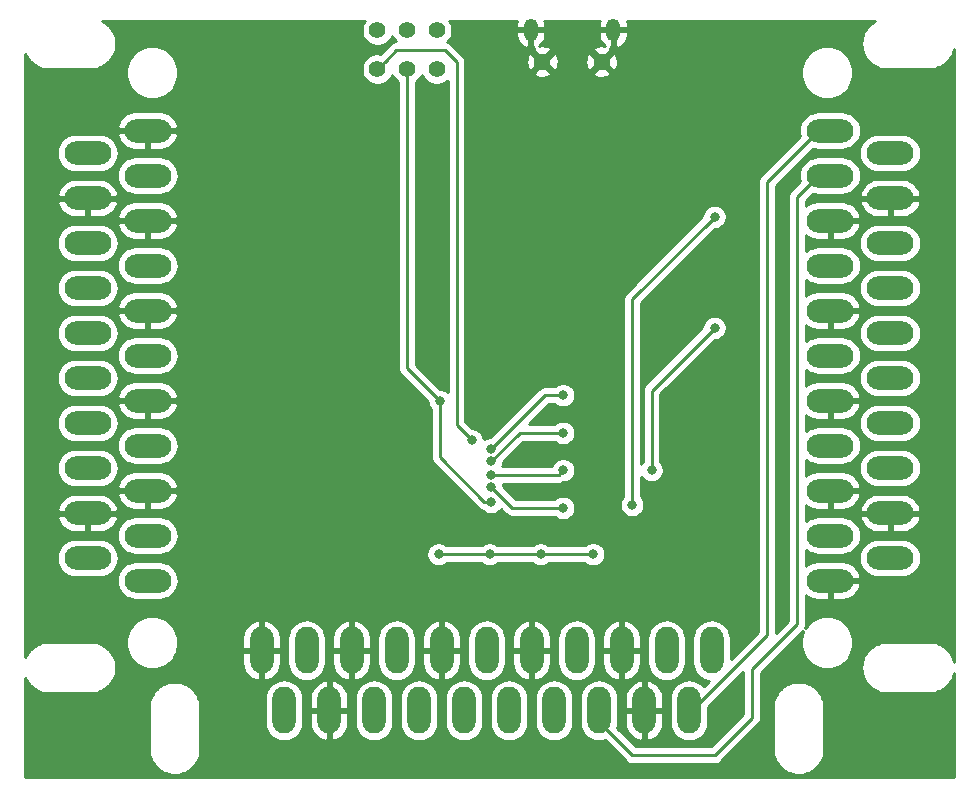
<source format=gbl>
G04 #@! TF.GenerationSoftware,KiCad,Pcbnew,(5.1.0)-1*
G04 #@! TF.CreationDate,2019-04-04T01:13:04-04:00*
G04 #@! TF.ProjectId,SCART Splitter,53434152-5420-4537-906c-69747465722e,rev?*
G04 #@! TF.SameCoordinates,Original*
G04 #@! TF.FileFunction,Copper,L2,Bot*
G04 #@! TF.FilePolarity,Positive*
%FSLAX46Y46*%
G04 Gerber Fmt 4.6, Leading zero omitted, Abs format (unit mm)*
G04 Created by KiCad (PCBNEW (5.1.0)-1) date 2019-04-04 01:13:04*
%MOMM*%
%LPD*%
G04 APERTURE LIST*
%ADD10O,3.962400X1.981200*%
%ADD11O,1.981200X3.962400*%
%ADD12C,1.450000*%
%ADD13O,1.200000X1.900000*%
%ADD14C,1.408000*%
%ADD15C,0.800000*%
%ADD16C,0.250000*%
%ADD17C,0.254000*%
G04 APERTURE END LIST*
D10*
X85979000Y-76644500D03*
X80899000Y-78549500D03*
X85979000Y-80454500D03*
X80899000Y-82359500D03*
X85979000Y-84264500D03*
X80899000Y-86169500D03*
X85979000Y-88074500D03*
X80899000Y-89979500D03*
X85979000Y-91884500D03*
X80899000Y-93789500D03*
X85979000Y-95694500D03*
X80899000Y-97599500D03*
X85979000Y-99504500D03*
X80899000Y-101409500D03*
X85979000Y-103314500D03*
X80899000Y-105219500D03*
X85979000Y-107124500D03*
X80899000Y-109029500D03*
X85979000Y-110934500D03*
X80899000Y-112839500D03*
X85979000Y-114744500D03*
D11*
X133731000Y-120650000D03*
X131826000Y-125730000D03*
X129921000Y-120650000D03*
X128016000Y-125730000D03*
X126111000Y-120650000D03*
X124206000Y-125730000D03*
X122301000Y-120650000D03*
X120396000Y-125730000D03*
X118491000Y-120650000D03*
X116586000Y-125730000D03*
X114681000Y-120650000D03*
X112776000Y-125730000D03*
X110871000Y-120650000D03*
X108966000Y-125730000D03*
X107061000Y-120650000D03*
X105156000Y-125730000D03*
X103251000Y-120650000D03*
X101346000Y-125730000D03*
X99441000Y-120650000D03*
X97536000Y-125730000D03*
X95631000Y-120650000D03*
D12*
X124420000Y-70804500D03*
X119420000Y-70804500D03*
D13*
X125420000Y-68104500D03*
X118420000Y-68104500D03*
D10*
X143764000Y-76644500D03*
X148844000Y-78549500D03*
X143764000Y-80454500D03*
X148844000Y-82359500D03*
X143764000Y-84264500D03*
X148844000Y-86169500D03*
X143764000Y-88074500D03*
X148844000Y-89979500D03*
X143764000Y-91884500D03*
X148844000Y-93789500D03*
X143764000Y-95694500D03*
X148844000Y-97599500D03*
X143764000Y-99504500D03*
X148844000Y-101409500D03*
X143764000Y-103314500D03*
X148844000Y-105219500D03*
X143764000Y-107124500D03*
X148844000Y-109029500D03*
X143764000Y-110934500D03*
X148844000Y-112839500D03*
X143764000Y-114744500D03*
D14*
X110450000Y-68150000D03*
X107950000Y-68150000D03*
X105450000Y-68150000D03*
X105450000Y-71450000D03*
X107950000Y-71450000D03*
X110450000Y-71450000D03*
D15*
X121031000Y-103886000D03*
X121158000Y-100584000D03*
X110109000Y-76327000D03*
X110490000Y-116205000D03*
X109601000Y-105664000D03*
X109601000Y-106807000D03*
X109601000Y-108204000D03*
X110744000Y-99568000D03*
X115062000Y-108077000D03*
X113411000Y-102870000D03*
X110617000Y-112522000D03*
X114935000Y-112522000D03*
X119253000Y-112522000D03*
X123698000Y-112522000D03*
X115062000Y-106807000D03*
X121158000Y-108585000D03*
X115062000Y-105791000D03*
X121158000Y-105410000D03*
X115066653Y-104652653D03*
X121158000Y-102235000D03*
X115057347Y-103636653D03*
X121158000Y-99060000D03*
X128651000Y-105410000D03*
X133985000Y-93345000D03*
X127000000Y-108331000D03*
X133985000Y-83947000D03*
D16*
X107950000Y-96774000D02*
X107950000Y-71450000D01*
X110744000Y-99568000D02*
X107950000Y-96774000D01*
X110744000Y-100133685D02*
X110744000Y-99568000D01*
X110744000Y-104324685D02*
X110744000Y-100133685D01*
X114496315Y-108077000D02*
X110744000Y-104324685D01*
X115062000Y-108077000D02*
X114496315Y-108077000D01*
X106153999Y-70746001D02*
X105450000Y-71450000D01*
X107050000Y-69850000D02*
X106153999Y-70746001D01*
X111125000Y-69850000D02*
X107050000Y-69850000D01*
X112141000Y-70866000D02*
X111125000Y-69850000D01*
X113411000Y-102870000D02*
X112141000Y-101600000D01*
X112141000Y-101600000D02*
X112141000Y-70866000D01*
X110617000Y-112522000D02*
X114935000Y-112522000D01*
X114935000Y-112522000D02*
X119253000Y-112522000D01*
X119253000Y-112522000D02*
X123698000Y-112522000D01*
X115062000Y-106807000D02*
X116840000Y-108585000D01*
X116840000Y-108585000D02*
X121158000Y-108585000D01*
X115062000Y-105791000D02*
X120777000Y-105791000D01*
X120777000Y-105791000D02*
X121158000Y-105410000D01*
X115066653Y-104652653D02*
X117484306Y-102235000D01*
X117484306Y-102235000D02*
X121158000Y-102235000D01*
X115057347Y-103636653D02*
X119634000Y-99060000D01*
X119634000Y-99060000D02*
X121158000Y-99060000D01*
X128651000Y-105410000D02*
X128651000Y-98679000D01*
X128651000Y-98679000D02*
X133985000Y-93345000D01*
X127000000Y-108331000D02*
X127000000Y-90932000D01*
X127000000Y-90932000D02*
X133985000Y-83947000D01*
X142773400Y-76644500D02*
X143764000Y-76644500D01*
X138430000Y-80987900D02*
X142773400Y-76644500D01*
X138430000Y-119380000D02*
X138430000Y-80987900D01*
X131826000Y-125730000D02*
X132080000Y-125730000D01*
X132080000Y-125730000D02*
X138430000Y-119380000D01*
X127025400Y-129540000D02*
X133985000Y-129540000D01*
X140970000Y-118463010D02*
X140970000Y-82257900D01*
X124206000Y-125730000D02*
X124206000Y-126720600D01*
X140970000Y-82257900D02*
X142773400Y-80454500D01*
X142773400Y-80454500D02*
X143764000Y-80454500D01*
X137160000Y-122273010D02*
X140970000Y-118463010D01*
X137160000Y-126365000D02*
X137160000Y-122273010D01*
X133985000Y-129540000D02*
X137160000Y-126365000D01*
X124206000Y-126720600D02*
X127025400Y-129540000D01*
D17*
G36*
X104263393Y-67515746D02*
G01*
X104162457Y-67759428D01*
X104111000Y-68018120D01*
X104111000Y-68281880D01*
X104162457Y-68540572D01*
X104263393Y-68784254D01*
X104409931Y-69003563D01*
X104596437Y-69190069D01*
X104815746Y-69336607D01*
X105059428Y-69437543D01*
X105318120Y-69489000D01*
X105581880Y-69489000D01*
X105840572Y-69437543D01*
X106084254Y-69336607D01*
X106303563Y-69190069D01*
X106490069Y-69003563D01*
X106636607Y-68784254D01*
X106700000Y-68631209D01*
X106763393Y-68784254D01*
X106909931Y-69003563D01*
X106997829Y-69091461D01*
X106901014Y-69100997D01*
X106757753Y-69144454D01*
X106625724Y-69215026D01*
X106509999Y-69309999D01*
X106486201Y-69338997D01*
X105692246Y-70132953D01*
X105581880Y-70111000D01*
X105318120Y-70111000D01*
X105059428Y-70162457D01*
X104815746Y-70263393D01*
X104596437Y-70409931D01*
X104409931Y-70596437D01*
X104263393Y-70815746D01*
X104162457Y-71059428D01*
X104111000Y-71318120D01*
X104111000Y-71581880D01*
X104162457Y-71840572D01*
X104263393Y-72084254D01*
X104409931Y-72303563D01*
X104596437Y-72490069D01*
X104815746Y-72636607D01*
X105059428Y-72737543D01*
X105318120Y-72789000D01*
X105581880Y-72789000D01*
X105840572Y-72737543D01*
X106084254Y-72636607D01*
X106303563Y-72490069D01*
X106490069Y-72303563D01*
X106636607Y-72084254D01*
X106700000Y-71931209D01*
X106763393Y-72084254D01*
X106909931Y-72303563D01*
X107096437Y-72490069D01*
X107190001Y-72552587D01*
X107190000Y-96736678D01*
X107186324Y-96774000D01*
X107190000Y-96811322D01*
X107190000Y-96811332D01*
X107200997Y-96922985D01*
X107240338Y-97052677D01*
X107244454Y-97066246D01*
X107315026Y-97198276D01*
X107354871Y-97246826D01*
X107409999Y-97314001D01*
X107439003Y-97337804D01*
X109709000Y-99607802D01*
X109709000Y-99669939D01*
X109748774Y-99869898D01*
X109826795Y-100058256D01*
X109940063Y-100227774D01*
X109984001Y-100271712D01*
X109984000Y-104287362D01*
X109980324Y-104324685D01*
X109984000Y-104362007D01*
X109984000Y-104362017D01*
X109994997Y-104473670D01*
X110035157Y-104606063D01*
X110038454Y-104616931D01*
X110109026Y-104748961D01*
X110130418Y-104775027D01*
X110203999Y-104864686D01*
X110233003Y-104888489D01*
X113932516Y-108588003D01*
X113956314Y-108617001D01*
X114072039Y-108711974D01*
X114204068Y-108782546D01*
X114347276Y-108825987D01*
X114402226Y-108880937D01*
X114571744Y-108994205D01*
X114760102Y-109072226D01*
X114960061Y-109112000D01*
X115163939Y-109112000D01*
X115363898Y-109072226D01*
X115552256Y-108994205D01*
X115721774Y-108880937D01*
X115865937Y-108736774D01*
X115886379Y-108706181D01*
X116276201Y-109096003D01*
X116299999Y-109125001D01*
X116415724Y-109219974D01*
X116547753Y-109290546D01*
X116691014Y-109334003D01*
X116802667Y-109345000D01*
X116802675Y-109345000D01*
X116840000Y-109348676D01*
X116877325Y-109345000D01*
X120454289Y-109345000D01*
X120498226Y-109388937D01*
X120667744Y-109502205D01*
X120856102Y-109580226D01*
X121056061Y-109620000D01*
X121259939Y-109620000D01*
X121459898Y-109580226D01*
X121648256Y-109502205D01*
X121817774Y-109388937D01*
X121961937Y-109244774D01*
X122075205Y-109075256D01*
X122153226Y-108886898D01*
X122193000Y-108686939D01*
X122193000Y-108483061D01*
X122153226Y-108283102D01*
X122130842Y-108229061D01*
X125965000Y-108229061D01*
X125965000Y-108432939D01*
X126004774Y-108632898D01*
X126082795Y-108821256D01*
X126196063Y-108990774D01*
X126340226Y-109134937D01*
X126509744Y-109248205D01*
X126698102Y-109326226D01*
X126898061Y-109366000D01*
X127101939Y-109366000D01*
X127301898Y-109326226D01*
X127490256Y-109248205D01*
X127659774Y-109134937D01*
X127803937Y-108990774D01*
X127917205Y-108821256D01*
X127995226Y-108632898D01*
X128035000Y-108432939D01*
X128035000Y-108229061D01*
X127995226Y-108029102D01*
X127917205Y-107840744D01*
X127803937Y-107671226D01*
X127760000Y-107627289D01*
X127760000Y-105939475D01*
X127847063Y-106069774D01*
X127991226Y-106213937D01*
X128160744Y-106327205D01*
X128349102Y-106405226D01*
X128549061Y-106445000D01*
X128752939Y-106445000D01*
X128952898Y-106405226D01*
X129141256Y-106327205D01*
X129310774Y-106213937D01*
X129454937Y-106069774D01*
X129568205Y-105900256D01*
X129646226Y-105711898D01*
X129686000Y-105511939D01*
X129686000Y-105308061D01*
X129646226Y-105108102D01*
X129568205Y-104919744D01*
X129454937Y-104750226D01*
X129411000Y-104706289D01*
X129411000Y-98993801D01*
X134024802Y-94380000D01*
X134086939Y-94380000D01*
X134286898Y-94340226D01*
X134475256Y-94262205D01*
X134644774Y-94148937D01*
X134788937Y-94004774D01*
X134902205Y-93835256D01*
X134980226Y-93646898D01*
X135020000Y-93446939D01*
X135020000Y-93243061D01*
X134980226Y-93043102D01*
X134902205Y-92854744D01*
X134788937Y-92685226D01*
X134644774Y-92541063D01*
X134475256Y-92427795D01*
X134286898Y-92349774D01*
X134086939Y-92310000D01*
X133883061Y-92310000D01*
X133683102Y-92349774D01*
X133494744Y-92427795D01*
X133325226Y-92541063D01*
X133181063Y-92685226D01*
X133067795Y-92854744D01*
X132989774Y-93043102D01*
X132950000Y-93243061D01*
X132950000Y-93305198D01*
X128139998Y-98115201D01*
X128111000Y-98138999D01*
X128087202Y-98167997D01*
X128087201Y-98167998D01*
X128016026Y-98254724D01*
X127945454Y-98386754D01*
X127933845Y-98425026D01*
X127901998Y-98530014D01*
X127891586Y-98635724D01*
X127887324Y-98679000D01*
X127891001Y-98716332D01*
X127891000Y-104706289D01*
X127847063Y-104750226D01*
X127760000Y-104880525D01*
X127760000Y-91246801D01*
X134024802Y-84982000D01*
X134086939Y-84982000D01*
X134286898Y-84942226D01*
X134475256Y-84864205D01*
X134644774Y-84750937D01*
X134788937Y-84606774D01*
X134902205Y-84437256D01*
X134980226Y-84248898D01*
X135020000Y-84048939D01*
X135020000Y-83845061D01*
X134980226Y-83645102D01*
X134902205Y-83456744D01*
X134788937Y-83287226D01*
X134644774Y-83143063D01*
X134475256Y-83029795D01*
X134286898Y-82951774D01*
X134086939Y-82912000D01*
X133883061Y-82912000D01*
X133683102Y-82951774D01*
X133494744Y-83029795D01*
X133325226Y-83143063D01*
X133181063Y-83287226D01*
X133067795Y-83456744D01*
X132989774Y-83645102D01*
X132950000Y-83845061D01*
X132950000Y-83907198D01*
X126488998Y-90368201D01*
X126460000Y-90391999D01*
X126436202Y-90420997D01*
X126436201Y-90420998D01*
X126365026Y-90507724D01*
X126294454Y-90639754D01*
X126250998Y-90783015D01*
X126236324Y-90932000D01*
X126240001Y-90969333D01*
X126240000Y-107627289D01*
X126196063Y-107671226D01*
X126082795Y-107840744D01*
X126004774Y-108029102D01*
X125965000Y-108229061D01*
X122130842Y-108229061D01*
X122075205Y-108094744D01*
X121961937Y-107925226D01*
X121817774Y-107781063D01*
X121648256Y-107667795D01*
X121459898Y-107589774D01*
X121259939Y-107550000D01*
X121056061Y-107550000D01*
X120856102Y-107589774D01*
X120667744Y-107667795D01*
X120498226Y-107781063D01*
X120454289Y-107825000D01*
X117154802Y-107825000D01*
X116097000Y-106767199D01*
X116097000Y-106705061D01*
X116066356Y-106551000D01*
X120739678Y-106551000D01*
X120777000Y-106554676D01*
X120814322Y-106551000D01*
X120814333Y-106551000D01*
X120925986Y-106540003D01*
X121069247Y-106496546D01*
X121165681Y-106445000D01*
X121259939Y-106445000D01*
X121459898Y-106405226D01*
X121648256Y-106327205D01*
X121817774Y-106213937D01*
X121961937Y-106069774D01*
X122075205Y-105900256D01*
X122153226Y-105711898D01*
X122193000Y-105511939D01*
X122193000Y-105308061D01*
X122153226Y-105108102D01*
X122075205Y-104919744D01*
X121961937Y-104750226D01*
X121817774Y-104606063D01*
X121648256Y-104492795D01*
X121459898Y-104414774D01*
X121259939Y-104375000D01*
X121056061Y-104375000D01*
X120856102Y-104414774D01*
X120667744Y-104492795D01*
X120498226Y-104606063D01*
X120354063Y-104750226D01*
X120240795Y-104919744D01*
X120194711Y-105031000D01*
X116030213Y-105031000D01*
X116061879Y-104954551D01*
X116101653Y-104754592D01*
X116101653Y-104692454D01*
X117799108Y-102995000D01*
X120454289Y-102995000D01*
X120498226Y-103038937D01*
X120667744Y-103152205D01*
X120856102Y-103230226D01*
X121056061Y-103270000D01*
X121259939Y-103270000D01*
X121459898Y-103230226D01*
X121648256Y-103152205D01*
X121817774Y-103038937D01*
X121961937Y-102894774D01*
X122075205Y-102725256D01*
X122153226Y-102536898D01*
X122193000Y-102336939D01*
X122193000Y-102133061D01*
X122153226Y-101933102D01*
X122075205Y-101744744D01*
X121961937Y-101575226D01*
X121817774Y-101431063D01*
X121648256Y-101317795D01*
X121459898Y-101239774D01*
X121259939Y-101200000D01*
X121056061Y-101200000D01*
X120856102Y-101239774D01*
X120667744Y-101317795D01*
X120498226Y-101431063D01*
X120454289Y-101475000D01*
X118293802Y-101475000D01*
X119948802Y-99820000D01*
X120454289Y-99820000D01*
X120498226Y-99863937D01*
X120667744Y-99977205D01*
X120856102Y-100055226D01*
X121056061Y-100095000D01*
X121259939Y-100095000D01*
X121459898Y-100055226D01*
X121648256Y-99977205D01*
X121817774Y-99863937D01*
X121961937Y-99719774D01*
X122075205Y-99550256D01*
X122153226Y-99361898D01*
X122193000Y-99161939D01*
X122193000Y-98958061D01*
X122153226Y-98758102D01*
X122075205Y-98569744D01*
X121961937Y-98400226D01*
X121817774Y-98256063D01*
X121648256Y-98142795D01*
X121459898Y-98064774D01*
X121259939Y-98025000D01*
X121056061Y-98025000D01*
X120856102Y-98064774D01*
X120667744Y-98142795D01*
X120498226Y-98256063D01*
X120454289Y-98300000D01*
X119671325Y-98300000D01*
X119634000Y-98296324D01*
X119596675Y-98300000D01*
X119596667Y-98300000D01*
X119485014Y-98310997D01*
X119341753Y-98354454D01*
X119209724Y-98425026D01*
X119093999Y-98519999D01*
X119070201Y-98548997D01*
X115017546Y-102601653D01*
X114955408Y-102601653D01*
X114755449Y-102641427D01*
X114567091Y-102719448D01*
X114446000Y-102800358D01*
X114446000Y-102768061D01*
X114406226Y-102568102D01*
X114328205Y-102379744D01*
X114214937Y-102210226D01*
X114070774Y-102066063D01*
X113901256Y-101952795D01*
X113712898Y-101874774D01*
X113512939Y-101835000D01*
X113450802Y-101835000D01*
X112901000Y-101285199D01*
X112901000Y-71743633D01*
X118660472Y-71743633D01*
X118722965Y-71979950D01*
X118965678Y-72093350D01*
X119225849Y-72157219D01*
X119493482Y-72169104D01*
X119758291Y-72128548D01*
X120010100Y-72037109D01*
X120117035Y-71979950D01*
X120179528Y-71743633D01*
X123660472Y-71743633D01*
X123722965Y-71979950D01*
X123965678Y-72093350D01*
X124225849Y-72157219D01*
X124493482Y-72169104D01*
X124758291Y-72128548D01*
X125010100Y-72037109D01*
X125117035Y-71979950D01*
X125179528Y-71743633D01*
X124420000Y-70984105D01*
X123660472Y-71743633D01*
X120179528Y-71743633D01*
X119420000Y-70984105D01*
X118660472Y-71743633D01*
X112901000Y-71743633D01*
X112901000Y-70903322D01*
X112903495Y-70877982D01*
X118055396Y-70877982D01*
X118095952Y-71142791D01*
X118187391Y-71394600D01*
X118244550Y-71501535D01*
X118480867Y-71564028D01*
X119240395Y-70804500D01*
X119599605Y-70804500D01*
X120359133Y-71564028D01*
X120595450Y-71501535D01*
X120708850Y-71258822D01*
X120772719Y-70998651D01*
X120778077Y-70877982D01*
X123055396Y-70877982D01*
X123095952Y-71142791D01*
X123187391Y-71394600D01*
X123244550Y-71501535D01*
X123480867Y-71564028D01*
X124240395Y-70804500D01*
X124599605Y-70804500D01*
X125359133Y-71564028D01*
X125469386Y-71534872D01*
X141275000Y-71534872D01*
X141275000Y-71975128D01*
X141360890Y-72406925D01*
X141529369Y-72813669D01*
X141773962Y-73179729D01*
X142085271Y-73491038D01*
X142451331Y-73735631D01*
X142858075Y-73904110D01*
X143289872Y-73990000D01*
X143730128Y-73990000D01*
X144161925Y-73904110D01*
X144568669Y-73735631D01*
X144934729Y-73491038D01*
X145246038Y-73179729D01*
X145490631Y-72813669D01*
X145659110Y-72406925D01*
X145745000Y-71975128D01*
X145745000Y-71534872D01*
X145659110Y-71103075D01*
X145490631Y-70696331D01*
X145246038Y-70330271D01*
X144934729Y-70018962D01*
X144568669Y-69774369D01*
X144161925Y-69605890D01*
X143730128Y-69520000D01*
X143289872Y-69520000D01*
X142858075Y-69605890D01*
X142451331Y-69774369D01*
X142085271Y-70018962D01*
X141773962Y-70330271D01*
X141529369Y-70696331D01*
X141360890Y-71103075D01*
X141275000Y-71534872D01*
X125469386Y-71534872D01*
X125595450Y-71501535D01*
X125708850Y-71258822D01*
X125772719Y-70998651D01*
X125784604Y-70731018D01*
X125744048Y-70466209D01*
X125652609Y-70214400D01*
X125595450Y-70107465D01*
X125359133Y-70044972D01*
X124599605Y-70804500D01*
X124240395Y-70804500D01*
X123480867Y-70044972D01*
X123244550Y-70107465D01*
X123131150Y-70350178D01*
X123067281Y-70610349D01*
X123055396Y-70877982D01*
X120778077Y-70877982D01*
X120784604Y-70731018D01*
X120744048Y-70466209D01*
X120652609Y-70214400D01*
X120595450Y-70107465D01*
X120359133Y-70044972D01*
X119599605Y-70804500D01*
X119240395Y-70804500D01*
X118480867Y-70044972D01*
X118244550Y-70107465D01*
X118131150Y-70350178D01*
X118067281Y-70610349D01*
X118055396Y-70877982D01*
X112903495Y-70877982D01*
X112904676Y-70866000D01*
X112901000Y-70828677D01*
X112901000Y-70828667D01*
X112890003Y-70717014D01*
X112846546Y-70573753D01*
X112831836Y-70546232D01*
X112775974Y-70441723D01*
X112704799Y-70354997D01*
X112681001Y-70325999D01*
X112652003Y-70302201D01*
X111688804Y-69339002D01*
X111665001Y-69309999D01*
X111549276Y-69215026D01*
X111417247Y-69144454D01*
X111365020Y-69128612D01*
X111490069Y-69003563D01*
X111636607Y-68784254D01*
X111737543Y-68540572D01*
X111789000Y-68281880D01*
X111789000Y-68231500D01*
X117185000Y-68231500D01*
X117185000Y-68581500D01*
X117233507Y-68819996D01*
X117327610Y-69044446D01*
X117463693Y-69246225D01*
X117636526Y-69417578D01*
X117839467Y-69551921D01*
X118064718Y-69644091D01*
X118102391Y-69647962D01*
X118293000Y-69523231D01*
X118293000Y-68231500D01*
X118547000Y-68231500D01*
X118547000Y-69523231D01*
X118720862Y-69637003D01*
X118660472Y-69865367D01*
X119420000Y-70624895D01*
X120179528Y-69865367D01*
X123660472Y-69865367D01*
X124420000Y-70624895D01*
X125179528Y-69865367D01*
X125119138Y-69637003D01*
X125293000Y-69523231D01*
X125293000Y-68231500D01*
X125547000Y-68231500D01*
X125547000Y-69523231D01*
X125737609Y-69647962D01*
X125775282Y-69644091D01*
X126000533Y-69551921D01*
X126203474Y-69417578D01*
X126376307Y-69246225D01*
X126512390Y-69044446D01*
X126606493Y-68819996D01*
X126655000Y-68581500D01*
X126655000Y-68231500D01*
X125547000Y-68231500D01*
X125293000Y-68231500D01*
X124185000Y-68231500D01*
X124185000Y-68581500D01*
X124233507Y-68819996D01*
X124327610Y-69044446D01*
X124463693Y-69246225D01*
X124636526Y-69417578D01*
X124731836Y-69480671D01*
X124614151Y-69451781D01*
X124346518Y-69439896D01*
X124081709Y-69480452D01*
X123829900Y-69571891D01*
X123722965Y-69629050D01*
X123660472Y-69865367D01*
X120179528Y-69865367D01*
X120117035Y-69629050D01*
X119874322Y-69515650D01*
X119614151Y-69451781D01*
X119346518Y-69439896D01*
X119116558Y-69475115D01*
X119203474Y-69417578D01*
X119376307Y-69246225D01*
X119512390Y-69044446D01*
X119606493Y-68819996D01*
X119655000Y-68581500D01*
X119655000Y-68231500D01*
X118547000Y-68231500D01*
X118293000Y-68231500D01*
X117185000Y-68231500D01*
X111789000Y-68231500D01*
X111789000Y-68018120D01*
X111737543Y-67759428D01*
X111636607Y-67515746D01*
X111515836Y-67335000D01*
X117256149Y-67335000D01*
X117233507Y-67389004D01*
X117185000Y-67627500D01*
X117185000Y-67977500D01*
X118293000Y-67977500D01*
X118293000Y-67957500D01*
X118547000Y-67957500D01*
X118547000Y-67977500D01*
X119655000Y-67977500D01*
X119655000Y-67627500D01*
X119606493Y-67389004D01*
X119583851Y-67335000D01*
X124256149Y-67335000D01*
X124233507Y-67389004D01*
X124185000Y-67627500D01*
X124185000Y-67977500D01*
X125293000Y-67977500D01*
X125293000Y-67957500D01*
X125547000Y-67957500D01*
X125547000Y-67977500D01*
X126655000Y-67977500D01*
X126655000Y-67627500D01*
X126606493Y-67389004D01*
X126583851Y-67335000D01*
X147606875Y-67335000D01*
X147411035Y-67442663D01*
X147361680Y-67476458D01*
X147311853Y-67509562D01*
X147304753Y-67515436D01*
X147076906Y-67706622D01*
X147035078Y-67749336D01*
X146992605Y-67791513D01*
X146986781Y-67798654D01*
X146800409Y-68030456D01*
X146767672Y-68080484D01*
X146734205Y-68130100D01*
X146729879Y-68138237D01*
X146592079Y-68401823D01*
X146569672Y-68457283D01*
X146546489Y-68512431D01*
X146543826Y-68521253D01*
X146459848Y-68806584D01*
X146448643Y-68865324D01*
X146436610Y-68923941D01*
X146435711Y-68933113D01*
X146408754Y-69229321D01*
X146409172Y-69289138D01*
X146408754Y-69348955D01*
X146409653Y-69358126D01*
X146440743Y-69653930D01*
X146452770Y-69712517D01*
X146463980Y-69771287D01*
X146466644Y-69780109D01*
X146554597Y-70064240D01*
X146577777Y-70119383D01*
X146600186Y-70174848D01*
X146604513Y-70182985D01*
X146745979Y-70444621D01*
X146779424Y-70494205D01*
X146812184Y-70544268D01*
X146818008Y-70551409D01*
X147007599Y-70780585D01*
X147050034Y-70822724D01*
X147091897Y-70865474D01*
X147098998Y-70871348D01*
X147329491Y-71059334D01*
X147379318Y-71092438D01*
X147428673Y-71126233D01*
X147436779Y-71130616D01*
X147699397Y-71270253D01*
X147754731Y-71293060D01*
X147809686Y-71316614D01*
X147818485Y-71319338D01*
X147818491Y-71319340D01*
X148103227Y-71405306D01*
X148161892Y-71416922D01*
X148220416Y-71429362D01*
X148229581Y-71430325D01*
X148525594Y-71459350D01*
X148654404Y-71459350D01*
X148758695Y-71438700D01*
X151979954Y-71438700D01*
X152013302Y-71449022D01*
X152094624Y-71457568D01*
X152102872Y-71459201D01*
X152110166Y-71459201D01*
X152141406Y-71462484D01*
X152150622Y-71462484D01*
X152171900Y-71462335D01*
X152201702Y-71459202D01*
X152231682Y-71459202D01*
X152240846Y-71458238D01*
X152536426Y-71425084D01*
X152594934Y-71412648D01*
X152653619Y-71401028D01*
X152662422Y-71398303D01*
X152945932Y-71308368D01*
X153000942Y-71284790D01*
X153056217Y-71262008D01*
X153064323Y-71257625D01*
X153324966Y-71114336D01*
X153374313Y-71080548D01*
X153424150Y-71047436D01*
X153431250Y-71041562D01*
X153659096Y-70850376D01*
X153700907Y-70807679D01*
X153743395Y-70765487D01*
X153749219Y-70758346D01*
X153935592Y-70526545D01*
X153968342Y-70476498D01*
X154001798Y-70426897D01*
X154006124Y-70418761D01*
X154143923Y-70155174D01*
X154166322Y-70099732D01*
X154189512Y-70044568D01*
X154192175Y-70035746D01*
X154276153Y-69750416D01*
X154280001Y-69730244D01*
X154280000Y-121659544D01*
X154272020Y-121617710D01*
X154269356Y-121608888D01*
X154181402Y-121324757D01*
X154158232Y-121269639D01*
X154135814Y-121214150D01*
X154131487Y-121206014D01*
X153990021Y-120944378D01*
X153956588Y-120894811D01*
X153923817Y-120844732D01*
X153917992Y-120837591D01*
X153728403Y-120608415D01*
X153685966Y-120566274D01*
X153644103Y-120523524D01*
X153637002Y-120517650D01*
X153406508Y-120329664D01*
X153356666Y-120296549D01*
X153307326Y-120262765D01*
X153299219Y-120258382D01*
X153036601Y-120118746D01*
X152981313Y-120095958D01*
X152926317Y-120072386D01*
X152917513Y-120069662D01*
X152917515Y-120069662D01*
X152917507Y-120069660D01*
X152632775Y-119983693D01*
X152574075Y-119972070D01*
X152515581Y-119959637D01*
X152506420Y-119958674D01*
X152506416Y-119958674D01*
X152210404Y-119929650D01*
X152081594Y-119929650D01*
X151977308Y-119950300D01*
X148756049Y-119950300D01*
X148722701Y-119939978D01*
X148641379Y-119931432D01*
X148633131Y-119929799D01*
X148625837Y-119929799D01*
X148594596Y-119926516D01*
X148585381Y-119926516D01*
X148564102Y-119926665D01*
X148534300Y-119929798D01*
X148504321Y-119929798D01*
X148495156Y-119930762D01*
X148199577Y-119963916D01*
X148141085Y-119976349D01*
X148082386Y-119987971D01*
X148073585Y-119990696D01*
X148073579Y-119990698D01*
X147790072Y-120080631D01*
X147735133Y-120104177D01*
X147679783Y-120126991D01*
X147671682Y-120131372D01*
X147671678Y-120131374D01*
X147671677Y-120131375D01*
X147411035Y-120274663D01*
X147361680Y-120308458D01*
X147311853Y-120341562D01*
X147304753Y-120347436D01*
X147076906Y-120538622D01*
X147035078Y-120581336D01*
X146992605Y-120623513D01*
X146986781Y-120630654D01*
X146800409Y-120862456D01*
X146767672Y-120912484D01*
X146734205Y-120962100D01*
X146729879Y-120970237D01*
X146592079Y-121233823D01*
X146569672Y-121289283D01*
X146546489Y-121344431D01*
X146543826Y-121353253D01*
X146459848Y-121638584D01*
X146448643Y-121697324D01*
X146436610Y-121755941D01*
X146435711Y-121765113D01*
X146408754Y-122061321D01*
X146409172Y-122121138D01*
X146408754Y-122180955D01*
X146409653Y-122190126D01*
X146440743Y-122485930D01*
X146452770Y-122544517D01*
X146463980Y-122603287D01*
X146466644Y-122612109D01*
X146554597Y-122896240D01*
X146577777Y-122951383D01*
X146600186Y-123006848D01*
X146604513Y-123014985D01*
X146745979Y-123276621D01*
X146779424Y-123326205D01*
X146812184Y-123376268D01*
X146818008Y-123383409D01*
X147007599Y-123612585D01*
X147050034Y-123654724D01*
X147091897Y-123697474D01*
X147098998Y-123703348D01*
X147329491Y-123891334D01*
X147379318Y-123924438D01*
X147428673Y-123958233D01*
X147436779Y-123962616D01*
X147699397Y-124102253D01*
X147754731Y-124125060D01*
X147809686Y-124148614D01*
X147818485Y-124151338D01*
X147818491Y-124151340D01*
X148103227Y-124237306D01*
X148161892Y-124248922D01*
X148220416Y-124261362D01*
X148229581Y-124262325D01*
X148525594Y-124291350D01*
X148654404Y-124291350D01*
X148758695Y-124270700D01*
X151979954Y-124270700D01*
X152013302Y-124281022D01*
X152094624Y-124289568D01*
X152102872Y-124291201D01*
X152110166Y-124291201D01*
X152141406Y-124294484D01*
X152150622Y-124294484D01*
X152171900Y-124294335D01*
X152201702Y-124291202D01*
X152231682Y-124291202D01*
X152240846Y-124290238D01*
X152536426Y-124257084D01*
X152594934Y-124244648D01*
X152653619Y-124233028D01*
X152662422Y-124230303D01*
X152945932Y-124140368D01*
X153000942Y-124116790D01*
X153056217Y-124094008D01*
X153064323Y-124089625D01*
X153324966Y-123946336D01*
X153374313Y-123912548D01*
X153424150Y-123879436D01*
X153431250Y-123873562D01*
X153659096Y-123682376D01*
X153700907Y-123639679D01*
X153743395Y-123597487D01*
X153749219Y-123590346D01*
X153935592Y-123358545D01*
X153968342Y-123308498D01*
X154001798Y-123258897D01*
X154006124Y-123250761D01*
X154143923Y-122987174D01*
X154166322Y-122931732D01*
X154189512Y-122876568D01*
X154192175Y-122867746D01*
X154276153Y-122582416D01*
X154280000Y-122562248D01*
X154280000Y-131420000D01*
X75590000Y-131420000D01*
X75590000Y-129027406D01*
X86081016Y-129027406D01*
X86081016Y-129036622D01*
X86081165Y-129057900D01*
X86084298Y-129087702D01*
X86084298Y-129117682D01*
X86085262Y-129126846D01*
X86118416Y-129422426D01*
X86130852Y-129480934D01*
X86142472Y-129539619D01*
X86145197Y-129548422D01*
X86235132Y-129831932D01*
X86258710Y-129886942D01*
X86281492Y-129942217D01*
X86285875Y-129950323D01*
X86429164Y-130210966D01*
X86462952Y-130260313D01*
X86496064Y-130310150D01*
X86501938Y-130317250D01*
X86693124Y-130545096D01*
X86735821Y-130586907D01*
X86778013Y-130629395D01*
X86785154Y-130635219D01*
X87016955Y-130821592D01*
X87067002Y-130854342D01*
X87116603Y-130887798D01*
X87124739Y-130892124D01*
X87388326Y-131029923D01*
X87443768Y-131052322D01*
X87498932Y-131075512D01*
X87507754Y-131078175D01*
X87793084Y-131162153D01*
X87851838Y-131173361D01*
X87910442Y-131185391D01*
X87919614Y-131186290D01*
X88215821Y-131213247D01*
X88275639Y-131212829D01*
X88335456Y-131213247D01*
X88344627Y-131212348D01*
X88640431Y-131181258D01*
X88699028Y-131169229D01*
X88757790Y-131158020D01*
X88766612Y-131155356D01*
X89050743Y-131067402D01*
X89105875Y-131044227D01*
X89161349Y-131021814D01*
X89169486Y-131017487D01*
X89431122Y-130876021D01*
X89480689Y-130842588D01*
X89530768Y-130809817D01*
X89537909Y-130803993D01*
X89767084Y-130614403D01*
X89809206Y-130571985D01*
X89851976Y-130530103D01*
X89857850Y-130523002D01*
X90045836Y-130292508D01*
X90078951Y-130242666D01*
X90112735Y-130193326D01*
X90117118Y-130185219D01*
X90256754Y-129922601D01*
X90279548Y-129867299D01*
X90303114Y-129812316D01*
X90305839Y-129803513D01*
X90391807Y-129518775D01*
X90403427Y-129460090D01*
X90415863Y-129401582D01*
X90416826Y-129392417D01*
X90445850Y-129096404D01*
X90445850Y-128967595D01*
X90425200Y-128863308D01*
X90425200Y-125642049D01*
X90435522Y-125608701D01*
X90444068Y-125527379D01*
X90445701Y-125519131D01*
X90445701Y-125511837D01*
X90448984Y-125480596D01*
X90448984Y-125471381D01*
X90448835Y-125450102D01*
X90445702Y-125420300D01*
X90445702Y-125390321D01*
X90444738Y-125381156D01*
X90411584Y-125085577D01*
X90399151Y-125027085D01*
X90387529Y-124968386D01*
X90384803Y-124959583D01*
X90294869Y-124676072D01*
X90287787Y-124659547D01*
X95910400Y-124659547D01*
X95910401Y-126800454D01*
X95933923Y-127039273D01*
X96026876Y-127345700D01*
X96177824Y-127628105D01*
X96380967Y-127875634D01*
X96628496Y-128078777D01*
X96910901Y-128229725D01*
X97217328Y-128322678D01*
X97536000Y-128354065D01*
X97854673Y-128322678D01*
X98161100Y-128229725D01*
X98443505Y-128078777D01*
X98691034Y-127875634D01*
X98894177Y-127628105D01*
X99045125Y-127345700D01*
X99138078Y-127039273D01*
X99161600Y-126800454D01*
X99161600Y-125857000D01*
X99720400Y-125857000D01*
X99720400Y-126847600D01*
X99776412Y-127162299D01*
X99892742Y-127460023D01*
X100064920Y-127729332D01*
X100286329Y-127959876D01*
X100548461Y-128142795D01*
X100841242Y-128271060D01*
X100967041Y-128301411D01*
X101219000Y-128181942D01*
X101219000Y-125857000D01*
X101473000Y-125857000D01*
X101473000Y-128181942D01*
X101724959Y-128301411D01*
X101850758Y-128271060D01*
X102143539Y-128142795D01*
X102405671Y-127959876D01*
X102627080Y-127729332D01*
X102799258Y-127460023D01*
X102915588Y-127162299D01*
X102971600Y-126847600D01*
X102971600Y-125857000D01*
X101473000Y-125857000D01*
X101219000Y-125857000D01*
X99720400Y-125857000D01*
X99161600Y-125857000D01*
X99161600Y-124659546D01*
X99156957Y-124612400D01*
X99720400Y-124612400D01*
X99720400Y-125603000D01*
X101219000Y-125603000D01*
X101219000Y-123278058D01*
X101473000Y-123278058D01*
X101473000Y-125603000D01*
X102971600Y-125603000D01*
X102971600Y-124659547D01*
X103530400Y-124659547D01*
X103530401Y-126800454D01*
X103553923Y-127039273D01*
X103646876Y-127345700D01*
X103797824Y-127628105D01*
X104000967Y-127875634D01*
X104248496Y-128078777D01*
X104530901Y-128229725D01*
X104837328Y-128322678D01*
X105156000Y-128354065D01*
X105474673Y-128322678D01*
X105781100Y-128229725D01*
X106063505Y-128078777D01*
X106311034Y-127875634D01*
X106514177Y-127628105D01*
X106665125Y-127345700D01*
X106758078Y-127039273D01*
X106781600Y-126800454D01*
X106781600Y-124659547D01*
X107340400Y-124659547D01*
X107340401Y-126800454D01*
X107363923Y-127039273D01*
X107456876Y-127345700D01*
X107607824Y-127628105D01*
X107810967Y-127875634D01*
X108058496Y-128078777D01*
X108340901Y-128229725D01*
X108647328Y-128322678D01*
X108966000Y-128354065D01*
X109284673Y-128322678D01*
X109591100Y-128229725D01*
X109873505Y-128078777D01*
X110121034Y-127875634D01*
X110324177Y-127628105D01*
X110475125Y-127345700D01*
X110568078Y-127039273D01*
X110591600Y-126800454D01*
X110591600Y-124659547D01*
X111150400Y-124659547D01*
X111150401Y-126800454D01*
X111173923Y-127039273D01*
X111266876Y-127345700D01*
X111417824Y-127628105D01*
X111620967Y-127875634D01*
X111868496Y-128078777D01*
X112150901Y-128229725D01*
X112457328Y-128322678D01*
X112776000Y-128354065D01*
X113094673Y-128322678D01*
X113401100Y-128229725D01*
X113683505Y-128078777D01*
X113931034Y-127875634D01*
X114134177Y-127628105D01*
X114285125Y-127345700D01*
X114378078Y-127039273D01*
X114401600Y-126800454D01*
X114401600Y-124659547D01*
X114960400Y-124659547D01*
X114960401Y-126800454D01*
X114983923Y-127039273D01*
X115076876Y-127345700D01*
X115227824Y-127628105D01*
X115430967Y-127875634D01*
X115678496Y-128078777D01*
X115960901Y-128229725D01*
X116267328Y-128322678D01*
X116586000Y-128354065D01*
X116904673Y-128322678D01*
X117211100Y-128229725D01*
X117493505Y-128078777D01*
X117741034Y-127875634D01*
X117944177Y-127628105D01*
X118095125Y-127345700D01*
X118188078Y-127039273D01*
X118211600Y-126800454D01*
X118211600Y-124659547D01*
X118770400Y-124659547D01*
X118770401Y-126800454D01*
X118793923Y-127039273D01*
X118886876Y-127345700D01*
X119037824Y-127628105D01*
X119240967Y-127875634D01*
X119488496Y-128078777D01*
X119770901Y-128229725D01*
X120077328Y-128322678D01*
X120396000Y-128354065D01*
X120714673Y-128322678D01*
X121021100Y-128229725D01*
X121303505Y-128078777D01*
X121551034Y-127875634D01*
X121754177Y-127628105D01*
X121905125Y-127345700D01*
X121998078Y-127039273D01*
X122021600Y-126800454D01*
X122021600Y-124659547D01*
X122580400Y-124659547D01*
X122580401Y-126800454D01*
X122603923Y-127039273D01*
X122696876Y-127345700D01*
X122847824Y-127628105D01*
X123050967Y-127875634D01*
X123298496Y-128078777D01*
X123580901Y-128229725D01*
X123887328Y-128322678D01*
X124206000Y-128354065D01*
X124524673Y-128322678D01*
X124684726Y-128274127D01*
X126461601Y-130051003D01*
X126485399Y-130080001D01*
X126601124Y-130174974D01*
X126733153Y-130245546D01*
X126876414Y-130289003D01*
X126988067Y-130300000D01*
X126988075Y-130300000D01*
X127025400Y-130303676D01*
X127062725Y-130300000D01*
X133947678Y-130300000D01*
X133985000Y-130303676D01*
X134022322Y-130300000D01*
X134022333Y-130300000D01*
X134133986Y-130289003D01*
X134277247Y-130245546D01*
X134409276Y-130174974D01*
X134525001Y-130080001D01*
X134548804Y-130050997D01*
X135572395Y-129027406D01*
X138913016Y-129027406D01*
X138913016Y-129036622D01*
X138913165Y-129057900D01*
X138916298Y-129087702D01*
X138916298Y-129117682D01*
X138917262Y-129126846D01*
X138950416Y-129422426D01*
X138962852Y-129480934D01*
X138974472Y-129539619D01*
X138977197Y-129548422D01*
X139067132Y-129831932D01*
X139090710Y-129886942D01*
X139113492Y-129942217D01*
X139117875Y-129950323D01*
X139261164Y-130210966D01*
X139294952Y-130260313D01*
X139328064Y-130310150D01*
X139333938Y-130317250D01*
X139525124Y-130545096D01*
X139567821Y-130586907D01*
X139610013Y-130629395D01*
X139617154Y-130635219D01*
X139848955Y-130821592D01*
X139899002Y-130854342D01*
X139948603Y-130887798D01*
X139956739Y-130892124D01*
X140220326Y-131029923D01*
X140275768Y-131052322D01*
X140330932Y-131075512D01*
X140339754Y-131078175D01*
X140625084Y-131162153D01*
X140683838Y-131173361D01*
X140742442Y-131185391D01*
X140751614Y-131186290D01*
X141047821Y-131213247D01*
X141107639Y-131212829D01*
X141167456Y-131213247D01*
X141176627Y-131212348D01*
X141472431Y-131181258D01*
X141531028Y-131169229D01*
X141589790Y-131158020D01*
X141598612Y-131155356D01*
X141882743Y-131067402D01*
X141937875Y-131044227D01*
X141993349Y-131021814D01*
X142001486Y-131017487D01*
X142263122Y-130876021D01*
X142312689Y-130842588D01*
X142362768Y-130809817D01*
X142369909Y-130803993D01*
X142599084Y-130614403D01*
X142641206Y-130571985D01*
X142683976Y-130530103D01*
X142689850Y-130523002D01*
X142877836Y-130292508D01*
X142910951Y-130242666D01*
X142944735Y-130193326D01*
X142949118Y-130185219D01*
X143088754Y-129922601D01*
X143111548Y-129867299D01*
X143135114Y-129812316D01*
X143137839Y-129803513D01*
X143223807Y-129518775D01*
X143235427Y-129460090D01*
X143247863Y-129401582D01*
X143248826Y-129392417D01*
X143277850Y-129096404D01*
X143277850Y-128967595D01*
X143257200Y-128863308D01*
X143257200Y-125642049D01*
X143267522Y-125608701D01*
X143276068Y-125527379D01*
X143277701Y-125519131D01*
X143277701Y-125511837D01*
X143280984Y-125480596D01*
X143280984Y-125471381D01*
X143280835Y-125450102D01*
X143277702Y-125420300D01*
X143277702Y-125390321D01*
X143276738Y-125381156D01*
X143243584Y-125085577D01*
X143231151Y-125027085D01*
X143219529Y-124968386D01*
X143216803Y-124959583D01*
X143126869Y-124676072D01*
X143103323Y-124621133D01*
X143080509Y-124565783D01*
X143076125Y-124557677D01*
X142932837Y-124297035D01*
X142899042Y-124247680D01*
X142865938Y-124197853D01*
X142860064Y-124190753D01*
X142668878Y-123962906D01*
X142626164Y-123921078D01*
X142583987Y-123878605D01*
X142576846Y-123872781D01*
X142345044Y-123686409D01*
X142295016Y-123653672D01*
X142245400Y-123620205D01*
X142237263Y-123615879D01*
X141973677Y-123478079D01*
X141918217Y-123455672D01*
X141863069Y-123432489D01*
X141854247Y-123429826D01*
X141568916Y-123345848D01*
X141510176Y-123334643D01*
X141451559Y-123322610D01*
X141442387Y-123321711D01*
X141146179Y-123294754D01*
X141086362Y-123295172D01*
X141026545Y-123294754D01*
X141017373Y-123295654D01*
X140721570Y-123326743D01*
X140663009Y-123338764D01*
X140604213Y-123349980D01*
X140595392Y-123352644D01*
X140311260Y-123440597D01*
X140256130Y-123463772D01*
X140200651Y-123486186D01*
X140192515Y-123490513D01*
X139930879Y-123631979D01*
X139881295Y-123665424D01*
X139831232Y-123698184D01*
X139824091Y-123704008D01*
X139594915Y-123893599D01*
X139552776Y-123936034D01*
X139510026Y-123977897D01*
X139504152Y-123984998D01*
X139316166Y-124215491D01*
X139283074Y-124265300D01*
X139249267Y-124314672D01*
X139244884Y-124322778D01*
X139105247Y-124585397D01*
X139082467Y-124640666D01*
X139058885Y-124695686D01*
X139056161Y-124704489D01*
X138970194Y-124989227D01*
X138958579Y-125047886D01*
X138946138Y-125106416D01*
X138945175Y-125115580D01*
X138916150Y-125411594D01*
X138916150Y-125540404D01*
X138936801Y-125644699D01*
X138936800Y-128865954D01*
X138926478Y-128899302D01*
X138917932Y-128980624D01*
X138916299Y-128988872D01*
X138916299Y-128996166D01*
X138913016Y-129027406D01*
X135572395Y-129027406D01*
X137671004Y-126928798D01*
X137700001Y-126905001D01*
X137749911Y-126844186D01*
X137794974Y-126789277D01*
X137865546Y-126657247D01*
X137865546Y-126657246D01*
X137909003Y-126513986D01*
X137920000Y-126402333D01*
X137920000Y-126402324D01*
X137923676Y-126365001D01*
X137920000Y-126327678D01*
X137920000Y-122587811D01*
X141481004Y-119026808D01*
X141510001Y-119003011D01*
X141510067Y-119002931D01*
X141360890Y-119363075D01*
X141275000Y-119794872D01*
X141275000Y-120235128D01*
X141360890Y-120666925D01*
X141529369Y-121073669D01*
X141773962Y-121439729D01*
X142085271Y-121751038D01*
X142451331Y-121995631D01*
X142858075Y-122164110D01*
X143289872Y-122250000D01*
X143730128Y-122250000D01*
X144161925Y-122164110D01*
X144568669Y-121995631D01*
X144934729Y-121751038D01*
X145246038Y-121439729D01*
X145490631Y-121073669D01*
X145659110Y-120666925D01*
X145745000Y-120235128D01*
X145745000Y-119794872D01*
X145659110Y-119363075D01*
X145490631Y-118956331D01*
X145246038Y-118590271D01*
X144934729Y-118278962D01*
X144568669Y-118034369D01*
X144161925Y-117865890D01*
X143730128Y-117780000D01*
X143289872Y-117780000D01*
X142858075Y-117865890D01*
X142451331Y-118034369D01*
X142085271Y-118278962D01*
X141773962Y-118590271D01*
X141685377Y-118722848D01*
X141719003Y-118611996D01*
X141730000Y-118500343D01*
X141730000Y-118500335D01*
X141733676Y-118463010D01*
X141730000Y-118425685D01*
X141730000Y-115992286D01*
X141764668Y-116025580D01*
X142033977Y-116197758D01*
X142331701Y-116314088D01*
X142646400Y-116370100D01*
X143637000Y-116370100D01*
X143637000Y-114871500D01*
X143891000Y-114871500D01*
X143891000Y-116370100D01*
X144881600Y-116370100D01*
X145196299Y-116314088D01*
X145494023Y-116197758D01*
X145763332Y-116025580D01*
X145993876Y-115804171D01*
X146176795Y-115542039D01*
X146305060Y-115249258D01*
X146335411Y-115123459D01*
X146215942Y-114871500D01*
X143891000Y-114871500D01*
X143637000Y-114871500D01*
X143617000Y-114871500D01*
X143617000Y-114617500D01*
X143637000Y-114617500D01*
X143637000Y-114597500D01*
X143891000Y-114597500D01*
X143891000Y-114617500D01*
X146215942Y-114617500D01*
X146335411Y-114365541D01*
X146305060Y-114239742D01*
X146176795Y-113946961D01*
X145993876Y-113684829D01*
X145763332Y-113463420D01*
X145494023Y-113291242D01*
X145196299Y-113174912D01*
X144881600Y-113118900D01*
X142646400Y-113118900D01*
X142331701Y-113174912D01*
X142033977Y-113291242D01*
X141764668Y-113463420D01*
X141730000Y-113496714D01*
X141730000Y-112839500D01*
X146219935Y-112839500D01*
X146251322Y-113158173D01*
X146344275Y-113464600D01*
X146495223Y-113747005D01*
X146698366Y-113994534D01*
X146945895Y-114197677D01*
X147228300Y-114348625D01*
X147534727Y-114441578D01*
X147773546Y-114465100D01*
X149914454Y-114465100D01*
X150153273Y-114441578D01*
X150459700Y-114348625D01*
X150742105Y-114197677D01*
X150989634Y-113994534D01*
X151192777Y-113747005D01*
X151343725Y-113464600D01*
X151436678Y-113158173D01*
X151468065Y-112839500D01*
X151436678Y-112520827D01*
X151343725Y-112214400D01*
X151192777Y-111931995D01*
X150989634Y-111684466D01*
X150742105Y-111481323D01*
X150459700Y-111330375D01*
X150153273Y-111237422D01*
X149914454Y-111213900D01*
X147773546Y-111213900D01*
X147534727Y-111237422D01*
X147228300Y-111330375D01*
X146945895Y-111481323D01*
X146698366Y-111684466D01*
X146495223Y-111931995D01*
X146344275Y-112214400D01*
X146251322Y-112520827D01*
X146219935Y-112839500D01*
X141730000Y-112839500D01*
X141730000Y-112181150D01*
X141865895Y-112292677D01*
X142148300Y-112443625D01*
X142454727Y-112536578D01*
X142693546Y-112560100D01*
X144834454Y-112560100D01*
X145073273Y-112536578D01*
X145379700Y-112443625D01*
X145662105Y-112292677D01*
X145909634Y-112089534D01*
X146112777Y-111842005D01*
X146263725Y-111559600D01*
X146356678Y-111253173D01*
X146388065Y-110934500D01*
X146356678Y-110615827D01*
X146263725Y-110309400D01*
X146112777Y-110026995D01*
X145909634Y-109779466D01*
X145662105Y-109576323D01*
X145379700Y-109425375D01*
X145323936Y-109408459D01*
X146272589Y-109408459D01*
X146302940Y-109534258D01*
X146431205Y-109827039D01*
X146614124Y-110089171D01*
X146844668Y-110310580D01*
X147113977Y-110482758D01*
X147411701Y-110599088D01*
X147726400Y-110655100D01*
X148717000Y-110655100D01*
X148717000Y-109156500D01*
X148971000Y-109156500D01*
X148971000Y-110655100D01*
X149961600Y-110655100D01*
X150276299Y-110599088D01*
X150574023Y-110482758D01*
X150843332Y-110310580D01*
X151073876Y-110089171D01*
X151256795Y-109827039D01*
X151385060Y-109534258D01*
X151415411Y-109408459D01*
X151295942Y-109156500D01*
X148971000Y-109156500D01*
X148717000Y-109156500D01*
X146392058Y-109156500D01*
X146272589Y-109408459D01*
X145323936Y-109408459D01*
X145073273Y-109332422D01*
X144834454Y-109308900D01*
X142693546Y-109308900D01*
X142454727Y-109332422D01*
X142148300Y-109425375D01*
X141865895Y-109576323D01*
X141730000Y-109687850D01*
X141730000Y-108372286D01*
X141764668Y-108405580D01*
X142033977Y-108577758D01*
X142331701Y-108694088D01*
X142646400Y-108750100D01*
X143637000Y-108750100D01*
X143637000Y-107251500D01*
X143891000Y-107251500D01*
X143891000Y-108750100D01*
X144881600Y-108750100D01*
X145196299Y-108694088D01*
X145307749Y-108650541D01*
X146272589Y-108650541D01*
X146392058Y-108902500D01*
X148717000Y-108902500D01*
X148717000Y-108882500D01*
X148971000Y-108882500D01*
X148971000Y-108902500D01*
X151295942Y-108902500D01*
X151415411Y-108650541D01*
X151385060Y-108524742D01*
X151256795Y-108231961D01*
X151073876Y-107969829D01*
X150843332Y-107748420D01*
X150574023Y-107576242D01*
X150276299Y-107459912D01*
X149961600Y-107403900D01*
X147726400Y-107403900D01*
X147411701Y-107459912D01*
X147113977Y-107576242D01*
X146844668Y-107748420D01*
X146614124Y-107969829D01*
X146431205Y-108231961D01*
X146302940Y-108524742D01*
X146272589Y-108650541D01*
X145307749Y-108650541D01*
X145494023Y-108577758D01*
X145763332Y-108405580D01*
X145993876Y-108184171D01*
X146176795Y-107922039D01*
X146305060Y-107629258D01*
X146335411Y-107503459D01*
X146215942Y-107251500D01*
X143891000Y-107251500D01*
X143637000Y-107251500D01*
X143617000Y-107251500D01*
X143617000Y-106997500D01*
X143637000Y-106997500D01*
X143637000Y-106977500D01*
X143891000Y-106977500D01*
X143891000Y-106997500D01*
X146215942Y-106997500D01*
X146335411Y-106745541D01*
X146305060Y-106619742D01*
X146176795Y-106326961D01*
X145993876Y-106064829D01*
X145763332Y-105843420D01*
X145494023Y-105671242D01*
X145196299Y-105554912D01*
X144881600Y-105498900D01*
X142646400Y-105498900D01*
X142331701Y-105554912D01*
X142033977Y-105671242D01*
X141764668Y-105843420D01*
X141730000Y-105876714D01*
X141730000Y-105219500D01*
X146219935Y-105219500D01*
X146251322Y-105538173D01*
X146344275Y-105844600D01*
X146495223Y-106127005D01*
X146698366Y-106374534D01*
X146945895Y-106577677D01*
X147228300Y-106728625D01*
X147534727Y-106821578D01*
X147773546Y-106845100D01*
X149914454Y-106845100D01*
X150153273Y-106821578D01*
X150459700Y-106728625D01*
X150742105Y-106577677D01*
X150989634Y-106374534D01*
X151192777Y-106127005D01*
X151343725Y-105844600D01*
X151436678Y-105538173D01*
X151468065Y-105219500D01*
X151436678Y-104900827D01*
X151343725Y-104594400D01*
X151192777Y-104311995D01*
X150989634Y-104064466D01*
X150742105Y-103861323D01*
X150459700Y-103710375D01*
X150153273Y-103617422D01*
X149914454Y-103593900D01*
X147773546Y-103593900D01*
X147534727Y-103617422D01*
X147228300Y-103710375D01*
X146945895Y-103861323D01*
X146698366Y-104064466D01*
X146495223Y-104311995D01*
X146344275Y-104594400D01*
X146251322Y-104900827D01*
X146219935Y-105219500D01*
X141730000Y-105219500D01*
X141730000Y-104561150D01*
X141865895Y-104672677D01*
X142148300Y-104823625D01*
X142454727Y-104916578D01*
X142693546Y-104940100D01*
X144834454Y-104940100D01*
X145073273Y-104916578D01*
X145379700Y-104823625D01*
X145662105Y-104672677D01*
X145909634Y-104469534D01*
X146112777Y-104222005D01*
X146263725Y-103939600D01*
X146356678Y-103633173D01*
X146388065Y-103314500D01*
X146356678Y-102995827D01*
X146263725Y-102689400D01*
X146112777Y-102406995D01*
X145909634Y-102159466D01*
X145662105Y-101956323D01*
X145379700Y-101805375D01*
X145073273Y-101712422D01*
X144834454Y-101688900D01*
X142693546Y-101688900D01*
X142454727Y-101712422D01*
X142148300Y-101805375D01*
X141865895Y-101956323D01*
X141730000Y-102067850D01*
X141730000Y-101409500D01*
X146219935Y-101409500D01*
X146251322Y-101728173D01*
X146344275Y-102034600D01*
X146495223Y-102317005D01*
X146698366Y-102564534D01*
X146945895Y-102767677D01*
X147228300Y-102918625D01*
X147534727Y-103011578D01*
X147773546Y-103035100D01*
X149914454Y-103035100D01*
X150153273Y-103011578D01*
X150459700Y-102918625D01*
X150742105Y-102767677D01*
X150989634Y-102564534D01*
X151192777Y-102317005D01*
X151343725Y-102034600D01*
X151436678Y-101728173D01*
X151468065Y-101409500D01*
X151436678Y-101090827D01*
X151343725Y-100784400D01*
X151192777Y-100501995D01*
X150989634Y-100254466D01*
X150742105Y-100051323D01*
X150459700Y-99900375D01*
X150153273Y-99807422D01*
X149914454Y-99783900D01*
X147773546Y-99783900D01*
X147534727Y-99807422D01*
X147228300Y-99900375D01*
X146945895Y-100051323D01*
X146698366Y-100254466D01*
X146495223Y-100501995D01*
X146344275Y-100784400D01*
X146251322Y-101090827D01*
X146219935Y-101409500D01*
X141730000Y-101409500D01*
X141730000Y-100752286D01*
X141764668Y-100785580D01*
X142033977Y-100957758D01*
X142331701Y-101074088D01*
X142646400Y-101130100D01*
X143637000Y-101130100D01*
X143637000Y-99631500D01*
X143891000Y-99631500D01*
X143891000Y-101130100D01*
X144881600Y-101130100D01*
X145196299Y-101074088D01*
X145494023Y-100957758D01*
X145763332Y-100785580D01*
X145993876Y-100564171D01*
X146176795Y-100302039D01*
X146305060Y-100009258D01*
X146335411Y-99883459D01*
X146215942Y-99631500D01*
X143891000Y-99631500D01*
X143637000Y-99631500D01*
X143617000Y-99631500D01*
X143617000Y-99377500D01*
X143637000Y-99377500D01*
X143637000Y-99357500D01*
X143891000Y-99357500D01*
X143891000Y-99377500D01*
X146215942Y-99377500D01*
X146335411Y-99125541D01*
X146305060Y-98999742D01*
X146176795Y-98706961D01*
X145993876Y-98444829D01*
X145763332Y-98223420D01*
X145494023Y-98051242D01*
X145196299Y-97934912D01*
X144881600Y-97878900D01*
X142646400Y-97878900D01*
X142331701Y-97934912D01*
X142033977Y-98051242D01*
X141764668Y-98223420D01*
X141730000Y-98256714D01*
X141730000Y-97599500D01*
X146219935Y-97599500D01*
X146251322Y-97918173D01*
X146344275Y-98224600D01*
X146495223Y-98507005D01*
X146698366Y-98754534D01*
X146945895Y-98957677D01*
X147228300Y-99108625D01*
X147534727Y-99201578D01*
X147773546Y-99225100D01*
X149914454Y-99225100D01*
X150153273Y-99201578D01*
X150459700Y-99108625D01*
X150742105Y-98957677D01*
X150989634Y-98754534D01*
X151192777Y-98507005D01*
X151343725Y-98224600D01*
X151436678Y-97918173D01*
X151468065Y-97599500D01*
X151436678Y-97280827D01*
X151343725Y-96974400D01*
X151192777Y-96691995D01*
X150989634Y-96444466D01*
X150742105Y-96241323D01*
X150459700Y-96090375D01*
X150153273Y-95997422D01*
X149914454Y-95973900D01*
X147773546Y-95973900D01*
X147534727Y-95997422D01*
X147228300Y-96090375D01*
X146945895Y-96241323D01*
X146698366Y-96444466D01*
X146495223Y-96691995D01*
X146344275Y-96974400D01*
X146251322Y-97280827D01*
X146219935Y-97599500D01*
X141730000Y-97599500D01*
X141730000Y-96941150D01*
X141865895Y-97052677D01*
X142148300Y-97203625D01*
X142454727Y-97296578D01*
X142693546Y-97320100D01*
X144834454Y-97320100D01*
X145073273Y-97296578D01*
X145379700Y-97203625D01*
X145662105Y-97052677D01*
X145909634Y-96849534D01*
X146112777Y-96602005D01*
X146263725Y-96319600D01*
X146356678Y-96013173D01*
X146388065Y-95694500D01*
X146356678Y-95375827D01*
X146263725Y-95069400D01*
X146112777Y-94786995D01*
X145909634Y-94539466D01*
X145662105Y-94336323D01*
X145379700Y-94185375D01*
X145073273Y-94092422D01*
X144834454Y-94068900D01*
X142693546Y-94068900D01*
X142454727Y-94092422D01*
X142148300Y-94185375D01*
X141865895Y-94336323D01*
X141730000Y-94447850D01*
X141730000Y-93789500D01*
X146219935Y-93789500D01*
X146251322Y-94108173D01*
X146344275Y-94414600D01*
X146495223Y-94697005D01*
X146698366Y-94944534D01*
X146945895Y-95147677D01*
X147228300Y-95298625D01*
X147534727Y-95391578D01*
X147773546Y-95415100D01*
X149914454Y-95415100D01*
X150153273Y-95391578D01*
X150459700Y-95298625D01*
X150742105Y-95147677D01*
X150989634Y-94944534D01*
X151192777Y-94697005D01*
X151343725Y-94414600D01*
X151436678Y-94108173D01*
X151468065Y-93789500D01*
X151436678Y-93470827D01*
X151343725Y-93164400D01*
X151192777Y-92881995D01*
X150989634Y-92634466D01*
X150742105Y-92431323D01*
X150459700Y-92280375D01*
X150153273Y-92187422D01*
X149914454Y-92163900D01*
X147773546Y-92163900D01*
X147534727Y-92187422D01*
X147228300Y-92280375D01*
X146945895Y-92431323D01*
X146698366Y-92634466D01*
X146495223Y-92881995D01*
X146344275Y-93164400D01*
X146251322Y-93470827D01*
X146219935Y-93789500D01*
X141730000Y-93789500D01*
X141730000Y-93132286D01*
X141764668Y-93165580D01*
X142033977Y-93337758D01*
X142331701Y-93454088D01*
X142646400Y-93510100D01*
X143637000Y-93510100D01*
X143637000Y-92011500D01*
X143891000Y-92011500D01*
X143891000Y-93510100D01*
X144881600Y-93510100D01*
X145196299Y-93454088D01*
X145494023Y-93337758D01*
X145763332Y-93165580D01*
X145993876Y-92944171D01*
X146176795Y-92682039D01*
X146305060Y-92389258D01*
X146335411Y-92263459D01*
X146215942Y-92011500D01*
X143891000Y-92011500D01*
X143637000Y-92011500D01*
X143617000Y-92011500D01*
X143617000Y-91757500D01*
X143637000Y-91757500D01*
X143637000Y-91737500D01*
X143891000Y-91737500D01*
X143891000Y-91757500D01*
X146215942Y-91757500D01*
X146335411Y-91505541D01*
X146305060Y-91379742D01*
X146176795Y-91086961D01*
X145993876Y-90824829D01*
X145763332Y-90603420D01*
X145494023Y-90431242D01*
X145196299Y-90314912D01*
X144881600Y-90258900D01*
X142646400Y-90258900D01*
X142331701Y-90314912D01*
X142033977Y-90431242D01*
X141764668Y-90603420D01*
X141730000Y-90636714D01*
X141730000Y-89979500D01*
X146219935Y-89979500D01*
X146251322Y-90298173D01*
X146344275Y-90604600D01*
X146495223Y-90887005D01*
X146698366Y-91134534D01*
X146945895Y-91337677D01*
X147228300Y-91488625D01*
X147534727Y-91581578D01*
X147773546Y-91605100D01*
X149914454Y-91605100D01*
X150153273Y-91581578D01*
X150459700Y-91488625D01*
X150742105Y-91337677D01*
X150989634Y-91134534D01*
X151192777Y-90887005D01*
X151343725Y-90604600D01*
X151436678Y-90298173D01*
X151468065Y-89979500D01*
X151436678Y-89660827D01*
X151343725Y-89354400D01*
X151192777Y-89071995D01*
X150989634Y-88824466D01*
X150742105Y-88621323D01*
X150459700Y-88470375D01*
X150153273Y-88377422D01*
X149914454Y-88353900D01*
X147773546Y-88353900D01*
X147534727Y-88377422D01*
X147228300Y-88470375D01*
X146945895Y-88621323D01*
X146698366Y-88824466D01*
X146495223Y-89071995D01*
X146344275Y-89354400D01*
X146251322Y-89660827D01*
X146219935Y-89979500D01*
X141730000Y-89979500D01*
X141730000Y-89321150D01*
X141865895Y-89432677D01*
X142148300Y-89583625D01*
X142454727Y-89676578D01*
X142693546Y-89700100D01*
X144834454Y-89700100D01*
X145073273Y-89676578D01*
X145379700Y-89583625D01*
X145662105Y-89432677D01*
X145909634Y-89229534D01*
X146112777Y-88982005D01*
X146263725Y-88699600D01*
X146356678Y-88393173D01*
X146388065Y-88074500D01*
X146356678Y-87755827D01*
X146263725Y-87449400D01*
X146112777Y-87166995D01*
X145909634Y-86919466D01*
X145662105Y-86716323D01*
X145379700Y-86565375D01*
X145073273Y-86472422D01*
X144834454Y-86448900D01*
X142693546Y-86448900D01*
X142454727Y-86472422D01*
X142148300Y-86565375D01*
X141865895Y-86716323D01*
X141730000Y-86827850D01*
X141730000Y-86169500D01*
X146219935Y-86169500D01*
X146251322Y-86488173D01*
X146344275Y-86794600D01*
X146495223Y-87077005D01*
X146698366Y-87324534D01*
X146945895Y-87527677D01*
X147228300Y-87678625D01*
X147534727Y-87771578D01*
X147773546Y-87795100D01*
X149914454Y-87795100D01*
X150153273Y-87771578D01*
X150459700Y-87678625D01*
X150742105Y-87527677D01*
X150989634Y-87324534D01*
X151192777Y-87077005D01*
X151343725Y-86794600D01*
X151436678Y-86488173D01*
X151468065Y-86169500D01*
X151436678Y-85850827D01*
X151343725Y-85544400D01*
X151192777Y-85261995D01*
X150989634Y-85014466D01*
X150742105Y-84811323D01*
X150459700Y-84660375D01*
X150153273Y-84567422D01*
X149914454Y-84543900D01*
X147773546Y-84543900D01*
X147534727Y-84567422D01*
X147228300Y-84660375D01*
X146945895Y-84811323D01*
X146698366Y-85014466D01*
X146495223Y-85261995D01*
X146344275Y-85544400D01*
X146251322Y-85850827D01*
X146219935Y-86169500D01*
X141730000Y-86169500D01*
X141730000Y-85512286D01*
X141764668Y-85545580D01*
X142033977Y-85717758D01*
X142331701Y-85834088D01*
X142646400Y-85890100D01*
X143637000Y-85890100D01*
X143637000Y-84391500D01*
X143891000Y-84391500D01*
X143891000Y-85890100D01*
X144881600Y-85890100D01*
X145196299Y-85834088D01*
X145494023Y-85717758D01*
X145763332Y-85545580D01*
X145993876Y-85324171D01*
X146176795Y-85062039D01*
X146305060Y-84769258D01*
X146335411Y-84643459D01*
X146215942Y-84391500D01*
X143891000Y-84391500D01*
X143637000Y-84391500D01*
X143617000Y-84391500D01*
X143617000Y-84137500D01*
X143637000Y-84137500D01*
X143637000Y-84117500D01*
X143891000Y-84117500D01*
X143891000Y-84137500D01*
X146215942Y-84137500D01*
X146335411Y-83885541D01*
X146305060Y-83759742D01*
X146176795Y-83466961D01*
X145993876Y-83204829D01*
X145763332Y-82983420D01*
X145494023Y-82811242D01*
X145307750Y-82738459D01*
X146272589Y-82738459D01*
X146302940Y-82864258D01*
X146431205Y-83157039D01*
X146614124Y-83419171D01*
X146844668Y-83640580D01*
X147113977Y-83812758D01*
X147411701Y-83929088D01*
X147726400Y-83985100D01*
X148717000Y-83985100D01*
X148717000Y-82486500D01*
X148971000Y-82486500D01*
X148971000Y-83985100D01*
X149961600Y-83985100D01*
X150276299Y-83929088D01*
X150574023Y-83812758D01*
X150843332Y-83640580D01*
X151073876Y-83419171D01*
X151256795Y-83157039D01*
X151385060Y-82864258D01*
X151415411Y-82738459D01*
X151295942Y-82486500D01*
X148971000Y-82486500D01*
X148717000Y-82486500D01*
X146392058Y-82486500D01*
X146272589Y-82738459D01*
X145307750Y-82738459D01*
X145196299Y-82694912D01*
X144881600Y-82638900D01*
X142646400Y-82638900D01*
X142331701Y-82694912D01*
X142033977Y-82811242D01*
X141764668Y-82983420D01*
X141730000Y-83016714D01*
X141730000Y-82572701D01*
X142294675Y-82008027D01*
X142454727Y-82056578D01*
X142693546Y-82080100D01*
X144834454Y-82080100D01*
X145073273Y-82056578D01*
X145323935Y-81980541D01*
X146272589Y-81980541D01*
X146392058Y-82232500D01*
X148717000Y-82232500D01*
X148717000Y-82212500D01*
X148971000Y-82212500D01*
X148971000Y-82232500D01*
X151295942Y-82232500D01*
X151415411Y-81980541D01*
X151385060Y-81854742D01*
X151256795Y-81561961D01*
X151073876Y-81299829D01*
X150843332Y-81078420D01*
X150574023Y-80906242D01*
X150276299Y-80789912D01*
X149961600Y-80733900D01*
X147726400Y-80733900D01*
X147411701Y-80789912D01*
X147113977Y-80906242D01*
X146844668Y-81078420D01*
X146614124Y-81299829D01*
X146431205Y-81561961D01*
X146302940Y-81854742D01*
X146272589Y-81980541D01*
X145323935Y-81980541D01*
X145379700Y-81963625D01*
X145662105Y-81812677D01*
X145909634Y-81609534D01*
X146112777Y-81362005D01*
X146263725Y-81079600D01*
X146356678Y-80773173D01*
X146388065Y-80454500D01*
X146356678Y-80135827D01*
X146263725Y-79829400D01*
X146112777Y-79546995D01*
X145909634Y-79299466D01*
X145662105Y-79096323D01*
X145379700Y-78945375D01*
X145073273Y-78852422D01*
X144834454Y-78828900D01*
X142693546Y-78828900D01*
X142454727Y-78852422D01*
X142148300Y-78945375D01*
X141865895Y-79096323D01*
X141618366Y-79299466D01*
X141415223Y-79546995D01*
X141264275Y-79829400D01*
X141171322Y-80135827D01*
X141139935Y-80454500D01*
X141171322Y-80773173D01*
X141219873Y-80933225D01*
X140458998Y-81694101D01*
X140430000Y-81717899D01*
X140406202Y-81746897D01*
X140406201Y-81746898D01*
X140335026Y-81833624D01*
X140264454Y-81965654D01*
X140236874Y-82056578D01*
X140229739Y-82080100D01*
X140220998Y-82108915D01*
X140206324Y-82257900D01*
X140210001Y-82295233D01*
X140210000Y-118148208D01*
X139190000Y-119168208D01*
X139190000Y-81302701D01*
X141943201Y-78549500D01*
X146219935Y-78549500D01*
X146251322Y-78868173D01*
X146344275Y-79174600D01*
X146495223Y-79457005D01*
X146698366Y-79704534D01*
X146945895Y-79907677D01*
X147228300Y-80058625D01*
X147534727Y-80151578D01*
X147773546Y-80175100D01*
X149914454Y-80175100D01*
X150153273Y-80151578D01*
X150459700Y-80058625D01*
X150742105Y-79907677D01*
X150989634Y-79704534D01*
X151192777Y-79457005D01*
X151343725Y-79174600D01*
X151436678Y-78868173D01*
X151468065Y-78549500D01*
X151436678Y-78230827D01*
X151343725Y-77924400D01*
X151192777Y-77641995D01*
X150989634Y-77394466D01*
X150742105Y-77191323D01*
X150459700Y-77040375D01*
X150153273Y-76947422D01*
X149914454Y-76923900D01*
X147773546Y-76923900D01*
X147534727Y-76947422D01*
X147228300Y-77040375D01*
X146945895Y-77191323D01*
X146698366Y-77394466D01*
X146495223Y-77641995D01*
X146344275Y-77924400D01*
X146251322Y-78230827D01*
X146219935Y-78549500D01*
X141943201Y-78549500D01*
X142294675Y-78198027D01*
X142454727Y-78246578D01*
X142693546Y-78270100D01*
X144834454Y-78270100D01*
X145073273Y-78246578D01*
X145379700Y-78153625D01*
X145662105Y-78002677D01*
X145909634Y-77799534D01*
X146112777Y-77552005D01*
X146263725Y-77269600D01*
X146356678Y-76963173D01*
X146388065Y-76644500D01*
X146356678Y-76325827D01*
X146263725Y-76019400D01*
X146112777Y-75736995D01*
X145909634Y-75489466D01*
X145662105Y-75286323D01*
X145379700Y-75135375D01*
X145073273Y-75042422D01*
X144834454Y-75018900D01*
X142693546Y-75018900D01*
X142454727Y-75042422D01*
X142148300Y-75135375D01*
X141865895Y-75286323D01*
X141618366Y-75489466D01*
X141415223Y-75736995D01*
X141264275Y-76019400D01*
X141171322Y-76325827D01*
X141139935Y-76644500D01*
X141171322Y-76963173D01*
X141219873Y-77123225D01*
X137918998Y-80424101D01*
X137890000Y-80447899D01*
X137866202Y-80476897D01*
X137866201Y-80476898D01*
X137795026Y-80563624D01*
X137724454Y-80695654D01*
X137680998Y-80838915D01*
X137666324Y-80987900D01*
X137670001Y-81025233D01*
X137670000Y-119065198D01*
X135356600Y-121378598D01*
X135356600Y-119579546D01*
X135333078Y-119340727D01*
X135240125Y-119034300D01*
X135089177Y-118751895D01*
X134886034Y-118504366D01*
X134638504Y-118301223D01*
X134356099Y-118150275D01*
X134049672Y-118057322D01*
X133731000Y-118025935D01*
X133412327Y-118057322D01*
X133105900Y-118150275D01*
X132823495Y-118301223D01*
X132575966Y-118504366D01*
X132372823Y-118751896D01*
X132221875Y-119034301D01*
X132128922Y-119340728D01*
X132105400Y-119579547D01*
X132105401Y-121720454D01*
X132128923Y-121959273D01*
X132221876Y-122265700D01*
X132372824Y-122548105D01*
X132575967Y-122795634D01*
X132823496Y-122998777D01*
X133105901Y-123149725D01*
X133412328Y-123242678D01*
X133485330Y-123249868D01*
X133057572Y-123677627D01*
X132981034Y-123584366D01*
X132733504Y-123381223D01*
X132451099Y-123230275D01*
X132144672Y-123137322D01*
X131826000Y-123105935D01*
X131507327Y-123137322D01*
X131200900Y-123230275D01*
X130918495Y-123381223D01*
X130670966Y-123584366D01*
X130467823Y-123831896D01*
X130316875Y-124114301D01*
X130223922Y-124420728D01*
X130200400Y-124659547D01*
X130200401Y-126800454D01*
X130223923Y-127039273D01*
X130316876Y-127345700D01*
X130467824Y-127628105D01*
X130670967Y-127875634D01*
X130918496Y-128078777D01*
X131200901Y-128229725D01*
X131507328Y-128322678D01*
X131826000Y-128354065D01*
X132144673Y-128322678D01*
X132451100Y-128229725D01*
X132733505Y-128078777D01*
X132981034Y-127875634D01*
X133184177Y-127628105D01*
X133335125Y-127345700D01*
X133428078Y-127039273D01*
X133451600Y-126800454D01*
X133451600Y-125433201D01*
X136400001Y-122484801D01*
X136400000Y-126050198D01*
X133670199Y-128780000D01*
X127340202Y-128780000D01*
X125759527Y-127199326D01*
X125808078Y-127039273D01*
X125831600Y-126800454D01*
X125831600Y-125857000D01*
X126390400Y-125857000D01*
X126390400Y-126847600D01*
X126446412Y-127162299D01*
X126562742Y-127460023D01*
X126734920Y-127729332D01*
X126956329Y-127959876D01*
X127218461Y-128142795D01*
X127511242Y-128271060D01*
X127637041Y-128301411D01*
X127889000Y-128181942D01*
X127889000Y-125857000D01*
X128143000Y-125857000D01*
X128143000Y-128181942D01*
X128394959Y-128301411D01*
X128520758Y-128271060D01*
X128813539Y-128142795D01*
X129075671Y-127959876D01*
X129297080Y-127729332D01*
X129469258Y-127460023D01*
X129585588Y-127162299D01*
X129641600Y-126847600D01*
X129641600Y-125857000D01*
X128143000Y-125857000D01*
X127889000Y-125857000D01*
X126390400Y-125857000D01*
X125831600Y-125857000D01*
X125831600Y-124659546D01*
X125826957Y-124612400D01*
X126390400Y-124612400D01*
X126390400Y-125603000D01*
X127889000Y-125603000D01*
X127889000Y-123278058D01*
X128143000Y-123278058D01*
X128143000Y-125603000D01*
X129641600Y-125603000D01*
X129641600Y-124612400D01*
X129585588Y-124297701D01*
X129469258Y-123999977D01*
X129297080Y-123730668D01*
X129075671Y-123500124D01*
X128813539Y-123317205D01*
X128520758Y-123188940D01*
X128394959Y-123158589D01*
X128143000Y-123278058D01*
X127889000Y-123278058D01*
X127637041Y-123158589D01*
X127511242Y-123188940D01*
X127218461Y-123317205D01*
X126956329Y-123500124D01*
X126734920Y-123730668D01*
X126562742Y-123999977D01*
X126446412Y-124297701D01*
X126390400Y-124612400D01*
X125826957Y-124612400D01*
X125808078Y-124420727D01*
X125715125Y-124114300D01*
X125564177Y-123831895D01*
X125361034Y-123584366D01*
X125113504Y-123381223D01*
X124831099Y-123230275D01*
X124524672Y-123137322D01*
X124206000Y-123105935D01*
X123887327Y-123137322D01*
X123580900Y-123230275D01*
X123298495Y-123381223D01*
X123050966Y-123584366D01*
X122847823Y-123831896D01*
X122696875Y-124114301D01*
X122603922Y-124420728D01*
X122580400Y-124659547D01*
X122021600Y-124659547D01*
X122021600Y-124659546D01*
X121998078Y-124420727D01*
X121905125Y-124114300D01*
X121754177Y-123831895D01*
X121551034Y-123584366D01*
X121303504Y-123381223D01*
X121021099Y-123230275D01*
X120714672Y-123137322D01*
X120396000Y-123105935D01*
X120077327Y-123137322D01*
X119770900Y-123230275D01*
X119488495Y-123381223D01*
X119240966Y-123584366D01*
X119037823Y-123831896D01*
X118886875Y-124114301D01*
X118793922Y-124420728D01*
X118770400Y-124659547D01*
X118211600Y-124659547D01*
X118211600Y-124659546D01*
X118188078Y-124420727D01*
X118095125Y-124114300D01*
X117944177Y-123831895D01*
X117741034Y-123584366D01*
X117493504Y-123381223D01*
X117211099Y-123230275D01*
X116904672Y-123137322D01*
X116586000Y-123105935D01*
X116267327Y-123137322D01*
X115960900Y-123230275D01*
X115678495Y-123381223D01*
X115430966Y-123584366D01*
X115227823Y-123831896D01*
X115076875Y-124114301D01*
X114983922Y-124420728D01*
X114960400Y-124659547D01*
X114401600Y-124659547D01*
X114401600Y-124659546D01*
X114378078Y-124420727D01*
X114285125Y-124114300D01*
X114134177Y-123831895D01*
X113931034Y-123584366D01*
X113683504Y-123381223D01*
X113401099Y-123230275D01*
X113094672Y-123137322D01*
X112776000Y-123105935D01*
X112457327Y-123137322D01*
X112150900Y-123230275D01*
X111868495Y-123381223D01*
X111620966Y-123584366D01*
X111417823Y-123831896D01*
X111266875Y-124114301D01*
X111173922Y-124420728D01*
X111150400Y-124659547D01*
X110591600Y-124659547D01*
X110591600Y-124659546D01*
X110568078Y-124420727D01*
X110475125Y-124114300D01*
X110324177Y-123831895D01*
X110121034Y-123584366D01*
X109873504Y-123381223D01*
X109591099Y-123230275D01*
X109284672Y-123137322D01*
X108966000Y-123105935D01*
X108647327Y-123137322D01*
X108340900Y-123230275D01*
X108058495Y-123381223D01*
X107810966Y-123584366D01*
X107607823Y-123831896D01*
X107456875Y-124114301D01*
X107363922Y-124420728D01*
X107340400Y-124659547D01*
X106781600Y-124659547D01*
X106781600Y-124659546D01*
X106758078Y-124420727D01*
X106665125Y-124114300D01*
X106514177Y-123831895D01*
X106311034Y-123584366D01*
X106063504Y-123381223D01*
X105781099Y-123230275D01*
X105474672Y-123137322D01*
X105156000Y-123105935D01*
X104837327Y-123137322D01*
X104530900Y-123230275D01*
X104248495Y-123381223D01*
X104000966Y-123584366D01*
X103797823Y-123831896D01*
X103646875Y-124114301D01*
X103553922Y-124420728D01*
X103530400Y-124659547D01*
X102971600Y-124659547D01*
X102971600Y-124612400D01*
X102915588Y-124297701D01*
X102799258Y-123999977D01*
X102627080Y-123730668D01*
X102405671Y-123500124D01*
X102143539Y-123317205D01*
X101850758Y-123188940D01*
X101724959Y-123158589D01*
X101473000Y-123278058D01*
X101219000Y-123278058D01*
X100967041Y-123158589D01*
X100841242Y-123188940D01*
X100548461Y-123317205D01*
X100286329Y-123500124D01*
X100064920Y-123730668D01*
X99892742Y-123999977D01*
X99776412Y-124297701D01*
X99720400Y-124612400D01*
X99156957Y-124612400D01*
X99138078Y-124420727D01*
X99045125Y-124114300D01*
X98894177Y-123831895D01*
X98691034Y-123584366D01*
X98443504Y-123381223D01*
X98161099Y-123230275D01*
X97854672Y-123137322D01*
X97536000Y-123105935D01*
X97217327Y-123137322D01*
X96910900Y-123230275D01*
X96628495Y-123381223D01*
X96380966Y-123584366D01*
X96177823Y-123831896D01*
X96026875Y-124114301D01*
X95933922Y-124420728D01*
X95910400Y-124659547D01*
X90287787Y-124659547D01*
X90271323Y-124621133D01*
X90248509Y-124565783D01*
X90244125Y-124557677D01*
X90100837Y-124297035D01*
X90067042Y-124247680D01*
X90033938Y-124197853D01*
X90028064Y-124190753D01*
X89836878Y-123962906D01*
X89794164Y-123921078D01*
X89751987Y-123878605D01*
X89744846Y-123872781D01*
X89513044Y-123686409D01*
X89463016Y-123653672D01*
X89413400Y-123620205D01*
X89405263Y-123615879D01*
X89141677Y-123478079D01*
X89086217Y-123455672D01*
X89031069Y-123432489D01*
X89022247Y-123429826D01*
X88736916Y-123345848D01*
X88678176Y-123334643D01*
X88619559Y-123322610D01*
X88610387Y-123321711D01*
X88314179Y-123294754D01*
X88254362Y-123295172D01*
X88194545Y-123294754D01*
X88185373Y-123295654D01*
X87889570Y-123326743D01*
X87831009Y-123338764D01*
X87772213Y-123349980D01*
X87763392Y-123352644D01*
X87479260Y-123440597D01*
X87424130Y-123463772D01*
X87368651Y-123486186D01*
X87360515Y-123490513D01*
X87098879Y-123631979D01*
X87049295Y-123665424D01*
X86999232Y-123698184D01*
X86992091Y-123704008D01*
X86762915Y-123893599D01*
X86720776Y-123936034D01*
X86678026Y-123977897D01*
X86672152Y-123984998D01*
X86484166Y-124215491D01*
X86451074Y-124265300D01*
X86417267Y-124314672D01*
X86412884Y-124322778D01*
X86273247Y-124585397D01*
X86250467Y-124640666D01*
X86226885Y-124695686D01*
X86224161Y-124704489D01*
X86138194Y-124989227D01*
X86126579Y-125047886D01*
X86114138Y-125106416D01*
X86113175Y-125115580D01*
X86084150Y-125411594D01*
X86084150Y-125540404D01*
X86104801Y-125644699D01*
X86104800Y-128865954D01*
X86094478Y-128899302D01*
X86085932Y-128980624D01*
X86084299Y-128988872D01*
X86084299Y-128996166D01*
X86081016Y-129027406D01*
X75590000Y-129027406D01*
X75590000Y-122964311D01*
X75607186Y-123006849D01*
X75611513Y-123014986D01*
X75752979Y-123276622D01*
X75786412Y-123326189D01*
X75819183Y-123376268D01*
X75825007Y-123383409D01*
X76014597Y-123612584D01*
X76057015Y-123654706D01*
X76098897Y-123697476D01*
X76105998Y-123703350D01*
X76336492Y-123891336D01*
X76386334Y-123924451D01*
X76435674Y-123958235D01*
X76443781Y-123962618D01*
X76706399Y-124102254D01*
X76761701Y-124125048D01*
X76816684Y-124148614D01*
X76825487Y-124151339D01*
X77110225Y-124237307D01*
X77168910Y-124248927D01*
X77227418Y-124261363D01*
X77236581Y-124262326D01*
X77236583Y-124262326D01*
X77532596Y-124291350D01*
X77661405Y-124291350D01*
X77765692Y-124270700D01*
X80986952Y-124270700D01*
X81020300Y-124281022D01*
X81101622Y-124289568D01*
X81109870Y-124291201D01*
X81117164Y-124291201D01*
X81148404Y-124294484D01*
X81157620Y-124294484D01*
X81178898Y-124294335D01*
X81208700Y-124291202D01*
X81238680Y-124291202D01*
X81247844Y-124290238D01*
X81543424Y-124257084D01*
X81601936Y-124244647D01*
X81660614Y-124233029D01*
X81669413Y-124230304D01*
X81669419Y-124230303D01*
X81669425Y-124230301D01*
X81952928Y-124140370D01*
X82007899Y-124116809D01*
X82063217Y-124094009D01*
X82071323Y-124089626D01*
X82331965Y-123946337D01*
X82381305Y-123912553D01*
X82431147Y-123879438D01*
X82438247Y-123873564D01*
X82666094Y-123682378D01*
X82707939Y-123639647D01*
X82750395Y-123597487D01*
X82756219Y-123590345D01*
X82942591Y-123358544D01*
X82975318Y-123308532D01*
X83008795Y-123258900D01*
X83013121Y-123250763D01*
X83150921Y-122987177D01*
X83173328Y-122931717D01*
X83196511Y-122876569D01*
X83199174Y-122867747D01*
X83283152Y-122582417D01*
X83294360Y-122523663D01*
X83306390Y-122465059D01*
X83307289Y-122455887D01*
X83334246Y-122159680D01*
X83333828Y-122099862D01*
X83334246Y-122040045D01*
X83333346Y-122030873D01*
X83302257Y-121735070D01*
X83290236Y-121676509D01*
X83279020Y-121617713D01*
X83276356Y-121608892D01*
X83188403Y-121324760D01*
X83165228Y-121269630D01*
X83142814Y-121214151D01*
X83138487Y-121206015D01*
X82997021Y-120944379D01*
X82963576Y-120894795D01*
X82930816Y-120844732D01*
X82924992Y-120837591D01*
X82735401Y-120608415D01*
X82692966Y-120566276D01*
X82651103Y-120523526D01*
X82644002Y-120517652D01*
X82413509Y-120329666D01*
X82363700Y-120296574D01*
X82314328Y-120262767D01*
X82306222Y-120258384D01*
X82043603Y-120118747D01*
X81988334Y-120095967D01*
X81933314Y-120072385D01*
X81924511Y-120069661D01*
X81639773Y-119983694D01*
X81581114Y-119972079D01*
X81522584Y-119959638D01*
X81513420Y-119958675D01*
X81217406Y-119929650D01*
X81088596Y-119929650D01*
X80984306Y-119950300D01*
X77763047Y-119950300D01*
X77729699Y-119939978D01*
X77648377Y-119931432D01*
X77640129Y-119929799D01*
X77632835Y-119929799D01*
X77601594Y-119926516D01*
X77592379Y-119926516D01*
X77571100Y-119926665D01*
X77541298Y-119929798D01*
X77511319Y-119929798D01*
X77502154Y-119930762D01*
X77206575Y-119963916D01*
X77148081Y-119976349D01*
X77089381Y-119987972D01*
X77080578Y-119990697D01*
X76797068Y-120080632D01*
X76742058Y-120104210D01*
X76686783Y-120126992D01*
X76678677Y-120131375D01*
X76418034Y-120274664D01*
X76368687Y-120308452D01*
X76318850Y-120341564D01*
X76311749Y-120347438D01*
X76083904Y-120538624D01*
X76042060Y-120581354D01*
X75999605Y-120623513D01*
X75993781Y-120630654D01*
X75807408Y-120862455D01*
X75774680Y-120912469D01*
X75741202Y-120962102D01*
X75736876Y-120970239D01*
X75599077Y-121233825D01*
X75590000Y-121256292D01*
X75590000Y-119794872D01*
X84125000Y-119794872D01*
X84125000Y-120235128D01*
X84210890Y-120666925D01*
X84379369Y-121073669D01*
X84623962Y-121439729D01*
X84935271Y-121751038D01*
X85301331Y-121995631D01*
X85708075Y-122164110D01*
X86139872Y-122250000D01*
X86580128Y-122250000D01*
X87011925Y-122164110D01*
X87418669Y-121995631D01*
X87784729Y-121751038D01*
X88096038Y-121439729D01*
X88340631Y-121073669D01*
X88463515Y-120777000D01*
X94005400Y-120777000D01*
X94005400Y-121767600D01*
X94061412Y-122082299D01*
X94177742Y-122380023D01*
X94349920Y-122649332D01*
X94571329Y-122879876D01*
X94833461Y-123062795D01*
X95126242Y-123191060D01*
X95252041Y-123221411D01*
X95504000Y-123101942D01*
X95504000Y-120777000D01*
X95758000Y-120777000D01*
X95758000Y-123101942D01*
X96009959Y-123221411D01*
X96135758Y-123191060D01*
X96428539Y-123062795D01*
X96690671Y-122879876D01*
X96912080Y-122649332D01*
X97084258Y-122380023D01*
X97200588Y-122082299D01*
X97256600Y-121767600D01*
X97256600Y-120777000D01*
X95758000Y-120777000D01*
X95504000Y-120777000D01*
X94005400Y-120777000D01*
X88463515Y-120777000D01*
X88509110Y-120666925D01*
X88595000Y-120235128D01*
X88595000Y-119794872D01*
X88542791Y-119532400D01*
X94005400Y-119532400D01*
X94005400Y-120523000D01*
X95504000Y-120523000D01*
X95504000Y-118198058D01*
X95758000Y-118198058D01*
X95758000Y-120523000D01*
X97256600Y-120523000D01*
X97256600Y-119579547D01*
X97815400Y-119579547D01*
X97815401Y-121720454D01*
X97838923Y-121959273D01*
X97931876Y-122265700D01*
X98082824Y-122548105D01*
X98285967Y-122795634D01*
X98533496Y-122998777D01*
X98815901Y-123149725D01*
X99122328Y-123242678D01*
X99441000Y-123274065D01*
X99759673Y-123242678D01*
X100066100Y-123149725D01*
X100348505Y-122998777D01*
X100596034Y-122795634D01*
X100799177Y-122548105D01*
X100950125Y-122265700D01*
X101043078Y-121959273D01*
X101066600Y-121720454D01*
X101066600Y-120777000D01*
X101625400Y-120777000D01*
X101625400Y-121767600D01*
X101681412Y-122082299D01*
X101797742Y-122380023D01*
X101969920Y-122649332D01*
X102191329Y-122879876D01*
X102453461Y-123062795D01*
X102746242Y-123191060D01*
X102872041Y-123221411D01*
X103124000Y-123101942D01*
X103124000Y-120777000D01*
X103378000Y-120777000D01*
X103378000Y-123101942D01*
X103629959Y-123221411D01*
X103755758Y-123191060D01*
X104048539Y-123062795D01*
X104310671Y-122879876D01*
X104532080Y-122649332D01*
X104704258Y-122380023D01*
X104820588Y-122082299D01*
X104876600Y-121767600D01*
X104876600Y-120777000D01*
X103378000Y-120777000D01*
X103124000Y-120777000D01*
X101625400Y-120777000D01*
X101066600Y-120777000D01*
X101066600Y-119579546D01*
X101061957Y-119532400D01*
X101625400Y-119532400D01*
X101625400Y-120523000D01*
X103124000Y-120523000D01*
X103124000Y-118198058D01*
X103378000Y-118198058D01*
X103378000Y-120523000D01*
X104876600Y-120523000D01*
X104876600Y-119579547D01*
X105435400Y-119579547D01*
X105435401Y-121720454D01*
X105458923Y-121959273D01*
X105551876Y-122265700D01*
X105702824Y-122548105D01*
X105905967Y-122795634D01*
X106153496Y-122998777D01*
X106435901Y-123149725D01*
X106742328Y-123242678D01*
X107061000Y-123274065D01*
X107379673Y-123242678D01*
X107686100Y-123149725D01*
X107968505Y-122998777D01*
X108216034Y-122795634D01*
X108419177Y-122548105D01*
X108570125Y-122265700D01*
X108663078Y-121959273D01*
X108686600Y-121720454D01*
X108686600Y-120777000D01*
X109245400Y-120777000D01*
X109245400Y-121767600D01*
X109301412Y-122082299D01*
X109417742Y-122380023D01*
X109589920Y-122649332D01*
X109811329Y-122879876D01*
X110073461Y-123062795D01*
X110366242Y-123191060D01*
X110492041Y-123221411D01*
X110744000Y-123101942D01*
X110744000Y-120777000D01*
X110998000Y-120777000D01*
X110998000Y-123101942D01*
X111249959Y-123221411D01*
X111375758Y-123191060D01*
X111668539Y-123062795D01*
X111930671Y-122879876D01*
X112152080Y-122649332D01*
X112324258Y-122380023D01*
X112440588Y-122082299D01*
X112496600Y-121767600D01*
X112496600Y-120777000D01*
X110998000Y-120777000D01*
X110744000Y-120777000D01*
X109245400Y-120777000D01*
X108686600Y-120777000D01*
X108686600Y-119579546D01*
X108681957Y-119532400D01*
X109245400Y-119532400D01*
X109245400Y-120523000D01*
X110744000Y-120523000D01*
X110744000Y-118198058D01*
X110998000Y-118198058D01*
X110998000Y-120523000D01*
X112496600Y-120523000D01*
X112496600Y-119579547D01*
X113055400Y-119579547D01*
X113055401Y-121720454D01*
X113078923Y-121959273D01*
X113171876Y-122265700D01*
X113322824Y-122548105D01*
X113525967Y-122795634D01*
X113773496Y-122998777D01*
X114055901Y-123149725D01*
X114362328Y-123242678D01*
X114681000Y-123274065D01*
X114999673Y-123242678D01*
X115306100Y-123149725D01*
X115588505Y-122998777D01*
X115836034Y-122795634D01*
X116039177Y-122548105D01*
X116190125Y-122265700D01*
X116283078Y-121959273D01*
X116306600Y-121720454D01*
X116306600Y-120777000D01*
X116865400Y-120777000D01*
X116865400Y-121767600D01*
X116921412Y-122082299D01*
X117037742Y-122380023D01*
X117209920Y-122649332D01*
X117431329Y-122879876D01*
X117693461Y-123062795D01*
X117986242Y-123191060D01*
X118112041Y-123221411D01*
X118364000Y-123101942D01*
X118364000Y-120777000D01*
X118618000Y-120777000D01*
X118618000Y-123101942D01*
X118869959Y-123221411D01*
X118995758Y-123191060D01*
X119288539Y-123062795D01*
X119550671Y-122879876D01*
X119772080Y-122649332D01*
X119944258Y-122380023D01*
X120060588Y-122082299D01*
X120116600Y-121767600D01*
X120116600Y-120777000D01*
X118618000Y-120777000D01*
X118364000Y-120777000D01*
X116865400Y-120777000D01*
X116306600Y-120777000D01*
X116306600Y-119579546D01*
X116301957Y-119532400D01*
X116865400Y-119532400D01*
X116865400Y-120523000D01*
X118364000Y-120523000D01*
X118364000Y-118198058D01*
X118618000Y-118198058D01*
X118618000Y-120523000D01*
X120116600Y-120523000D01*
X120116600Y-119579547D01*
X120675400Y-119579547D01*
X120675401Y-121720454D01*
X120698923Y-121959273D01*
X120791876Y-122265700D01*
X120942824Y-122548105D01*
X121145967Y-122795634D01*
X121393496Y-122998777D01*
X121675901Y-123149725D01*
X121982328Y-123242678D01*
X122301000Y-123274065D01*
X122619673Y-123242678D01*
X122926100Y-123149725D01*
X123208505Y-122998777D01*
X123456034Y-122795634D01*
X123659177Y-122548105D01*
X123810125Y-122265700D01*
X123903078Y-121959273D01*
X123926600Y-121720454D01*
X123926600Y-120777000D01*
X124485400Y-120777000D01*
X124485400Y-121767600D01*
X124541412Y-122082299D01*
X124657742Y-122380023D01*
X124829920Y-122649332D01*
X125051329Y-122879876D01*
X125313461Y-123062795D01*
X125606242Y-123191060D01*
X125732041Y-123221411D01*
X125984000Y-123101942D01*
X125984000Y-120777000D01*
X126238000Y-120777000D01*
X126238000Y-123101942D01*
X126489959Y-123221411D01*
X126615758Y-123191060D01*
X126908539Y-123062795D01*
X127170671Y-122879876D01*
X127392080Y-122649332D01*
X127564258Y-122380023D01*
X127680588Y-122082299D01*
X127736600Y-121767600D01*
X127736600Y-120777000D01*
X126238000Y-120777000D01*
X125984000Y-120777000D01*
X124485400Y-120777000D01*
X123926600Y-120777000D01*
X123926600Y-119579546D01*
X123921957Y-119532400D01*
X124485400Y-119532400D01*
X124485400Y-120523000D01*
X125984000Y-120523000D01*
X125984000Y-118198058D01*
X126238000Y-118198058D01*
X126238000Y-120523000D01*
X127736600Y-120523000D01*
X127736600Y-119579547D01*
X128295400Y-119579547D01*
X128295401Y-121720454D01*
X128318923Y-121959273D01*
X128411876Y-122265700D01*
X128562824Y-122548105D01*
X128765967Y-122795634D01*
X129013496Y-122998777D01*
X129295901Y-123149725D01*
X129602328Y-123242678D01*
X129921000Y-123274065D01*
X130239673Y-123242678D01*
X130546100Y-123149725D01*
X130828505Y-122998777D01*
X131076034Y-122795634D01*
X131279177Y-122548105D01*
X131430125Y-122265700D01*
X131523078Y-121959273D01*
X131546600Y-121720454D01*
X131546600Y-119579546D01*
X131523078Y-119340727D01*
X131430125Y-119034300D01*
X131279177Y-118751895D01*
X131076034Y-118504366D01*
X130828504Y-118301223D01*
X130546099Y-118150275D01*
X130239672Y-118057322D01*
X129921000Y-118025935D01*
X129602327Y-118057322D01*
X129295900Y-118150275D01*
X129013495Y-118301223D01*
X128765966Y-118504366D01*
X128562823Y-118751896D01*
X128411875Y-119034301D01*
X128318922Y-119340728D01*
X128295400Y-119579547D01*
X127736600Y-119579547D01*
X127736600Y-119532400D01*
X127680588Y-119217701D01*
X127564258Y-118919977D01*
X127392080Y-118650668D01*
X127170671Y-118420124D01*
X126908539Y-118237205D01*
X126615758Y-118108940D01*
X126489959Y-118078589D01*
X126238000Y-118198058D01*
X125984000Y-118198058D01*
X125732041Y-118078589D01*
X125606242Y-118108940D01*
X125313461Y-118237205D01*
X125051329Y-118420124D01*
X124829920Y-118650668D01*
X124657742Y-118919977D01*
X124541412Y-119217701D01*
X124485400Y-119532400D01*
X123921957Y-119532400D01*
X123903078Y-119340727D01*
X123810125Y-119034300D01*
X123659177Y-118751895D01*
X123456034Y-118504366D01*
X123208504Y-118301223D01*
X122926099Y-118150275D01*
X122619672Y-118057322D01*
X122301000Y-118025935D01*
X121982327Y-118057322D01*
X121675900Y-118150275D01*
X121393495Y-118301223D01*
X121145966Y-118504366D01*
X120942823Y-118751896D01*
X120791875Y-119034301D01*
X120698922Y-119340728D01*
X120675400Y-119579547D01*
X120116600Y-119579547D01*
X120116600Y-119532400D01*
X120060588Y-119217701D01*
X119944258Y-118919977D01*
X119772080Y-118650668D01*
X119550671Y-118420124D01*
X119288539Y-118237205D01*
X118995758Y-118108940D01*
X118869959Y-118078589D01*
X118618000Y-118198058D01*
X118364000Y-118198058D01*
X118112041Y-118078589D01*
X117986242Y-118108940D01*
X117693461Y-118237205D01*
X117431329Y-118420124D01*
X117209920Y-118650668D01*
X117037742Y-118919977D01*
X116921412Y-119217701D01*
X116865400Y-119532400D01*
X116301957Y-119532400D01*
X116283078Y-119340727D01*
X116190125Y-119034300D01*
X116039177Y-118751895D01*
X115836034Y-118504366D01*
X115588504Y-118301223D01*
X115306099Y-118150275D01*
X114999672Y-118057322D01*
X114681000Y-118025935D01*
X114362327Y-118057322D01*
X114055900Y-118150275D01*
X113773495Y-118301223D01*
X113525966Y-118504366D01*
X113322823Y-118751896D01*
X113171875Y-119034301D01*
X113078922Y-119340728D01*
X113055400Y-119579547D01*
X112496600Y-119579547D01*
X112496600Y-119532400D01*
X112440588Y-119217701D01*
X112324258Y-118919977D01*
X112152080Y-118650668D01*
X111930671Y-118420124D01*
X111668539Y-118237205D01*
X111375758Y-118108940D01*
X111249959Y-118078589D01*
X110998000Y-118198058D01*
X110744000Y-118198058D01*
X110492041Y-118078589D01*
X110366242Y-118108940D01*
X110073461Y-118237205D01*
X109811329Y-118420124D01*
X109589920Y-118650668D01*
X109417742Y-118919977D01*
X109301412Y-119217701D01*
X109245400Y-119532400D01*
X108681957Y-119532400D01*
X108663078Y-119340727D01*
X108570125Y-119034300D01*
X108419177Y-118751895D01*
X108216034Y-118504366D01*
X107968504Y-118301223D01*
X107686099Y-118150275D01*
X107379672Y-118057322D01*
X107061000Y-118025935D01*
X106742327Y-118057322D01*
X106435900Y-118150275D01*
X106153495Y-118301223D01*
X105905966Y-118504366D01*
X105702823Y-118751896D01*
X105551875Y-119034301D01*
X105458922Y-119340728D01*
X105435400Y-119579547D01*
X104876600Y-119579547D01*
X104876600Y-119532400D01*
X104820588Y-119217701D01*
X104704258Y-118919977D01*
X104532080Y-118650668D01*
X104310671Y-118420124D01*
X104048539Y-118237205D01*
X103755758Y-118108940D01*
X103629959Y-118078589D01*
X103378000Y-118198058D01*
X103124000Y-118198058D01*
X102872041Y-118078589D01*
X102746242Y-118108940D01*
X102453461Y-118237205D01*
X102191329Y-118420124D01*
X101969920Y-118650668D01*
X101797742Y-118919977D01*
X101681412Y-119217701D01*
X101625400Y-119532400D01*
X101061957Y-119532400D01*
X101043078Y-119340727D01*
X100950125Y-119034300D01*
X100799177Y-118751895D01*
X100596034Y-118504366D01*
X100348504Y-118301223D01*
X100066099Y-118150275D01*
X99759672Y-118057322D01*
X99441000Y-118025935D01*
X99122327Y-118057322D01*
X98815900Y-118150275D01*
X98533495Y-118301223D01*
X98285966Y-118504366D01*
X98082823Y-118751896D01*
X97931875Y-119034301D01*
X97838922Y-119340728D01*
X97815400Y-119579547D01*
X97256600Y-119579547D01*
X97256600Y-119532400D01*
X97200588Y-119217701D01*
X97084258Y-118919977D01*
X96912080Y-118650668D01*
X96690671Y-118420124D01*
X96428539Y-118237205D01*
X96135758Y-118108940D01*
X96009959Y-118078589D01*
X95758000Y-118198058D01*
X95504000Y-118198058D01*
X95252041Y-118078589D01*
X95126242Y-118108940D01*
X94833461Y-118237205D01*
X94571329Y-118420124D01*
X94349920Y-118650668D01*
X94177742Y-118919977D01*
X94061412Y-119217701D01*
X94005400Y-119532400D01*
X88542791Y-119532400D01*
X88509110Y-119363075D01*
X88340631Y-118956331D01*
X88096038Y-118590271D01*
X87784729Y-118278962D01*
X87418669Y-118034369D01*
X87011925Y-117865890D01*
X86580128Y-117780000D01*
X86139872Y-117780000D01*
X85708075Y-117865890D01*
X85301331Y-118034369D01*
X84935271Y-118278962D01*
X84623962Y-118590271D01*
X84379369Y-118956331D01*
X84210890Y-119363075D01*
X84125000Y-119794872D01*
X75590000Y-119794872D01*
X75590000Y-114744500D01*
X83354935Y-114744500D01*
X83386322Y-115063173D01*
X83479275Y-115369600D01*
X83630223Y-115652005D01*
X83833366Y-115899534D01*
X84080895Y-116102677D01*
X84363300Y-116253625D01*
X84669727Y-116346578D01*
X84908546Y-116370100D01*
X87049454Y-116370100D01*
X87288273Y-116346578D01*
X87594700Y-116253625D01*
X87877105Y-116102677D01*
X88124634Y-115899534D01*
X88327777Y-115652005D01*
X88478725Y-115369600D01*
X88571678Y-115063173D01*
X88603065Y-114744500D01*
X88571678Y-114425827D01*
X88478725Y-114119400D01*
X88327777Y-113836995D01*
X88124634Y-113589466D01*
X87877105Y-113386323D01*
X87594700Y-113235375D01*
X87288273Y-113142422D01*
X87049454Y-113118900D01*
X84908546Y-113118900D01*
X84669727Y-113142422D01*
X84363300Y-113235375D01*
X84080895Y-113386323D01*
X83833366Y-113589466D01*
X83630223Y-113836995D01*
X83479275Y-114119400D01*
X83386322Y-114425827D01*
X83354935Y-114744500D01*
X75590000Y-114744500D01*
X75590000Y-112839500D01*
X78274935Y-112839500D01*
X78306322Y-113158173D01*
X78399275Y-113464600D01*
X78550223Y-113747005D01*
X78753366Y-113994534D01*
X79000895Y-114197677D01*
X79283300Y-114348625D01*
X79589727Y-114441578D01*
X79828546Y-114465100D01*
X81969454Y-114465100D01*
X82208273Y-114441578D01*
X82514700Y-114348625D01*
X82797105Y-114197677D01*
X83044634Y-113994534D01*
X83247777Y-113747005D01*
X83398725Y-113464600D01*
X83491678Y-113158173D01*
X83523065Y-112839500D01*
X83491678Y-112520827D01*
X83398725Y-112214400D01*
X83247777Y-111931995D01*
X83044634Y-111684466D01*
X82797105Y-111481323D01*
X82514700Y-111330375D01*
X82208273Y-111237422D01*
X81969454Y-111213900D01*
X79828546Y-111213900D01*
X79589727Y-111237422D01*
X79283300Y-111330375D01*
X79000895Y-111481323D01*
X78753366Y-111684466D01*
X78550223Y-111931995D01*
X78399275Y-112214400D01*
X78306322Y-112520827D01*
X78274935Y-112839500D01*
X75590000Y-112839500D01*
X75590000Y-110934500D01*
X83354935Y-110934500D01*
X83386322Y-111253173D01*
X83479275Y-111559600D01*
X83630223Y-111842005D01*
X83833366Y-112089534D01*
X84080895Y-112292677D01*
X84363300Y-112443625D01*
X84669727Y-112536578D01*
X84908546Y-112560100D01*
X87049454Y-112560100D01*
X87288273Y-112536578D01*
X87594700Y-112443625D01*
X87638785Y-112420061D01*
X109582000Y-112420061D01*
X109582000Y-112623939D01*
X109621774Y-112823898D01*
X109699795Y-113012256D01*
X109813063Y-113181774D01*
X109957226Y-113325937D01*
X110126744Y-113439205D01*
X110315102Y-113517226D01*
X110515061Y-113557000D01*
X110718939Y-113557000D01*
X110918898Y-113517226D01*
X111107256Y-113439205D01*
X111276774Y-113325937D01*
X111320711Y-113282000D01*
X114231289Y-113282000D01*
X114275226Y-113325937D01*
X114444744Y-113439205D01*
X114633102Y-113517226D01*
X114833061Y-113557000D01*
X115036939Y-113557000D01*
X115236898Y-113517226D01*
X115425256Y-113439205D01*
X115594774Y-113325937D01*
X115638711Y-113282000D01*
X118549289Y-113282000D01*
X118593226Y-113325937D01*
X118762744Y-113439205D01*
X118951102Y-113517226D01*
X119151061Y-113557000D01*
X119354939Y-113557000D01*
X119554898Y-113517226D01*
X119743256Y-113439205D01*
X119912774Y-113325937D01*
X119956711Y-113282000D01*
X122994289Y-113282000D01*
X123038226Y-113325937D01*
X123207744Y-113439205D01*
X123396102Y-113517226D01*
X123596061Y-113557000D01*
X123799939Y-113557000D01*
X123999898Y-113517226D01*
X124188256Y-113439205D01*
X124357774Y-113325937D01*
X124501937Y-113181774D01*
X124615205Y-113012256D01*
X124693226Y-112823898D01*
X124733000Y-112623939D01*
X124733000Y-112420061D01*
X124693226Y-112220102D01*
X124615205Y-112031744D01*
X124501937Y-111862226D01*
X124357774Y-111718063D01*
X124188256Y-111604795D01*
X123999898Y-111526774D01*
X123799939Y-111487000D01*
X123596061Y-111487000D01*
X123396102Y-111526774D01*
X123207744Y-111604795D01*
X123038226Y-111718063D01*
X122994289Y-111762000D01*
X119956711Y-111762000D01*
X119912774Y-111718063D01*
X119743256Y-111604795D01*
X119554898Y-111526774D01*
X119354939Y-111487000D01*
X119151061Y-111487000D01*
X118951102Y-111526774D01*
X118762744Y-111604795D01*
X118593226Y-111718063D01*
X118549289Y-111762000D01*
X115638711Y-111762000D01*
X115594774Y-111718063D01*
X115425256Y-111604795D01*
X115236898Y-111526774D01*
X115036939Y-111487000D01*
X114833061Y-111487000D01*
X114633102Y-111526774D01*
X114444744Y-111604795D01*
X114275226Y-111718063D01*
X114231289Y-111762000D01*
X111320711Y-111762000D01*
X111276774Y-111718063D01*
X111107256Y-111604795D01*
X110918898Y-111526774D01*
X110718939Y-111487000D01*
X110515061Y-111487000D01*
X110315102Y-111526774D01*
X110126744Y-111604795D01*
X109957226Y-111718063D01*
X109813063Y-111862226D01*
X109699795Y-112031744D01*
X109621774Y-112220102D01*
X109582000Y-112420061D01*
X87638785Y-112420061D01*
X87877105Y-112292677D01*
X88124634Y-112089534D01*
X88327777Y-111842005D01*
X88478725Y-111559600D01*
X88571678Y-111253173D01*
X88603065Y-110934500D01*
X88571678Y-110615827D01*
X88478725Y-110309400D01*
X88327777Y-110026995D01*
X88124634Y-109779466D01*
X87877105Y-109576323D01*
X87594700Y-109425375D01*
X87288273Y-109332422D01*
X87049454Y-109308900D01*
X84908546Y-109308900D01*
X84669727Y-109332422D01*
X84363300Y-109425375D01*
X84080895Y-109576323D01*
X83833366Y-109779466D01*
X83630223Y-110026995D01*
X83479275Y-110309400D01*
X83386322Y-110615827D01*
X83354935Y-110934500D01*
X75590000Y-110934500D01*
X75590000Y-109408459D01*
X78327589Y-109408459D01*
X78357940Y-109534258D01*
X78486205Y-109827039D01*
X78669124Y-110089171D01*
X78899668Y-110310580D01*
X79168977Y-110482758D01*
X79466701Y-110599088D01*
X79781400Y-110655100D01*
X80772000Y-110655100D01*
X80772000Y-109156500D01*
X81026000Y-109156500D01*
X81026000Y-110655100D01*
X82016600Y-110655100D01*
X82331299Y-110599088D01*
X82629023Y-110482758D01*
X82898332Y-110310580D01*
X83128876Y-110089171D01*
X83311795Y-109827039D01*
X83440060Y-109534258D01*
X83470411Y-109408459D01*
X83350942Y-109156500D01*
X81026000Y-109156500D01*
X80772000Y-109156500D01*
X78447058Y-109156500D01*
X78327589Y-109408459D01*
X75590000Y-109408459D01*
X75590000Y-108650541D01*
X78327589Y-108650541D01*
X78447058Y-108902500D01*
X80772000Y-108902500D01*
X80772000Y-108882500D01*
X81026000Y-108882500D01*
X81026000Y-108902500D01*
X83350942Y-108902500D01*
X83470411Y-108650541D01*
X83440060Y-108524742D01*
X83311795Y-108231961D01*
X83128876Y-107969829D01*
X82898332Y-107748420D01*
X82629023Y-107576242D01*
X82442750Y-107503459D01*
X83407589Y-107503459D01*
X83437940Y-107629258D01*
X83566205Y-107922039D01*
X83749124Y-108184171D01*
X83979668Y-108405580D01*
X84248977Y-108577758D01*
X84546701Y-108694088D01*
X84861400Y-108750100D01*
X85852000Y-108750100D01*
X85852000Y-107251500D01*
X86106000Y-107251500D01*
X86106000Y-108750100D01*
X87096600Y-108750100D01*
X87411299Y-108694088D01*
X87709023Y-108577758D01*
X87978332Y-108405580D01*
X88208876Y-108184171D01*
X88391795Y-107922039D01*
X88520060Y-107629258D01*
X88550411Y-107503459D01*
X88430942Y-107251500D01*
X86106000Y-107251500D01*
X85852000Y-107251500D01*
X83527058Y-107251500D01*
X83407589Y-107503459D01*
X82442750Y-107503459D01*
X82331299Y-107459912D01*
X82016600Y-107403900D01*
X79781400Y-107403900D01*
X79466701Y-107459912D01*
X79168977Y-107576242D01*
X78899668Y-107748420D01*
X78669124Y-107969829D01*
X78486205Y-108231961D01*
X78357940Y-108524742D01*
X78327589Y-108650541D01*
X75590000Y-108650541D01*
X75590000Y-105219500D01*
X78274935Y-105219500D01*
X78306322Y-105538173D01*
X78399275Y-105844600D01*
X78550223Y-106127005D01*
X78753366Y-106374534D01*
X79000895Y-106577677D01*
X79283300Y-106728625D01*
X79589727Y-106821578D01*
X79828546Y-106845100D01*
X81969454Y-106845100D01*
X82208273Y-106821578D01*
X82458935Y-106745541D01*
X83407589Y-106745541D01*
X83527058Y-106997500D01*
X85852000Y-106997500D01*
X85852000Y-106977500D01*
X86106000Y-106977500D01*
X86106000Y-106997500D01*
X88430942Y-106997500D01*
X88550411Y-106745541D01*
X88520060Y-106619742D01*
X88391795Y-106326961D01*
X88208876Y-106064829D01*
X87978332Y-105843420D01*
X87709023Y-105671242D01*
X87411299Y-105554912D01*
X87096600Y-105498900D01*
X84861400Y-105498900D01*
X84546701Y-105554912D01*
X84248977Y-105671242D01*
X83979668Y-105843420D01*
X83749124Y-106064829D01*
X83566205Y-106326961D01*
X83437940Y-106619742D01*
X83407589Y-106745541D01*
X82458935Y-106745541D01*
X82514700Y-106728625D01*
X82797105Y-106577677D01*
X83044634Y-106374534D01*
X83247777Y-106127005D01*
X83398725Y-105844600D01*
X83491678Y-105538173D01*
X83523065Y-105219500D01*
X83491678Y-104900827D01*
X83398725Y-104594400D01*
X83247777Y-104311995D01*
X83044634Y-104064466D01*
X82797105Y-103861323D01*
X82514700Y-103710375D01*
X82208273Y-103617422D01*
X81969454Y-103593900D01*
X79828546Y-103593900D01*
X79589727Y-103617422D01*
X79283300Y-103710375D01*
X79000895Y-103861323D01*
X78753366Y-104064466D01*
X78550223Y-104311995D01*
X78399275Y-104594400D01*
X78306322Y-104900827D01*
X78274935Y-105219500D01*
X75590000Y-105219500D01*
X75590000Y-103314500D01*
X83354935Y-103314500D01*
X83386322Y-103633173D01*
X83479275Y-103939600D01*
X83630223Y-104222005D01*
X83833366Y-104469534D01*
X84080895Y-104672677D01*
X84363300Y-104823625D01*
X84669727Y-104916578D01*
X84908546Y-104940100D01*
X87049454Y-104940100D01*
X87288273Y-104916578D01*
X87594700Y-104823625D01*
X87877105Y-104672677D01*
X88124634Y-104469534D01*
X88327777Y-104222005D01*
X88478725Y-103939600D01*
X88571678Y-103633173D01*
X88603065Y-103314500D01*
X88571678Y-102995827D01*
X88478725Y-102689400D01*
X88327777Y-102406995D01*
X88124634Y-102159466D01*
X87877105Y-101956323D01*
X87594700Y-101805375D01*
X87288273Y-101712422D01*
X87049454Y-101688900D01*
X84908546Y-101688900D01*
X84669727Y-101712422D01*
X84363300Y-101805375D01*
X84080895Y-101956323D01*
X83833366Y-102159466D01*
X83630223Y-102406995D01*
X83479275Y-102689400D01*
X83386322Y-102995827D01*
X83354935Y-103314500D01*
X75590000Y-103314500D01*
X75590000Y-101409500D01*
X78274935Y-101409500D01*
X78306322Y-101728173D01*
X78399275Y-102034600D01*
X78550223Y-102317005D01*
X78753366Y-102564534D01*
X79000895Y-102767677D01*
X79283300Y-102918625D01*
X79589727Y-103011578D01*
X79828546Y-103035100D01*
X81969454Y-103035100D01*
X82208273Y-103011578D01*
X82514700Y-102918625D01*
X82797105Y-102767677D01*
X83044634Y-102564534D01*
X83247777Y-102317005D01*
X83398725Y-102034600D01*
X83491678Y-101728173D01*
X83523065Y-101409500D01*
X83491678Y-101090827D01*
X83398725Y-100784400D01*
X83247777Y-100501995D01*
X83044634Y-100254466D01*
X82797105Y-100051323D01*
X82514700Y-99900375D01*
X82458936Y-99883459D01*
X83407589Y-99883459D01*
X83437940Y-100009258D01*
X83566205Y-100302039D01*
X83749124Y-100564171D01*
X83979668Y-100785580D01*
X84248977Y-100957758D01*
X84546701Y-101074088D01*
X84861400Y-101130100D01*
X85852000Y-101130100D01*
X85852000Y-99631500D01*
X86106000Y-99631500D01*
X86106000Y-101130100D01*
X87096600Y-101130100D01*
X87411299Y-101074088D01*
X87709023Y-100957758D01*
X87978332Y-100785580D01*
X88208876Y-100564171D01*
X88391795Y-100302039D01*
X88520060Y-100009258D01*
X88550411Y-99883459D01*
X88430942Y-99631500D01*
X86106000Y-99631500D01*
X85852000Y-99631500D01*
X83527058Y-99631500D01*
X83407589Y-99883459D01*
X82458936Y-99883459D01*
X82208273Y-99807422D01*
X81969454Y-99783900D01*
X79828546Y-99783900D01*
X79589727Y-99807422D01*
X79283300Y-99900375D01*
X79000895Y-100051323D01*
X78753366Y-100254466D01*
X78550223Y-100501995D01*
X78399275Y-100784400D01*
X78306322Y-101090827D01*
X78274935Y-101409500D01*
X75590000Y-101409500D01*
X75590000Y-97599500D01*
X78274935Y-97599500D01*
X78306322Y-97918173D01*
X78399275Y-98224600D01*
X78550223Y-98507005D01*
X78753366Y-98754534D01*
X79000895Y-98957677D01*
X79283300Y-99108625D01*
X79589727Y-99201578D01*
X79828546Y-99225100D01*
X81969454Y-99225100D01*
X82208273Y-99201578D01*
X82458935Y-99125541D01*
X83407589Y-99125541D01*
X83527058Y-99377500D01*
X85852000Y-99377500D01*
X85852000Y-99357500D01*
X86106000Y-99357500D01*
X86106000Y-99377500D01*
X88430942Y-99377500D01*
X88550411Y-99125541D01*
X88520060Y-98999742D01*
X88391795Y-98706961D01*
X88208876Y-98444829D01*
X87978332Y-98223420D01*
X87709023Y-98051242D01*
X87411299Y-97934912D01*
X87096600Y-97878900D01*
X84861400Y-97878900D01*
X84546701Y-97934912D01*
X84248977Y-98051242D01*
X83979668Y-98223420D01*
X83749124Y-98444829D01*
X83566205Y-98706961D01*
X83437940Y-98999742D01*
X83407589Y-99125541D01*
X82458935Y-99125541D01*
X82514700Y-99108625D01*
X82797105Y-98957677D01*
X83044634Y-98754534D01*
X83247777Y-98507005D01*
X83398725Y-98224600D01*
X83491678Y-97918173D01*
X83523065Y-97599500D01*
X83491678Y-97280827D01*
X83398725Y-96974400D01*
X83247777Y-96691995D01*
X83044634Y-96444466D01*
X82797105Y-96241323D01*
X82514700Y-96090375D01*
X82208273Y-95997422D01*
X81969454Y-95973900D01*
X79828546Y-95973900D01*
X79589727Y-95997422D01*
X79283300Y-96090375D01*
X79000895Y-96241323D01*
X78753366Y-96444466D01*
X78550223Y-96691995D01*
X78399275Y-96974400D01*
X78306322Y-97280827D01*
X78274935Y-97599500D01*
X75590000Y-97599500D01*
X75590000Y-95694500D01*
X83354935Y-95694500D01*
X83386322Y-96013173D01*
X83479275Y-96319600D01*
X83630223Y-96602005D01*
X83833366Y-96849534D01*
X84080895Y-97052677D01*
X84363300Y-97203625D01*
X84669727Y-97296578D01*
X84908546Y-97320100D01*
X87049454Y-97320100D01*
X87288273Y-97296578D01*
X87594700Y-97203625D01*
X87877105Y-97052677D01*
X88124634Y-96849534D01*
X88327777Y-96602005D01*
X88478725Y-96319600D01*
X88571678Y-96013173D01*
X88603065Y-95694500D01*
X88571678Y-95375827D01*
X88478725Y-95069400D01*
X88327777Y-94786995D01*
X88124634Y-94539466D01*
X87877105Y-94336323D01*
X87594700Y-94185375D01*
X87288273Y-94092422D01*
X87049454Y-94068900D01*
X84908546Y-94068900D01*
X84669727Y-94092422D01*
X84363300Y-94185375D01*
X84080895Y-94336323D01*
X83833366Y-94539466D01*
X83630223Y-94786995D01*
X83479275Y-95069400D01*
X83386322Y-95375827D01*
X83354935Y-95694500D01*
X75590000Y-95694500D01*
X75590000Y-93789500D01*
X78274935Y-93789500D01*
X78306322Y-94108173D01*
X78399275Y-94414600D01*
X78550223Y-94697005D01*
X78753366Y-94944534D01*
X79000895Y-95147677D01*
X79283300Y-95298625D01*
X79589727Y-95391578D01*
X79828546Y-95415100D01*
X81969454Y-95415100D01*
X82208273Y-95391578D01*
X82514700Y-95298625D01*
X82797105Y-95147677D01*
X83044634Y-94944534D01*
X83247777Y-94697005D01*
X83398725Y-94414600D01*
X83491678Y-94108173D01*
X83523065Y-93789500D01*
X83491678Y-93470827D01*
X83398725Y-93164400D01*
X83247777Y-92881995D01*
X83044634Y-92634466D01*
X82797105Y-92431323D01*
X82514700Y-92280375D01*
X82458936Y-92263459D01*
X83407589Y-92263459D01*
X83437940Y-92389258D01*
X83566205Y-92682039D01*
X83749124Y-92944171D01*
X83979668Y-93165580D01*
X84248977Y-93337758D01*
X84546701Y-93454088D01*
X84861400Y-93510100D01*
X85852000Y-93510100D01*
X85852000Y-92011500D01*
X86106000Y-92011500D01*
X86106000Y-93510100D01*
X87096600Y-93510100D01*
X87411299Y-93454088D01*
X87709023Y-93337758D01*
X87978332Y-93165580D01*
X88208876Y-92944171D01*
X88391795Y-92682039D01*
X88520060Y-92389258D01*
X88550411Y-92263459D01*
X88430942Y-92011500D01*
X86106000Y-92011500D01*
X85852000Y-92011500D01*
X83527058Y-92011500D01*
X83407589Y-92263459D01*
X82458936Y-92263459D01*
X82208273Y-92187422D01*
X81969454Y-92163900D01*
X79828546Y-92163900D01*
X79589727Y-92187422D01*
X79283300Y-92280375D01*
X79000895Y-92431323D01*
X78753366Y-92634466D01*
X78550223Y-92881995D01*
X78399275Y-93164400D01*
X78306322Y-93470827D01*
X78274935Y-93789500D01*
X75590000Y-93789500D01*
X75590000Y-89979500D01*
X78274935Y-89979500D01*
X78306322Y-90298173D01*
X78399275Y-90604600D01*
X78550223Y-90887005D01*
X78753366Y-91134534D01*
X79000895Y-91337677D01*
X79283300Y-91488625D01*
X79589727Y-91581578D01*
X79828546Y-91605100D01*
X81969454Y-91605100D01*
X82208273Y-91581578D01*
X82458935Y-91505541D01*
X83407589Y-91505541D01*
X83527058Y-91757500D01*
X85852000Y-91757500D01*
X85852000Y-91737500D01*
X86106000Y-91737500D01*
X86106000Y-91757500D01*
X88430942Y-91757500D01*
X88550411Y-91505541D01*
X88520060Y-91379742D01*
X88391795Y-91086961D01*
X88208876Y-90824829D01*
X87978332Y-90603420D01*
X87709023Y-90431242D01*
X87411299Y-90314912D01*
X87096600Y-90258900D01*
X84861400Y-90258900D01*
X84546701Y-90314912D01*
X84248977Y-90431242D01*
X83979668Y-90603420D01*
X83749124Y-90824829D01*
X83566205Y-91086961D01*
X83437940Y-91379742D01*
X83407589Y-91505541D01*
X82458935Y-91505541D01*
X82514700Y-91488625D01*
X82797105Y-91337677D01*
X83044634Y-91134534D01*
X83247777Y-90887005D01*
X83398725Y-90604600D01*
X83491678Y-90298173D01*
X83523065Y-89979500D01*
X83491678Y-89660827D01*
X83398725Y-89354400D01*
X83247777Y-89071995D01*
X83044634Y-88824466D01*
X82797105Y-88621323D01*
X82514700Y-88470375D01*
X82208273Y-88377422D01*
X81969454Y-88353900D01*
X79828546Y-88353900D01*
X79589727Y-88377422D01*
X79283300Y-88470375D01*
X79000895Y-88621323D01*
X78753366Y-88824466D01*
X78550223Y-89071995D01*
X78399275Y-89354400D01*
X78306322Y-89660827D01*
X78274935Y-89979500D01*
X75590000Y-89979500D01*
X75590000Y-88074500D01*
X83354935Y-88074500D01*
X83386322Y-88393173D01*
X83479275Y-88699600D01*
X83630223Y-88982005D01*
X83833366Y-89229534D01*
X84080895Y-89432677D01*
X84363300Y-89583625D01*
X84669727Y-89676578D01*
X84908546Y-89700100D01*
X87049454Y-89700100D01*
X87288273Y-89676578D01*
X87594700Y-89583625D01*
X87877105Y-89432677D01*
X88124634Y-89229534D01*
X88327777Y-88982005D01*
X88478725Y-88699600D01*
X88571678Y-88393173D01*
X88603065Y-88074500D01*
X88571678Y-87755827D01*
X88478725Y-87449400D01*
X88327777Y-87166995D01*
X88124634Y-86919466D01*
X87877105Y-86716323D01*
X87594700Y-86565375D01*
X87288273Y-86472422D01*
X87049454Y-86448900D01*
X84908546Y-86448900D01*
X84669727Y-86472422D01*
X84363300Y-86565375D01*
X84080895Y-86716323D01*
X83833366Y-86919466D01*
X83630223Y-87166995D01*
X83479275Y-87449400D01*
X83386322Y-87755827D01*
X83354935Y-88074500D01*
X75590000Y-88074500D01*
X75590000Y-86169500D01*
X78274935Y-86169500D01*
X78306322Y-86488173D01*
X78399275Y-86794600D01*
X78550223Y-87077005D01*
X78753366Y-87324534D01*
X79000895Y-87527677D01*
X79283300Y-87678625D01*
X79589727Y-87771578D01*
X79828546Y-87795100D01*
X81969454Y-87795100D01*
X82208273Y-87771578D01*
X82514700Y-87678625D01*
X82797105Y-87527677D01*
X83044634Y-87324534D01*
X83247777Y-87077005D01*
X83398725Y-86794600D01*
X83491678Y-86488173D01*
X83523065Y-86169500D01*
X83491678Y-85850827D01*
X83398725Y-85544400D01*
X83247777Y-85261995D01*
X83044634Y-85014466D01*
X82797105Y-84811323D01*
X82514700Y-84660375D01*
X82458936Y-84643459D01*
X83407589Y-84643459D01*
X83437940Y-84769258D01*
X83566205Y-85062039D01*
X83749124Y-85324171D01*
X83979668Y-85545580D01*
X84248977Y-85717758D01*
X84546701Y-85834088D01*
X84861400Y-85890100D01*
X85852000Y-85890100D01*
X85852000Y-84391500D01*
X86106000Y-84391500D01*
X86106000Y-85890100D01*
X87096600Y-85890100D01*
X87411299Y-85834088D01*
X87709023Y-85717758D01*
X87978332Y-85545580D01*
X88208876Y-85324171D01*
X88391795Y-85062039D01*
X88520060Y-84769258D01*
X88550411Y-84643459D01*
X88430942Y-84391500D01*
X86106000Y-84391500D01*
X85852000Y-84391500D01*
X83527058Y-84391500D01*
X83407589Y-84643459D01*
X82458936Y-84643459D01*
X82208273Y-84567422D01*
X81969454Y-84543900D01*
X79828546Y-84543900D01*
X79589727Y-84567422D01*
X79283300Y-84660375D01*
X79000895Y-84811323D01*
X78753366Y-85014466D01*
X78550223Y-85261995D01*
X78399275Y-85544400D01*
X78306322Y-85850827D01*
X78274935Y-86169500D01*
X75590000Y-86169500D01*
X75590000Y-82738459D01*
X78327589Y-82738459D01*
X78357940Y-82864258D01*
X78486205Y-83157039D01*
X78669124Y-83419171D01*
X78899668Y-83640580D01*
X79168977Y-83812758D01*
X79466701Y-83929088D01*
X79781400Y-83985100D01*
X80772000Y-83985100D01*
X80772000Y-82486500D01*
X81026000Y-82486500D01*
X81026000Y-83985100D01*
X82016600Y-83985100D01*
X82331299Y-83929088D01*
X82442749Y-83885541D01*
X83407589Y-83885541D01*
X83527058Y-84137500D01*
X85852000Y-84137500D01*
X85852000Y-84117500D01*
X86106000Y-84117500D01*
X86106000Y-84137500D01*
X88430942Y-84137500D01*
X88550411Y-83885541D01*
X88520060Y-83759742D01*
X88391795Y-83466961D01*
X88208876Y-83204829D01*
X87978332Y-82983420D01*
X87709023Y-82811242D01*
X87411299Y-82694912D01*
X87096600Y-82638900D01*
X84861400Y-82638900D01*
X84546701Y-82694912D01*
X84248977Y-82811242D01*
X83979668Y-82983420D01*
X83749124Y-83204829D01*
X83566205Y-83466961D01*
X83437940Y-83759742D01*
X83407589Y-83885541D01*
X82442749Y-83885541D01*
X82629023Y-83812758D01*
X82898332Y-83640580D01*
X83128876Y-83419171D01*
X83311795Y-83157039D01*
X83440060Y-82864258D01*
X83470411Y-82738459D01*
X83350942Y-82486500D01*
X81026000Y-82486500D01*
X80772000Y-82486500D01*
X78447058Y-82486500D01*
X78327589Y-82738459D01*
X75590000Y-82738459D01*
X75590000Y-81980541D01*
X78327589Y-81980541D01*
X78447058Y-82232500D01*
X80772000Y-82232500D01*
X80772000Y-82212500D01*
X81026000Y-82212500D01*
X81026000Y-82232500D01*
X83350942Y-82232500D01*
X83470411Y-81980541D01*
X83440060Y-81854742D01*
X83311795Y-81561961D01*
X83128876Y-81299829D01*
X82898332Y-81078420D01*
X82629023Y-80906242D01*
X82331299Y-80789912D01*
X82016600Y-80733900D01*
X79781400Y-80733900D01*
X79466701Y-80789912D01*
X79168977Y-80906242D01*
X78899668Y-81078420D01*
X78669124Y-81299829D01*
X78486205Y-81561961D01*
X78357940Y-81854742D01*
X78327589Y-81980541D01*
X75590000Y-81980541D01*
X75590000Y-80454500D01*
X83354935Y-80454500D01*
X83386322Y-80773173D01*
X83479275Y-81079600D01*
X83630223Y-81362005D01*
X83833366Y-81609534D01*
X84080895Y-81812677D01*
X84363300Y-81963625D01*
X84669727Y-82056578D01*
X84908546Y-82080100D01*
X87049454Y-82080100D01*
X87288273Y-82056578D01*
X87594700Y-81963625D01*
X87877105Y-81812677D01*
X88124634Y-81609534D01*
X88327777Y-81362005D01*
X88478725Y-81079600D01*
X88571678Y-80773173D01*
X88603065Y-80454500D01*
X88571678Y-80135827D01*
X88478725Y-79829400D01*
X88327777Y-79546995D01*
X88124634Y-79299466D01*
X87877105Y-79096323D01*
X87594700Y-78945375D01*
X87288273Y-78852422D01*
X87049454Y-78828900D01*
X84908546Y-78828900D01*
X84669727Y-78852422D01*
X84363300Y-78945375D01*
X84080895Y-79096323D01*
X83833366Y-79299466D01*
X83630223Y-79546995D01*
X83479275Y-79829400D01*
X83386322Y-80135827D01*
X83354935Y-80454500D01*
X75590000Y-80454500D01*
X75590000Y-78549500D01*
X78274935Y-78549500D01*
X78306322Y-78868173D01*
X78399275Y-79174600D01*
X78550223Y-79457005D01*
X78753366Y-79704534D01*
X79000895Y-79907677D01*
X79283300Y-80058625D01*
X79589727Y-80151578D01*
X79828546Y-80175100D01*
X81969454Y-80175100D01*
X82208273Y-80151578D01*
X82514700Y-80058625D01*
X82797105Y-79907677D01*
X83044634Y-79704534D01*
X83247777Y-79457005D01*
X83398725Y-79174600D01*
X83491678Y-78868173D01*
X83523065Y-78549500D01*
X83491678Y-78230827D01*
X83398725Y-77924400D01*
X83247777Y-77641995D01*
X83044634Y-77394466D01*
X82797105Y-77191323D01*
X82514700Y-77040375D01*
X82458936Y-77023459D01*
X83407589Y-77023459D01*
X83437940Y-77149258D01*
X83566205Y-77442039D01*
X83749124Y-77704171D01*
X83979668Y-77925580D01*
X84248977Y-78097758D01*
X84546701Y-78214088D01*
X84861400Y-78270100D01*
X85852000Y-78270100D01*
X85852000Y-76771500D01*
X86106000Y-76771500D01*
X86106000Y-78270100D01*
X87096600Y-78270100D01*
X87411299Y-78214088D01*
X87709023Y-78097758D01*
X87978332Y-77925580D01*
X88208876Y-77704171D01*
X88391795Y-77442039D01*
X88520060Y-77149258D01*
X88550411Y-77023459D01*
X88430942Y-76771500D01*
X86106000Y-76771500D01*
X85852000Y-76771500D01*
X83527058Y-76771500D01*
X83407589Y-77023459D01*
X82458936Y-77023459D01*
X82208273Y-76947422D01*
X81969454Y-76923900D01*
X79828546Y-76923900D01*
X79589727Y-76947422D01*
X79283300Y-77040375D01*
X79000895Y-77191323D01*
X78753366Y-77394466D01*
X78550223Y-77641995D01*
X78399275Y-77924400D01*
X78306322Y-78230827D01*
X78274935Y-78549500D01*
X75590000Y-78549500D01*
X75590000Y-76265541D01*
X83407589Y-76265541D01*
X83527058Y-76517500D01*
X85852000Y-76517500D01*
X85852000Y-76497500D01*
X86106000Y-76497500D01*
X86106000Y-76517500D01*
X88430942Y-76517500D01*
X88550411Y-76265541D01*
X88520060Y-76139742D01*
X88391795Y-75846961D01*
X88208876Y-75584829D01*
X87978332Y-75363420D01*
X87709023Y-75191242D01*
X87411299Y-75074912D01*
X87096600Y-75018900D01*
X84861400Y-75018900D01*
X84546701Y-75074912D01*
X84248977Y-75191242D01*
X83979668Y-75363420D01*
X83749124Y-75584829D01*
X83566205Y-75846961D01*
X83437940Y-76139742D01*
X83407589Y-76265541D01*
X75590000Y-76265541D01*
X75590000Y-71534872D01*
X84125000Y-71534872D01*
X84125000Y-71975128D01*
X84210890Y-72406925D01*
X84379369Y-72813669D01*
X84623962Y-73179729D01*
X84935271Y-73491038D01*
X85301331Y-73735631D01*
X85708075Y-73904110D01*
X86139872Y-73990000D01*
X86580128Y-73990000D01*
X87011925Y-73904110D01*
X87418669Y-73735631D01*
X87784729Y-73491038D01*
X88096038Y-73179729D01*
X88340631Y-72813669D01*
X88509110Y-72406925D01*
X88595000Y-71975128D01*
X88595000Y-71534872D01*
X88509110Y-71103075D01*
X88340631Y-70696331D01*
X88096038Y-70330271D01*
X87784729Y-70018962D01*
X87418669Y-69774369D01*
X87011925Y-69605890D01*
X86580128Y-69520000D01*
X86139872Y-69520000D01*
X85708075Y-69605890D01*
X85301331Y-69774369D01*
X84935271Y-70018962D01*
X84623962Y-70330271D01*
X84379369Y-70696331D01*
X84210890Y-71103075D01*
X84125000Y-71534872D01*
X75590000Y-71534872D01*
X75590000Y-70132311D01*
X75607186Y-70174849D01*
X75611513Y-70182986D01*
X75752979Y-70444622D01*
X75786412Y-70494189D01*
X75819183Y-70544268D01*
X75825007Y-70551409D01*
X76014597Y-70780584D01*
X76057015Y-70822706D01*
X76098897Y-70865476D01*
X76105998Y-70871350D01*
X76336492Y-71059336D01*
X76386334Y-71092451D01*
X76435674Y-71126235D01*
X76443781Y-71130618D01*
X76706399Y-71270254D01*
X76761701Y-71293048D01*
X76816684Y-71316614D01*
X76825487Y-71319339D01*
X77110225Y-71405307D01*
X77168910Y-71416927D01*
X77227418Y-71429363D01*
X77236581Y-71430326D01*
X77236583Y-71430326D01*
X77532596Y-71459350D01*
X77661405Y-71459350D01*
X77765692Y-71438700D01*
X80986952Y-71438700D01*
X81020300Y-71449022D01*
X81101622Y-71457568D01*
X81109870Y-71459201D01*
X81117164Y-71459201D01*
X81148404Y-71462484D01*
X81157620Y-71462484D01*
X81178898Y-71462335D01*
X81208700Y-71459202D01*
X81238680Y-71459202D01*
X81247844Y-71458238D01*
X81543424Y-71425084D01*
X81601936Y-71412647D01*
X81660614Y-71401029D01*
X81669413Y-71398304D01*
X81669419Y-71398303D01*
X81669425Y-71398301D01*
X81952928Y-71308370D01*
X82007899Y-71284809D01*
X82063217Y-71262009D01*
X82071323Y-71257626D01*
X82331965Y-71114337D01*
X82381305Y-71080553D01*
X82431147Y-71047438D01*
X82438247Y-71041564D01*
X82666094Y-70850378D01*
X82707939Y-70807647D01*
X82750395Y-70765487D01*
X82756219Y-70758345D01*
X82942591Y-70526544D01*
X82975318Y-70476532D01*
X83008795Y-70426900D01*
X83013121Y-70418763D01*
X83150921Y-70155177D01*
X83173328Y-70099717D01*
X83196511Y-70044569D01*
X83199174Y-70035747D01*
X83283152Y-69750417D01*
X83294360Y-69691663D01*
X83306390Y-69633059D01*
X83307289Y-69623887D01*
X83334246Y-69327680D01*
X83333828Y-69267862D01*
X83334246Y-69208045D01*
X83333346Y-69198873D01*
X83302257Y-68903070D01*
X83290236Y-68844509D01*
X83279020Y-68785713D01*
X83276356Y-68776892D01*
X83188403Y-68492760D01*
X83165228Y-68437630D01*
X83142814Y-68382151D01*
X83138487Y-68374015D01*
X82997021Y-68112379D01*
X82963576Y-68062795D01*
X82930816Y-68012732D01*
X82924992Y-68005591D01*
X82735401Y-67776415D01*
X82692966Y-67734276D01*
X82651103Y-67691526D01*
X82644002Y-67685652D01*
X82413509Y-67497666D01*
X82363700Y-67464574D01*
X82314328Y-67430767D01*
X82306222Y-67426384D01*
X82134354Y-67335000D01*
X104384164Y-67335000D01*
X104263393Y-67515746D01*
X104263393Y-67515746D01*
G37*
X104263393Y-67515746D02*
X104162457Y-67759428D01*
X104111000Y-68018120D01*
X104111000Y-68281880D01*
X104162457Y-68540572D01*
X104263393Y-68784254D01*
X104409931Y-69003563D01*
X104596437Y-69190069D01*
X104815746Y-69336607D01*
X105059428Y-69437543D01*
X105318120Y-69489000D01*
X105581880Y-69489000D01*
X105840572Y-69437543D01*
X106084254Y-69336607D01*
X106303563Y-69190069D01*
X106490069Y-69003563D01*
X106636607Y-68784254D01*
X106700000Y-68631209D01*
X106763393Y-68784254D01*
X106909931Y-69003563D01*
X106997829Y-69091461D01*
X106901014Y-69100997D01*
X106757753Y-69144454D01*
X106625724Y-69215026D01*
X106509999Y-69309999D01*
X106486201Y-69338997D01*
X105692246Y-70132953D01*
X105581880Y-70111000D01*
X105318120Y-70111000D01*
X105059428Y-70162457D01*
X104815746Y-70263393D01*
X104596437Y-70409931D01*
X104409931Y-70596437D01*
X104263393Y-70815746D01*
X104162457Y-71059428D01*
X104111000Y-71318120D01*
X104111000Y-71581880D01*
X104162457Y-71840572D01*
X104263393Y-72084254D01*
X104409931Y-72303563D01*
X104596437Y-72490069D01*
X104815746Y-72636607D01*
X105059428Y-72737543D01*
X105318120Y-72789000D01*
X105581880Y-72789000D01*
X105840572Y-72737543D01*
X106084254Y-72636607D01*
X106303563Y-72490069D01*
X106490069Y-72303563D01*
X106636607Y-72084254D01*
X106700000Y-71931209D01*
X106763393Y-72084254D01*
X106909931Y-72303563D01*
X107096437Y-72490069D01*
X107190001Y-72552587D01*
X107190000Y-96736678D01*
X107186324Y-96774000D01*
X107190000Y-96811322D01*
X107190000Y-96811332D01*
X107200997Y-96922985D01*
X107240338Y-97052677D01*
X107244454Y-97066246D01*
X107315026Y-97198276D01*
X107354871Y-97246826D01*
X107409999Y-97314001D01*
X107439003Y-97337804D01*
X109709000Y-99607802D01*
X109709000Y-99669939D01*
X109748774Y-99869898D01*
X109826795Y-100058256D01*
X109940063Y-100227774D01*
X109984001Y-100271712D01*
X109984000Y-104287362D01*
X109980324Y-104324685D01*
X109984000Y-104362007D01*
X109984000Y-104362017D01*
X109994997Y-104473670D01*
X110035157Y-104606063D01*
X110038454Y-104616931D01*
X110109026Y-104748961D01*
X110130418Y-104775027D01*
X110203999Y-104864686D01*
X110233003Y-104888489D01*
X113932516Y-108588003D01*
X113956314Y-108617001D01*
X114072039Y-108711974D01*
X114204068Y-108782546D01*
X114347276Y-108825987D01*
X114402226Y-108880937D01*
X114571744Y-108994205D01*
X114760102Y-109072226D01*
X114960061Y-109112000D01*
X115163939Y-109112000D01*
X115363898Y-109072226D01*
X115552256Y-108994205D01*
X115721774Y-108880937D01*
X115865937Y-108736774D01*
X115886379Y-108706181D01*
X116276201Y-109096003D01*
X116299999Y-109125001D01*
X116415724Y-109219974D01*
X116547753Y-109290546D01*
X116691014Y-109334003D01*
X116802667Y-109345000D01*
X116802675Y-109345000D01*
X116840000Y-109348676D01*
X116877325Y-109345000D01*
X120454289Y-109345000D01*
X120498226Y-109388937D01*
X120667744Y-109502205D01*
X120856102Y-109580226D01*
X121056061Y-109620000D01*
X121259939Y-109620000D01*
X121459898Y-109580226D01*
X121648256Y-109502205D01*
X121817774Y-109388937D01*
X121961937Y-109244774D01*
X122075205Y-109075256D01*
X122153226Y-108886898D01*
X122193000Y-108686939D01*
X122193000Y-108483061D01*
X122153226Y-108283102D01*
X122130842Y-108229061D01*
X125965000Y-108229061D01*
X125965000Y-108432939D01*
X126004774Y-108632898D01*
X126082795Y-108821256D01*
X126196063Y-108990774D01*
X126340226Y-109134937D01*
X126509744Y-109248205D01*
X126698102Y-109326226D01*
X126898061Y-109366000D01*
X127101939Y-109366000D01*
X127301898Y-109326226D01*
X127490256Y-109248205D01*
X127659774Y-109134937D01*
X127803937Y-108990774D01*
X127917205Y-108821256D01*
X127995226Y-108632898D01*
X128035000Y-108432939D01*
X128035000Y-108229061D01*
X127995226Y-108029102D01*
X127917205Y-107840744D01*
X127803937Y-107671226D01*
X127760000Y-107627289D01*
X127760000Y-105939475D01*
X127847063Y-106069774D01*
X127991226Y-106213937D01*
X128160744Y-106327205D01*
X128349102Y-106405226D01*
X128549061Y-106445000D01*
X128752939Y-106445000D01*
X128952898Y-106405226D01*
X129141256Y-106327205D01*
X129310774Y-106213937D01*
X129454937Y-106069774D01*
X129568205Y-105900256D01*
X129646226Y-105711898D01*
X129686000Y-105511939D01*
X129686000Y-105308061D01*
X129646226Y-105108102D01*
X129568205Y-104919744D01*
X129454937Y-104750226D01*
X129411000Y-104706289D01*
X129411000Y-98993801D01*
X134024802Y-94380000D01*
X134086939Y-94380000D01*
X134286898Y-94340226D01*
X134475256Y-94262205D01*
X134644774Y-94148937D01*
X134788937Y-94004774D01*
X134902205Y-93835256D01*
X134980226Y-93646898D01*
X135020000Y-93446939D01*
X135020000Y-93243061D01*
X134980226Y-93043102D01*
X134902205Y-92854744D01*
X134788937Y-92685226D01*
X134644774Y-92541063D01*
X134475256Y-92427795D01*
X134286898Y-92349774D01*
X134086939Y-92310000D01*
X133883061Y-92310000D01*
X133683102Y-92349774D01*
X133494744Y-92427795D01*
X133325226Y-92541063D01*
X133181063Y-92685226D01*
X133067795Y-92854744D01*
X132989774Y-93043102D01*
X132950000Y-93243061D01*
X132950000Y-93305198D01*
X128139998Y-98115201D01*
X128111000Y-98138999D01*
X128087202Y-98167997D01*
X128087201Y-98167998D01*
X128016026Y-98254724D01*
X127945454Y-98386754D01*
X127933845Y-98425026D01*
X127901998Y-98530014D01*
X127891586Y-98635724D01*
X127887324Y-98679000D01*
X127891001Y-98716332D01*
X127891000Y-104706289D01*
X127847063Y-104750226D01*
X127760000Y-104880525D01*
X127760000Y-91246801D01*
X134024802Y-84982000D01*
X134086939Y-84982000D01*
X134286898Y-84942226D01*
X134475256Y-84864205D01*
X134644774Y-84750937D01*
X134788937Y-84606774D01*
X134902205Y-84437256D01*
X134980226Y-84248898D01*
X135020000Y-84048939D01*
X135020000Y-83845061D01*
X134980226Y-83645102D01*
X134902205Y-83456744D01*
X134788937Y-83287226D01*
X134644774Y-83143063D01*
X134475256Y-83029795D01*
X134286898Y-82951774D01*
X134086939Y-82912000D01*
X133883061Y-82912000D01*
X133683102Y-82951774D01*
X133494744Y-83029795D01*
X133325226Y-83143063D01*
X133181063Y-83287226D01*
X133067795Y-83456744D01*
X132989774Y-83645102D01*
X132950000Y-83845061D01*
X132950000Y-83907198D01*
X126488998Y-90368201D01*
X126460000Y-90391999D01*
X126436202Y-90420997D01*
X126436201Y-90420998D01*
X126365026Y-90507724D01*
X126294454Y-90639754D01*
X126250998Y-90783015D01*
X126236324Y-90932000D01*
X126240001Y-90969333D01*
X126240000Y-107627289D01*
X126196063Y-107671226D01*
X126082795Y-107840744D01*
X126004774Y-108029102D01*
X125965000Y-108229061D01*
X122130842Y-108229061D01*
X122075205Y-108094744D01*
X121961937Y-107925226D01*
X121817774Y-107781063D01*
X121648256Y-107667795D01*
X121459898Y-107589774D01*
X121259939Y-107550000D01*
X121056061Y-107550000D01*
X120856102Y-107589774D01*
X120667744Y-107667795D01*
X120498226Y-107781063D01*
X120454289Y-107825000D01*
X117154802Y-107825000D01*
X116097000Y-106767199D01*
X116097000Y-106705061D01*
X116066356Y-106551000D01*
X120739678Y-106551000D01*
X120777000Y-106554676D01*
X120814322Y-106551000D01*
X120814333Y-106551000D01*
X120925986Y-106540003D01*
X121069247Y-106496546D01*
X121165681Y-106445000D01*
X121259939Y-106445000D01*
X121459898Y-106405226D01*
X121648256Y-106327205D01*
X121817774Y-106213937D01*
X121961937Y-106069774D01*
X122075205Y-105900256D01*
X122153226Y-105711898D01*
X122193000Y-105511939D01*
X122193000Y-105308061D01*
X122153226Y-105108102D01*
X122075205Y-104919744D01*
X121961937Y-104750226D01*
X121817774Y-104606063D01*
X121648256Y-104492795D01*
X121459898Y-104414774D01*
X121259939Y-104375000D01*
X121056061Y-104375000D01*
X120856102Y-104414774D01*
X120667744Y-104492795D01*
X120498226Y-104606063D01*
X120354063Y-104750226D01*
X120240795Y-104919744D01*
X120194711Y-105031000D01*
X116030213Y-105031000D01*
X116061879Y-104954551D01*
X116101653Y-104754592D01*
X116101653Y-104692454D01*
X117799108Y-102995000D01*
X120454289Y-102995000D01*
X120498226Y-103038937D01*
X120667744Y-103152205D01*
X120856102Y-103230226D01*
X121056061Y-103270000D01*
X121259939Y-103270000D01*
X121459898Y-103230226D01*
X121648256Y-103152205D01*
X121817774Y-103038937D01*
X121961937Y-102894774D01*
X122075205Y-102725256D01*
X122153226Y-102536898D01*
X122193000Y-102336939D01*
X122193000Y-102133061D01*
X122153226Y-101933102D01*
X122075205Y-101744744D01*
X121961937Y-101575226D01*
X121817774Y-101431063D01*
X121648256Y-101317795D01*
X121459898Y-101239774D01*
X121259939Y-101200000D01*
X121056061Y-101200000D01*
X120856102Y-101239774D01*
X120667744Y-101317795D01*
X120498226Y-101431063D01*
X120454289Y-101475000D01*
X118293802Y-101475000D01*
X119948802Y-99820000D01*
X120454289Y-99820000D01*
X120498226Y-99863937D01*
X120667744Y-99977205D01*
X120856102Y-100055226D01*
X121056061Y-100095000D01*
X121259939Y-100095000D01*
X121459898Y-100055226D01*
X121648256Y-99977205D01*
X121817774Y-99863937D01*
X121961937Y-99719774D01*
X122075205Y-99550256D01*
X122153226Y-99361898D01*
X122193000Y-99161939D01*
X122193000Y-98958061D01*
X122153226Y-98758102D01*
X122075205Y-98569744D01*
X121961937Y-98400226D01*
X121817774Y-98256063D01*
X121648256Y-98142795D01*
X121459898Y-98064774D01*
X121259939Y-98025000D01*
X121056061Y-98025000D01*
X120856102Y-98064774D01*
X120667744Y-98142795D01*
X120498226Y-98256063D01*
X120454289Y-98300000D01*
X119671325Y-98300000D01*
X119634000Y-98296324D01*
X119596675Y-98300000D01*
X119596667Y-98300000D01*
X119485014Y-98310997D01*
X119341753Y-98354454D01*
X119209724Y-98425026D01*
X119093999Y-98519999D01*
X119070201Y-98548997D01*
X115017546Y-102601653D01*
X114955408Y-102601653D01*
X114755449Y-102641427D01*
X114567091Y-102719448D01*
X114446000Y-102800358D01*
X114446000Y-102768061D01*
X114406226Y-102568102D01*
X114328205Y-102379744D01*
X114214937Y-102210226D01*
X114070774Y-102066063D01*
X113901256Y-101952795D01*
X113712898Y-101874774D01*
X113512939Y-101835000D01*
X113450802Y-101835000D01*
X112901000Y-101285199D01*
X112901000Y-71743633D01*
X118660472Y-71743633D01*
X118722965Y-71979950D01*
X118965678Y-72093350D01*
X119225849Y-72157219D01*
X119493482Y-72169104D01*
X119758291Y-72128548D01*
X120010100Y-72037109D01*
X120117035Y-71979950D01*
X120179528Y-71743633D01*
X123660472Y-71743633D01*
X123722965Y-71979950D01*
X123965678Y-72093350D01*
X124225849Y-72157219D01*
X124493482Y-72169104D01*
X124758291Y-72128548D01*
X125010100Y-72037109D01*
X125117035Y-71979950D01*
X125179528Y-71743633D01*
X124420000Y-70984105D01*
X123660472Y-71743633D01*
X120179528Y-71743633D01*
X119420000Y-70984105D01*
X118660472Y-71743633D01*
X112901000Y-71743633D01*
X112901000Y-70903322D01*
X112903495Y-70877982D01*
X118055396Y-70877982D01*
X118095952Y-71142791D01*
X118187391Y-71394600D01*
X118244550Y-71501535D01*
X118480867Y-71564028D01*
X119240395Y-70804500D01*
X119599605Y-70804500D01*
X120359133Y-71564028D01*
X120595450Y-71501535D01*
X120708850Y-71258822D01*
X120772719Y-70998651D01*
X120778077Y-70877982D01*
X123055396Y-70877982D01*
X123095952Y-71142791D01*
X123187391Y-71394600D01*
X123244550Y-71501535D01*
X123480867Y-71564028D01*
X124240395Y-70804500D01*
X124599605Y-70804500D01*
X125359133Y-71564028D01*
X125469386Y-71534872D01*
X141275000Y-71534872D01*
X141275000Y-71975128D01*
X141360890Y-72406925D01*
X141529369Y-72813669D01*
X141773962Y-73179729D01*
X142085271Y-73491038D01*
X142451331Y-73735631D01*
X142858075Y-73904110D01*
X143289872Y-73990000D01*
X143730128Y-73990000D01*
X144161925Y-73904110D01*
X144568669Y-73735631D01*
X144934729Y-73491038D01*
X145246038Y-73179729D01*
X145490631Y-72813669D01*
X145659110Y-72406925D01*
X145745000Y-71975128D01*
X145745000Y-71534872D01*
X145659110Y-71103075D01*
X145490631Y-70696331D01*
X145246038Y-70330271D01*
X144934729Y-70018962D01*
X144568669Y-69774369D01*
X144161925Y-69605890D01*
X143730128Y-69520000D01*
X143289872Y-69520000D01*
X142858075Y-69605890D01*
X142451331Y-69774369D01*
X142085271Y-70018962D01*
X141773962Y-70330271D01*
X141529369Y-70696331D01*
X141360890Y-71103075D01*
X141275000Y-71534872D01*
X125469386Y-71534872D01*
X125595450Y-71501535D01*
X125708850Y-71258822D01*
X125772719Y-70998651D01*
X125784604Y-70731018D01*
X125744048Y-70466209D01*
X125652609Y-70214400D01*
X125595450Y-70107465D01*
X125359133Y-70044972D01*
X124599605Y-70804500D01*
X124240395Y-70804500D01*
X123480867Y-70044972D01*
X123244550Y-70107465D01*
X123131150Y-70350178D01*
X123067281Y-70610349D01*
X123055396Y-70877982D01*
X120778077Y-70877982D01*
X120784604Y-70731018D01*
X120744048Y-70466209D01*
X120652609Y-70214400D01*
X120595450Y-70107465D01*
X120359133Y-70044972D01*
X119599605Y-70804500D01*
X119240395Y-70804500D01*
X118480867Y-70044972D01*
X118244550Y-70107465D01*
X118131150Y-70350178D01*
X118067281Y-70610349D01*
X118055396Y-70877982D01*
X112903495Y-70877982D01*
X112904676Y-70866000D01*
X112901000Y-70828677D01*
X112901000Y-70828667D01*
X112890003Y-70717014D01*
X112846546Y-70573753D01*
X112831836Y-70546232D01*
X112775974Y-70441723D01*
X112704799Y-70354997D01*
X112681001Y-70325999D01*
X112652003Y-70302201D01*
X111688804Y-69339002D01*
X111665001Y-69309999D01*
X111549276Y-69215026D01*
X111417247Y-69144454D01*
X111365020Y-69128612D01*
X111490069Y-69003563D01*
X111636607Y-68784254D01*
X111737543Y-68540572D01*
X111789000Y-68281880D01*
X111789000Y-68231500D01*
X117185000Y-68231500D01*
X117185000Y-68581500D01*
X117233507Y-68819996D01*
X117327610Y-69044446D01*
X117463693Y-69246225D01*
X117636526Y-69417578D01*
X117839467Y-69551921D01*
X118064718Y-69644091D01*
X118102391Y-69647962D01*
X118293000Y-69523231D01*
X118293000Y-68231500D01*
X118547000Y-68231500D01*
X118547000Y-69523231D01*
X118720862Y-69637003D01*
X118660472Y-69865367D01*
X119420000Y-70624895D01*
X120179528Y-69865367D01*
X123660472Y-69865367D01*
X124420000Y-70624895D01*
X125179528Y-69865367D01*
X125119138Y-69637003D01*
X125293000Y-69523231D01*
X125293000Y-68231500D01*
X125547000Y-68231500D01*
X125547000Y-69523231D01*
X125737609Y-69647962D01*
X125775282Y-69644091D01*
X126000533Y-69551921D01*
X126203474Y-69417578D01*
X126376307Y-69246225D01*
X126512390Y-69044446D01*
X126606493Y-68819996D01*
X126655000Y-68581500D01*
X126655000Y-68231500D01*
X125547000Y-68231500D01*
X125293000Y-68231500D01*
X124185000Y-68231500D01*
X124185000Y-68581500D01*
X124233507Y-68819996D01*
X124327610Y-69044446D01*
X124463693Y-69246225D01*
X124636526Y-69417578D01*
X124731836Y-69480671D01*
X124614151Y-69451781D01*
X124346518Y-69439896D01*
X124081709Y-69480452D01*
X123829900Y-69571891D01*
X123722965Y-69629050D01*
X123660472Y-69865367D01*
X120179528Y-69865367D01*
X120117035Y-69629050D01*
X119874322Y-69515650D01*
X119614151Y-69451781D01*
X119346518Y-69439896D01*
X119116558Y-69475115D01*
X119203474Y-69417578D01*
X119376307Y-69246225D01*
X119512390Y-69044446D01*
X119606493Y-68819996D01*
X119655000Y-68581500D01*
X119655000Y-68231500D01*
X118547000Y-68231500D01*
X118293000Y-68231500D01*
X117185000Y-68231500D01*
X111789000Y-68231500D01*
X111789000Y-68018120D01*
X111737543Y-67759428D01*
X111636607Y-67515746D01*
X111515836Y-67335000D01*
X117256149Y-67335000D01*
X117233507Y-67389004D01*
X117185000Y-67627500D01*
X117185000Y-67977500D01*
X118293000Y-67977500D01*
X118293000Y-67957500D01*
X118547000Y-67957500D01*
X118547000Y-67977500D01*
X119655000Y-67977500D01*
X119655000Y-67627500D01*
X119606493Y-67389004D01*
X119583851Y-67335000D01*
X124256149Y-67335000D01*
X124233507Y-67389004D01*
X124185000Y-67627500D01*
X124185000Y-67977500D01*
X125293000Y-67977500D01*
X125293000Y-67957500D01*
X125547000Y-67957500D01*
X125547000Y-67977500D01*
X126655000Y-67977500D01*
X126655000Y-67627500D01*
X126606493Y-67389004D01*
X126583851Y-67335000D01*
X147606875Y-67335000D01*
X147411035Y-67442663D01*
X147361680Y-67476458D01*
X147311853Y-67509562D01*
X147304753Y-67515436D01*
X147076906Y-67706622D01*
X147035078Y-67749336D01*
X146992605Y-67791513D01*
X146986781Y-67798654D01*
X146800409Y-68030456D01*
X146767672Y-68080484D01*
X146734205Y-68130100D01*
X146729879Y-68138237D01*
X146592079Y-68401823D01*
X146569672Y-68457283D01*
X146546489Y-68512431D01*
X146543826Y-68521253D01*
X146459848Y-68806584D01*
X146448643Y-68865324D01*
X146436610Y-68923941D01*
X146435711Y-68933113D01*
X146408754Y-69229321D01*
X146409172Y-69289138D01*
X146408754Y-69348955D01*
X146409653Y-69358126D01*
X146440743Y-69653930D01*
X146452770Y-69712517D01*
X146463980Y-69771287D01*
X146466644Y-69780109D01*
X146554597Y-70064240D01*
X146577777Y-70119383D01*
X146600186Y-70174848D01*
X146604513Y-70182985D01*
X146745979Y-70444621D01*
X146779424Y-70494205D01*
X146812184Y-70544268D01*
X146818008Y-70551409D01*
X147007599Y-70780585D01*
X147050034Y-70822724D01*
X147091897Y-70865474D01*
X147098998Y-70871348D01*
X147329491Y-71059334D01*
X147379318Y-71092438D01*
X147428673Y-71126233D01*
X147436779Y-71130616D01*
X147699397Y-71270253D01*
X147754731Y-71293060D01*
X147809686Y-71316614D01*
X147818485Y-71319338D01*
X147818491Y-71319340D01*
X148103227Y-71405306D01*
X148161892Y-71416922D01*
X148220416Y-71429362D01*
X148229581Y-71430325D01*
X148525594Y-71459350D01*
X148654404Y-71459350D01*
X148758695Y-71438700D01*
X151979954Y-71438700D01*
X152013302Y-71449022D01*
X152094624Y-71457568D01*
X152102872Y-71459201D01*
X152110166Y-71459201D01*
X152141406Y-71462484D01*
X152150622Y-71462484D01*
X152171900Y-71462335D01*
X152201702Y-71459202D01*
X152231682Y-71459202D01*
X152240846Y-71458238D01*
X152536426Y-71425084D01*
X152594934Y-71412648D01*
X152653619Y-71401028D01*
X152662422Y-71398303D01*
X152945932Y-71308368D01*
X153000942Y-71284790D01*
X153056217Y-71262008D01*
X153064323Y-71257625D01*
X153324966Y-71114336D01*
X153374313Y-71080548D01*
X153424150Y-71047436D01*
X153431250Y-71041562D01*
X153659096Y-70850376D01*
X153700907Y-70807679D01*
X153743395Y-70765487D01*
X153749219Y-70758346D01*
X153935592Y-70526545D01*
X153968342Y-70476498D01*
X154001798Y-70426897D01*
X154006124Y-70418761D01*
X154143923Y-70155174D01*
X154166322Y-70099732D01*
X154189512Y-70044568D01*
X154192175Y-70035746D01*
X154276153Y-69750416D01*
X154280001Y-69730244D01*
X154280000Y-121659544D01*
X154272020Y-121617710D01*
X154269356Y-121608888D01*
X154181402Y-121324757D01*
X154158232Y-121269639D01*
X154135814Y-121214150D01*
X154131487Y-121206014D01*
X153990021Y-120944378D01*
X153956588Y-120894811D01*
X153923817Y-120844732D01*
X153917992Y-120837591D01*
X153728403Y-120608415D01*
X153685966Y-120566274D01*
X153644103Y-120523524D01*
X153637002Y-120517650D01*
X153406508Y-120329664D01*
X153356666Y-120296549D01*
X153307326Y-120262765D01*
X153299219Y-120258382D01*
X153036601Y-120118746D01*
X152981313Y-120095958D01*
X152926317Y-120072386D01*
X152917513Y-120069662D01*
X152917515Y-120069662D01*
X152917507Y-120069660D01*
X152632775Y-119983693D01*
X152574075Y-119972070D01*
X152515581Y-119959637D01*
X152506420Y-119958674D01*
X152506416Y-119958674D01*
X152210404Y-119929650D01*
X152081594Y-119929650D01*
X151977308Y-119950300D01*
X148756049Y-119950300D01*
X148722701Y-119939978D01*
X148641379Y-119931432D01*
X148633131Y-119929799D01*
X148625837Y-119929799D01*
X148594596Y-119926516D01*
X148585381Y-119926516D01*
X148564102Y-119926665D01*
X148534300Y-119929798D01*
X148504321Y-119929798D01*
X148495156Y-119930762D01*
X148199577Y-119963916D01*
X148141085Y-119976349D01*
X148082386Y-119987971D01*
X148073585Y-119990696D01*
X148073579Y-119990698D01*
X147790072Y-120080631D01*
X147735133Y-120104177D01*
X147679783Y-120126991D01*
X147671682Y-120131372D01*
X147671678Y-120131374D01*
X147671677Y-120131375D01*
X147411035Y-120274663D01*
X147361680Y-120308458D01*
X147311853Y-120341562D01*
X147304753Y-120347436D01*
X147076906Y-120538622D01*
X147035078Y-120581336D01*
X146992605Y-120623513D01*
X146986781Y-120630654D01*
X146800409Y-120862456D01*
X146767672Y-120912484D01*
X146734205Y-120962100D01*
X146729879Y-120970237D01*
X146592079Y-121233823D01*
X146569672Y-121289283D01*
X146546489Y-121344431D01*
X146543826Y-121353253D01*
X146459848Y-121638584D01*
X146448643Y-121697324D01*
X146436610Y-121755941D01*
X146435711Y-121765113D01*
X146408754Y-122061321D01*
X146409172Y-122121138D01*
X146408754Y-122180955D01*
X146409653Y-122190126D01*
X146440743Y-122485930D01*
X146452770Y-122544517D01*
X146463980Y-122603287D01*
X146466644Y-122612109D01*
X146554597Y-122896240D01*
X146577777Y-122951383D01*
X146600186Y-123006848D01*
X146604513Y-123014985D01*
X146745979Y-123276621D01*
X146779424Y-123326205D01*
X146812184Y-123376268D01*
X146818008Y-123383409D01*
X147007599Y-123612585D01*
X147050034Y-123654724D01*
X147091897Y-123697474D01*
X147098998Y-123703348D01*
X147329491Y-123891334D01*
X147379318Y-123924438D01*
X147428673Y-123958233D01*
X147436779Y-123962616D01*
X147699397Y-124102253D01*
X147754731Y-124125060D01*
X147809686Y-124148614D01*
X147818485Y-124151338D01*
X147818491Y-124151340D01*
X148103227Y-124237306D01*
X148161892Y-124248922D01*
X148220416Y-124261362D01*
X148229581Y-124262325D01*
X148525594Y-124291350D01*
X148654404Y-124291350D01*
X148758695Y-124270700D01*
X151979954Y-124270700D01*
X152013302Y-124281022D01*
X152094624Y-124289568D01*
X152102872Y-124291201D01*
X152110166Y-124291201D01*
X152141406Y-124294484D01*
X152150622Y-124294484D01*
X152171900Y-124294335D01*
X152201702Y-124291202D01*
X152231682Y-124291202D01*
X152240846Y-124290238D01*
X152536426Y-124257084D01*
X152594934Y-124244648D01*
X152653619Y-124233028D01*
X152662422Y-124230303D01*
X152945932Y-124140368D01*
X153000942Y-124116790D01*
X153056217Y-124094008D01*
X153064323Y-124089625D01*
X153324966Y-123946336D01*
X153374313Y-123912548D01*
X153424150Y-123879436D01*
X153431250Y-123873562D01*
X153659096Y-123682376D01*
X153700907Y-123639679D01*
X153743395Y-123597487D01*
X153749219Y-123590346D01*
X153935592Y-123358545D01*
X153968342Y-123308498D01*
X154001798Y-123258897D01*
X154006124Y-123250761D01*
X154143923Y-122987174D01*
X154166322Y-122931732D01*
X154189512Y-122876568D01*
X154192175Y-122867746D01*
X154276153Y-122582416D01*
X154280000Y-122562248D01*
X154280000Y-131420000D01*
X75590000Y-131420000D01*
X75590000Y-129027406D01*
X86081016Y-129027406D01*
X86081016Y-129036622D01*
X86081165Y-129057900D01*
X86084298Y-129087702D01*
X86084298Y-129117682D01*
X86085262Y-129126846D01*
X86118416Y-129422426D01*
X86130852Y-129480934D01*
X86142472Y-129539619D01*
X86145197Y-129548422D01*
X86235132Y-129831932D01*
X86258710Y-129886942D01*
X86281492Y-129942217D01*
X86285875Y-129950323D01*
X86429164Y-130210966D01*
X86462952Y-130260313D01*
X86496064Y-130310150D01*
X86501938Y-130317250D01*
X86693124Y-130545096D01*
X86735821Y-130586907D01*
X86778013Y-130629395D01*
X86785154Y-130635219D01*
X87016955Y-130821592D01*
X87067002Y-130854342D01*
X87116603Y-130887798D01*
X87124739Y-130892124D01*
X87388326Y-131029923D01*
X87443768Y-131052322D01*
X87498932Y-131075512D01*
X87507754Y-131078175D01*
X87793084Y-131162153D01*
X87851838Y-131173361D01*
X87910442Y-131185391D01*
X87919614Y-131186290D01*
X88215821Y-131213247D01*
X88275639Y-131212829D01*
X88335456Y-131213247D01*
X88344627Y-131212348D01*
X88640431Y-131181258D01*
X88699028Y-131169229D01*
X88757790Y-131158020D01*
X88766612Y-131155356D01*
X89050743Y-131067402D01*
X89105875Y-131044227D01*
X89161349Y-131021814D01*
X89169486Y-131017487D01*
X89431122Y-130876021D01*
X89480689Y-130842588D01*
X89530768Y-130809817D01*
X89537909Y-130803993D01*
X89767084Y-130614403D01*
X89809206Y-130571985D01*
X89851976Y-130530103D01*
X89857850Y-130523002D01*
X90045836Y-130292508D01*
X90078951Y-130242666D01*
X90112735Y-130193326D01*
X90117118Y-130185219D01*
X90256754Y-129922601D01*
X90279548Y-129867299D01*
X90303114Y-129812316D01*
X90305839Y-129803513D01*
X90391807Y-129518775D01*
X90403427Y-129460090D01*
X90415863Y-129401582D01*
X90416826Y-129392417D01*
X90445850Y-129096404D01*
X90445850Y-128967595D01*
X90425200Y-128863308D01*
X90425200Y-125642049D01*
X90435522Y-125608701D01*
X90444068Y-125527379D01*
X90445701Y-125519131D01*
X90445701Y-125511837D01*
X90448984Y-125480596D01*
X90448984Y-125471381D01*
X90448835Y-125450102D01*
X90445702Y-125420300D01*
X90445702Y-125390321D01*
X90444738Y-125381156D01*
X90411584Y-125085577D01*
X90399151Y-125027085D01*
X90387529Y-124968386D01*
X90384803Y-124959583D01*
X90294869Y-124676072D01*
X90287787Y-124659547D01*
X95910400Y-124659547D01*
X95910401Y-126800454D01*
X95933923Y-127039273D01*
X96026876Y-127345700D01*
X96177824Y-127628105D01*
X96380967Y-127875634D01*
X96628496Y-128078777D01*
X96910901Y-128229725D01*
X97217328Y-128322678D01*
X97536000Y-128354065D01*
X97854673Y-128322678D01*
X98161100Y-128229725D01*
X98443505Y-128078777D01*
X98691034Y-127875634D01*
X98894177Y-127628105D01*
X99045125Y-127345700D01*
X99138078Y-127039273D01*
X99161600Y-126800454D01*
X99161600Y-125857000D01*
X99720400Y-125857000D01*
X99720400Y-126847600D01*
X99776412Y-127162299D01*
X99892742Y-127460023D01*
X100064920Y-127729332D01*
X100286329Y-127959876D01*
X100548461Y-128142795D01*
X100841242Y-128271060D01*
X100967041Y-128301411D01*
X101219000Y-128181942D01*
X101219000Y-125857000D01*
X101473000Y-125857000D01*
X101473000Y-128181942D01*
X101724959Y-128301411D01*
X101850758Y-128271060D01*
X102143539Y-128142795D01*
X102405671Y-127959876D01*
X102627080Y-127729332D01*
X102799258Y-127460023D01*
X102915588Y-127162299D01*
X102971600Y-126847600D01*
X102971600Y-125857000D01*
X101473000Y-125857000D01*
X101219000Y-125857000D01*
X99720400Y-125857000D01*
X99161600Y-125857000D01*
X99161600Y-124659546D01*
X99156957Y-124612400D01*
X99720400Y-124612400D01*
X99720400Y-125603000D01*
X101219000Y-125603000D01*
X101219000Y-123278058D01*
X101473000Y-123278058D01*
X101473000Y-125603000D01*
X102971600Y-125603000D01*
X102971600Y-124659547D01*
X103530400Y-124659547D01*
X103530401Y-126800454D01*
X103553923Y-127039273D01*
X103646876Y-127345700D01*
X103797824Y-127628105D01*
X104000967Y-127875634D01*
X104248496Y-128078777D01*
X104530901Y-128229725D01*
X104837328Y-128322678D01*
X105156000Y-128354065D01*
X105474673Y-128322678D01*
X105781100Y-128229725D01*
X106063505Y-128078777D01*
X106311034Y-127875634D01*
X106514177Y-127628105D01*
X106665125Y-127345700D01*
X106758078Y-127039273D01*
X106781600Y-126800454D01*
X106781600Y-124659547D01*
X107340400Y-124659547D01*
X107340401Y-126800454D01*
X107363923Y-127039273D01*
X107456876Y-127345700D01*
X107607824Y-127628105D01*
X107810967Y-127875634D01*
X108058496Y-128078777D01*
X108340901Y-128229725D01*
X108647328Y-128322678D01*
X108966000Y-128354065D01*
X109284673Y-128322678D01*
X109591100Y-128229725D01*
X109873505Y-128078777D01*
X110121034Y-127875634D01*
X110324177Y-127628105D01*
X110475125Y-127345700D01*
X110568078Y-127039273D01*
X110591600Y-126800454D01*
X110591600Y-124659547D01*
X111150400Y-124659547D01*
X111150401Y-126800454D01*
X111173923Y-127039273D01*
X111266876Y-127345700D01*
X111417824Y-127628105D01*
X111620967Y-127875634D01*
X111868496Y-128078777D01*
X112150901Y-128229725D01*
X112457328Y-128322678D01*
X112776000Y-128354065D01*
X113094673Y-128322678D01*
X113401100Y-128229725D01*
X113683505Y-128078777D01*
X113931034Y-127875634D01*
X114134177Y-127628105D01*
X114285125Y-127345700D01*
X114378078Y-127039273D01*
X114401600Y-126800454D01*
X114401600Y-124659547D01*
X114960400Y-124659547D01*
X114960401Y-126800454D01*
X114983923Y-127039273D01*
X115076876Y-127345700D01*
X115227824Y-127628105D01*
X115430967Y-127875634D01*
X115678496Y-128078777D01*
X115960901Y-128229725D01*
X116267328Y-128322678D01*
X116586000Y-128354065D01*
X116904673Y-128322678D01*
X117211100Y-128229725D01*
X117493505Y-128078777D01*
X117741034Y-127875634D01*
X117944177Y-127628105D01*
X118095125Y-127345700D01*
X118188078Y-127039273D01*
X118211600Y-126800454D01*
X118211600Y-124659547D01*
X118770400Y-124659547D01*
X118770401Y-126800454D01*
X118793923Y-127039273D01*
X118886876Y-127345700D01*
X119037824Y-127628105D01*
X119240967Y-127875634D01*
X119488496Y-128078777D01*
X119770901Y-128229725D01*
X120077328Y-128322678D01*
X120396000Y-128354065D01*
X120714673Y-128322678D01*
X121021100Y-128229725D01*
X121303505Y-128078777D01*
X121551034Y-127875634D01*
X121754177Y-127628105D01*
X121905125Y-127345700D01*
X121998078Y-127039273D01*
X122021600Y-126800454D01*
X122021600Y-124659547D01*
X122580400Y-124659547D01*
X122580401Y-126800454D01*
X122603923Y-127039273D01*
X122696876Y-127345700D01*
X122847824Y-127628105D01*
X123050967Y-127875634D01*
X123298496Y-128078777D01*
X123580901Y-128229725D01*
X123887328Y-128322678D01*
X124206000Y-128354065D01*
X124524673Y-128322678D01*
X124684726Y-128274127D01*
X126461601Y-130051003D01*
X126485399Y-130080001D01*
X126601124Y-130174974D01*
X126733153Y-130245546D01*
X126876414Y-130289003D01*
X126988067Y-130300000D01*
X126988075Y-130300000D01*
X127025400Y-130303676D01*
X127062725Y-130300000D01*
X133947678Y-130300000D01*
X133985000Y-130303676D01*
X134022322Y-130300000D01*
X134022333Y-130300000D01*
X134133986Y-130289003D01*
X134277247Y-130245546D01*
X134409276Y-130174974D01*
X134525001Y-130080001D01*
X134548804Y-130050997D01*
X135572395Y-129027406D01*
X138913016Y-129027406D01*
X138913016Y-129036622D01*
X138913165Y-129057900D01*
X138916298Y-129087702D01*
X138916298Y-129117682D01*
X138917262Y-129126846D01*
X138950416Y-129422426D01*
X138962852Y-129480934D01*
X138974472Y-129539619D01*
X138977197Y-129548422D01*
X139067132Y-129831932D01*
X139090710Y-129886942D01*
X139113492Y-129942217D01*
X139117875Y-129950323D01*
X139261164Y-130210966D01*
X139294952Y-130260313D01*
X139328064Y-130310150D01*
X139333938Y-130317250D01*
X139525124Y-130545096D01*
X139567821Y-130586907D01*
X139610013Y-130629395D01*
X139617154Y-130635219D01*
X139848955Y-130821592D01*
X139899002Y-130854342D01*
X139948603Y-130887798D01*
X139956739Y-130892124D01*
X140220326Y-131029923D01*
X140275768Y-131052322D01*
X140330932Y-131075512D01*
X140339754Y-131078175D01*
X140625084Y-131162153D01*
X140683838Y-131173361D01*
X140742442Y-131185391D01*
X140751614Y-131186290D01*
X141047821Y-131213247D01*
X141107639Y-131212829D01*
X141167456Y-131213247D01*
X141176627Y-131212348D01*
X141472431Y-131181258D01*
X141531028Y-131169229D01*
X141589790Y-131158020D01*
X141598612Y-131155356D01*
X141882743Y-131067402D01*
X141937875Y-131044227D01*
X141993349Y-131021814D01*
X142001486Y-131017487D01*
X142263122Y-130876021D01*
X142312689Y-130842588D01*
X142362768Y-130809817D01*
X142369909Y-130803993D01*
X142599084Y-130614403D01*
X142641206Y-130571985D01*
X142683976Y-130530103D01*
X142689850Y-130523002D01*
X142877836Y-130292508D01*
X142910951Y-130242666D01*
X142944735Y-130193326D01*
X142949118Y-130185219D01*
X143088754Y-129922601D01*
X143111548Y-129867299D01*
X143135114Y-129812316D01*
X143137839Y-129803513D01*
X143223807Y-129518775D01*
X143235427Y-129460090D01*
X143247863Y-129401582D01*
X143248826Y-129392417D01*
X143277850Y-129096404D01*
X143277850Y-128967595D01*
X143257200Y-128863308D01*
X143257200Y-125642049D01*
X143267522Y-125608701D01*
X143276068Y-125527379D01*
X143277701Y-125519131D01*
X143277701Y-125511837D01*
X143280984Y-125480596D01*
X143280984Y-125471381D01*
X143280835Y-125450102D01*
X143277702Y-125420300D01*
X143277702Y-125390321D01*
X143276738Y-125381156D01*
X143243584Y-125085577D01*
X143231151Y-125027085D01*
X143219529Y-124968386D01*
X143216803Y-124959583D01*
X143126869Y-124676072D01*
X143103323Y-124621133D01*
X143080509Y-124565783D01*
X143076125Y-124557677D01*
X142932837Y-124297035D01*
X142899042Y-124247680D01*
X142865938Y-124197853D01*
X142860064Y-124190753D01*
X142668878Y-123962906D01*
X142626164Y-123921078D01*
X142583987Y-123878605D01*
X142576846Y-123872781D01*
X142345044Y-123686409D01*
X142295016Y-123653672D01*
X142245400Y-123620205D01*
X142237263Y-123615879D01*
X141973677Y-123478079D01*
X141918217Y-123455672D01*
X141863069Y-123432489D01*
X141854247Y-123429826D01*
X141568916Y-123345848D01*
X141510176Y-123334643D01*
X141451559Y-123322610D01*
X141442387Y-123321711D01*
X141146179Y-123294754D01*
X141086362Y-123295172D01*
X141026545Y-123294754D01*
X141017373Y-123295654D01*
X140721570Y-123326743D01*
X140663009Y-123338764D01*
X140604213Y-123349980D01*
X140595392Y-123352644D01*
X140311260Y-123440597D01*
X140256130Y-123463772D01*
X140200651Y-123486186D01*
X140192515Y-123490513D01*
X139930879Y-123631979D01*
X139881295Y-123665424D01*
X139831232Y-123698184D01*
X139824091Y-123704008D01*
X139594915Y-123893599D01*
X139552776Y-123936034D01*
X139510026Y-123977897D01*
X139504152Y-123984998D01*
X139316166Y-124215491D01*
X139283074Y-124265300D01*
X139249267Y-124314672D01*
X139244884Y-124322778D01*
X139105247Y-124585397D01*
X139082467Y-124640666D01*
X139058885Y-124695686D01*
X139056161Y-124704489D01*
X138970194Y-124989227D01*
X138958579Y-125047886D01*
X138946138Y-125106416D01*
X138945175Y-125115580D01*
X138916150Y-125411594D01*
X138916150Y-125540404D01*
X138936801Y-125644699D01*
X138936800Y-128865954D01*
X138926478Y-128899302D01*
X138917932Y-128980624D01*
X138916299Y-128988872D01*
X138916299Y-128996166D01*
X138913016Y-129027406D01*
X135572395Y-129027406D01*
X137671004Y-126928798D01*
X137700001Y-126905001D01*
X137749911Y-126844186D01*
X137794974Y-126789277D01*
X137865546Y-126657247D01*
X137865546Y-126657246D01*
X137909003Y-126513986D01*
X137920000Y-126402333D01*
X137920000Y-126402324D01*
X137923676Y-126365001D01*
X137920000Y-126327678D01*
X137920000Y-122587811D01*
X141481004Y-119026808D01*
X141510001Y-119003011D01*
X141510067Y-119002931D01*
X141360890Y-119363075D01*
X141275000Y-119794872D01*
X141275000Y-120235128D01*
X141360890Y-120666925D01*
X141529369Y-121073669D01*
X141773962Y-121439729D01*
X142085271Y-121751038D01*
X142451331Y-121995631D01*
X142858075Y-122164110D01*
X143289872Y-122250000D01*
X143730128Y-122250000D01*
X144161925Y-122164110D01*
X144568669Y-121995631D01*
X144934729Y-121751038D01*
X145246038Y-121439729D01*
X145490631Y-121073669D01*
X145659110Y-120666925D01*
X145745000Y-120235128D01*
X145745000Y-119794872D01*
X145659110Y-119363075D01*
X145490631Y-118956331D01*
X145246038Y-118590271D01*
X144934729Y-118278962D01*
X144568669Y-118034369D01*
X144161925Y-117865890D01*
X143730128Y-117780000D01*
X143289872Y-117780000D01*
X142858075Y-117865890D01*
X142451331Y-118034369D01*
X142085271Y-118278962D01*
X141773962Y-118590271D01*
X141685377Y-118722848D01*
X141719003Y-118611996D01*
X141730000Y-118500343D01*
X141730000Y-118500335D01*
X141733676Y-118463010D01*
X141730000Y-118425685D01*
X141730000Y-115992286D01*
X141764668Y-116025580D01*
X142033977Y-116197758D01*
X142331701Y-116314088D01*
X142646400Y-116370100D01*
X143637000Y-116370100D01*
X143637000Y-114871500D01*
X143891000Y-114871500D01*
X143891000Y-116370100D01*
X144881600Y-116370100D01*
X145196299Y-116314088D01*
X145494023Y-116197758D01*
X145763332Y-116025580D01*
X145993876Y-115804171D01*
X146176795Y-115542039D01*
X146305060Y-115249258D01*
X146335411Y-115123459D01*
X146215942Y-114871500D01*
X143891000Y-114871500D01*
X143637000Y-114871500D01*
X143617000Y-114871500D01*
X143617000Y-114617500D01*
X143637000Y-114617500D01*
X143637000Y-114597500D01*
X143891000Y-114597500D01*
X143891000Y-114617500D01*
X146215942Y-114617500D01*
X146335411Y-114365541D01*
X146305060Y-114239742D01*
X146176795Y-113946961D01*
X145993876Y-113684829D01*
X145763332Y-113463420D01*
X145494023Y-113291242D01*
X145196299Y-113174912D01*
X144881600Y-113118900D01*
X142646400Y-113118900D01*
X142331701Y-113174912D01*
X142033977Y-113291242D01*
X141764668Y-113463420D01*
X141730000Y-113496714D01*
X141730000Y-112839500D01*
X146219935Y-112839500D01*
X146251322Y-113158173D01*
X146344275Y-113464600D01*
X146495223Y-113747005D01*
X146698366Y-113994534D01*
X146945895Y-114197677D01*
X147228300Y-114348625D01*
X147534727Y-114441578D01*
X147773546Y-114465100D01*
X149914454Y-114465100D01*
X150153273Y-114441578D01*
X150459700Y-114348625D01*
X150742105Y-114197677D01*
X150989634Y-113994534D01*
X151192777Y-113747005D01*
X151343725Y-113464600D01*
X151436678Y-113158173D01*
X151468065Y-112839500D01*
X151436678Y-112520827D01*
X151343725Y-112214400D01*
X151192777Y-111931995D01*
X150989634Y-111684466D01*
X150742105Y-111481323D01*
X150459700Y-111330375D01*
X150153273Y-111237422D01*
X149914454Y-111213900D01*
X147773546Y-111213900D01*
X147534727Y-111237422D01*
X147228300Y-111330375D01*
X146945895Y-111481323D01*
X146698366Y-111684466D01*
X146495223Y-111931995D01*
X146344275Y-112214400D01*
X146251322Y-112520827D01*
X146219935Y-112839500D01*
X141730000Y-112839500D01*
X141730000Y-112181150D01*
X141865895Y-112292677D01*
X142148300Y-112443625D01*
X142454727Y-112536578D01*
X142693546Y-112560100D01*
X144834454Y-112560100D01*
X145073273Y-112536578D01*
X145379700Y-112443625D01*
X145662105Y-112292677D01*
X145909634Y-112089534D01*
X146112777Y-111842005D01*
X146263725Y-111559600D01*
X146356678Y-111253173D01*
X146388065Y-110934500D01*
X146356678Y-110615827D01*
X146263725Y-110309400D01*
X146112777Y-110026995D01*
X145909634Y-109779466D01*
X145662105Y-109576323D01*
X145379700Y-109425375D01*
X145323936Y-109408459D01*
X146272589Y-109408459D01*
X146302940Y-109534258D01*
X146431205Y-109827039D01*
X146614124Y-110089171D01*
X146844668Y-110310580D01*
X147113977Y-110482758D01*
X147411701Y-110599088D01*
X147726400Y-110655100D01*
X148717000Y-110655100D01*
X148717000Y-109156500D01*
X148971000Y-109156500D01*
X148971000Y-110655100D01*
X149961600Y-110655100D01*
X150276299Y-110599088D01*
X150574023Y-110482758D01*
X150843332Y-110310580D01*
X151073876Y-110089171D01*
X151256795Y-109827039D01*
X151385060Y-109534258D01*
X151415411Y-109408459D01*
X151295942Y-109156500D01*
X148971000Y-109156500D01*
X148717000Y-109156500D01*
X146392058Y-109156500D01*
X146272589Y-109408459D01*
X145323936Y-109408459D01*
X145073273Y-109332422D01*
X144834454Y-109308900D01*
X142693546Y-109308900D01*
X142454727Y-109332422D01*
X142148300Y-109425375D01*
X141865895Y-109576323D01*
X141730000Y-109687850D01*
X141730000Y-108372286D01*
X141764668Y-108405580D01*
X142033977Y-108577758D01*
X142331701Y-108694088D01*
X142646400Y-108750100D01*
X143637000Y-108750100D01*
X143637000Y-107251500D01*
X143891000Y-107251500D01*
X143891000Y-108750100D01*
X144881600Y-108750100D01*
X145196299Y-108694088D01*
X145307749Y-108650541D01*
X146272589Y-108650541D01*
X146392058Y-108902500D01*
X148717000Y-108902500D01*
X148717000Y-108882500D01*
X148971000Y-108882500D01*
X148971000Y-108902500D01*
X151295942Y-108902500D01*
X151415411Y-108650541D01*
X151385060Y-108524742D01*
X151256795Y-108231961D01*
X151073876Y-107969829D01*
X150843332Y-107748420D01*
X150574023Y-107576242D01*
X150276299Y-107459912D01*
X149961600Y-107403900D01*
X147726400Y-107403900D01*
X147411701Y-107459912D01*
X147113977Y-107576242D01*
X146844668Y-107748420D01*
X146614124Y-107969829D01*
X146431205Y-108231961D01*
X146302940Y-108524742D01*
X146272589Y-108650541D01*
X145307749Y-108650541D01*
X145494023Y-108577758D01*
X145763332Y-108405580D01*
X145993876Y-108184171D01*
X146176795Y-107922039D01*
X146305060Y-107629258D01*
X146335411Y-107503459D01*
X146215942Y-107251500D01*
X143891000Y-107251500D01*
X143637000Y-107251500D01*
X143617000Y-107251500D01*
X143617000Y-106997500D01*
X143637000Y-106997500D01*
X143637000Y-106977500D01*
X143891000Y-106977500D01*
X143891000Y-106997500D01*
X146215942Y-106997500D01*
X146335411Y-106745541D01*
X146305060Y-106619742D01*
X146176795Y-106326961D01*
X145993876Y-106064829D01*
X145763332Y-105843420D01*
X145494023Y-105671242D01*
X145196299Y-105554912D01*
X144881600Y-105498900D01*
X142646400Y-105498900D01*
X142331701Y-105554912D01*
X142033977Y-105671242D01*
X141764668Y-105843420D01*
X141730000Y-105876714D01*
X141730000Y-105219500D01*
X146219935Y-105219500D01*
X146251322Y-105538173D01*
X146344275Y-105844600D01*
X146495223Y-106127005D01*
X146698366Y-106374534D01*
X146945895Y-106577677D01*
X147228300Y-106728625D01*
X147534727Y-106821578D01*
X147773546Y-106845100D01*
X149914454Y-106845100D01*
X150153273Y-106821578D01*
X150459700Y-106728625D01*
X150742105Y-106577677D01*
X150989634Y-106374534D01*
X151192777Y-106127005D01*
X151343725Y-105844600D01*
X151436678Y-105538173D01*
X151468065Y-105219500D01*
X151436678Y-104900827D01*
X151343725Y-104594400D01*
X151192777Y-104311995D01*
X150989634Y-104064466D01*
X150742105Y-103861323D01*
X150459700Y-103710375D01*
X150153273Y-103617422D01*
X149914454Y-103593900D01*
X147773546Y-103593900D01*
X147534727Y-103617422D01*
X147228300Y-103710375D01*
X146945895Y-103861323D01*
X146698366Y-104064466D01*
X146495223Y-104311995D01*
X146344275Y-104594400D01*
X146251322Y-104900827D01*
X146219935Y-105219500D01*
X141730000Y-105219500D01*
X141730000Y-104561150D01*
X141865895Y-104672677D01*
X142148300Y-104823625D01*
X142454727Y-104916578D01*
X142693546Y-104940100D01*
X144834454Y-104940100D01*
X145073273Y-104916578D01*
X145379700Y-104823625D01*
X145662105Y-104672677D01*
X145909634Y-104469534D01*
X146112777Y-104222005D01*
X146263725Y-103939600D01*
X146356678Y-103633173D01*
X146388065Y-103314500D01*
X146356678Y-102995827D01*
X146263725Y-102689400D01*
X146112777Y-102406995D01*
X145909634Y-102159466D01*
X145662105Y-101956323D01*
X145379700Y-101805375D01*
X145073273Y-101712422D01*
X144834454Y-101688900D01*
X142693546Y-101688900D01*
X142454727Y-101712422D01*
X142148300Y-101805375D01*
X141865895Y-101956323D01*
X141730000Y-102067850D01*
X141730000Y-101409500D01*
X146219935Y-101409500D01*
X146251322Y-101728173D01*
X146344275Y-102034600D01*
X146495223Y-102317005D01*
X146698366Y-102564534D01*
X146945895Y-102767677D01*
X147228300Y-102918625D01*
X147534727Y-103011578D01*
X147773546Y-103035100D01*
X149914454Y-103035100D01*
X150153273Y-103011578D01*
X150459700Y-102918625D01*
X150742105Y-102767677D01*
X150989634Y-102564534D01*
X151192777Y-102317005D01*
X151343725Y-102034600D01*
X151436678Y-101728173D01*
X151468065Y-101409500D01*
X151436678Y-101090827D01*
X151343725Y-100784400D01*
X151192777Y-100501995D01*
X150989634Y-100254466D01*
X150742105Y-100051323D01*
X150459700Y-99900375D01*
X150153273Y-99807422D01*
X149914454Y-99783900D01*
X147773546Y-99783900D01*
X147534727Y-99807422D01*
X147228300Y-99900375D01*
X146945895Y-100051323D01*
X146698366Y-100254466D01*
X146495223Y-100501995D01*
X146344275Y-100784400D01*
X146251322Y-101090827D01*
X146219935Y-101409500D01*
X141730000Y-101409500D01*
X141730000Y-100752286D01*
X141764668Y-100785580D01*
X142033977Y-100957758D01*
X142331701Y-101074088D01*
X142646400Y-101130100D01*
X143637000Y-101130100D01*
X143637000Y-99631500D01*
X143891000Y-99631500D01*
X143891000Y-101130100D01*
X144881600Y-101130100D01*
X145196299Y-101074088D01*
X145494023Y-100957758D01*
X145763332Y-100785580D01*
X145993876Y-100564171D01*
X146176795Y-100302039D01*
X146305060Y-100009258D01*
X146335411Y-99883459D01*
X146215942Y-99631500D01*
X143891000Y-99631500D01*
X143637000Y-99631500D01*
X143617000Y-99631500D01*
X143617000Y-99377500D01*
X143637000Y-99377500D01*
X143637000Y-99357500D01*
X143891000Y-99357500D01*
X143891000Y-99377500D01*
X146215942Y-99377500D01*
X146335411Y-99125541D01*
X146305060Y-98999742D01*
X146176795Y-98706961D01*
X145993876Y-98444829D01*
X145763332Y-98223420D01*
X145494023Y-98051242D01*
X145196299Y-97934912D01*
X144881600Y-97878900D01*
X142646400Y-97878900D01*
X142331701Y-97934912D01*
X142033977Y-98051242D01*
X141764668Y-98223420D01*
X141730000Y-98256714D01*
X141730000Y-97599500D01*
X146219935Y-97599500D01*
X146251322Y-97918173D01*
X146344275Y-98224600D01*
X146495223Y-98507005D01*
X146698366Y-98754534D01*
X146945895Y-98957677D01*
X147228300Y-99108625D01*
X147534727Y-99201578D01*
X147773546Y-99225100D01*
X149914454Y-99225100D01*
X150153273Y-99201578D01*
X150459700Y-99108625D01*
X150742105Y-98957677D01*
X150989634Y-98754534D01*
X151192777Y-98507005D01*
X151343725Y-98224600D01*
X151436678Y-97918173D01*
X151468065Y-97599500D01*
X151436678Y-97280827D01*
X151343725Y-96974400D01*
X151192777Y-96691995D01*
X150989634Y-96444466D01*
X150742105Y-96241323D01*
X150459700Y-96090375D01*
X150153273Y-95997422D01*
X149914454Y-95973900D01*
X147773546Y-95973900D01*
X147534727Y-95997422D01*
X147228300Y-96090375D01*
X146945895Y-96241323D01*
X146698366Y-96444466D01*
X146495223Y-96691995D01*
X146344275Y-96974400D01*
X146251322Y-97280827D01*
X146219935Y-97599500D01*
X141730000Y-97599500D01*
X141730000Y-96941150D01*
X141865895Y-97052677D01*
X142148300Y-97203625D01*
X142454727Y-97296578D01*
X142693546Y-97320100D01*
X144834454Y-97320100D01*
X145073273Y-97296578D01*
X145379700Y-97203625D01*
X145662105Y-97052677D01*
X145909634Y-96849534D01*
X146112777Y-96602005D01*
X146263725Y-96319600D01*
X146356678Y-96013173D01*
X146388065Y-95694500D01*
X146356678Y-95375827D01*
X146263725Y-95069400D01*
X146112777Y-94786995D01*
X145909634Y-94539466D01*
X145662105Y-94336323D01*
X145379700Y-94185375D01*
X145073273Y-94092422D01*
X144834454Y-94068900D01*
X142693546Y-94068900D01*
X142454727Y-94092422D01*
X142148300Y-94185375D01*
X141865895Y-94336323D01*
X141730000Y-94447850D01*
X141730000Y-93789500D01*
X146219935Y-93789500D01*
X146251322Y-94108173D01*
X146344275Y-94414600D01*
X146495223Y-94697005D01*
X146698366Y-94944534D01*
X146945895Y-95147677D01*
X147228300Y-95298625D01*
X147534727Y-95391578D01*
X147773546Y-95415100D01*
X149914454Y-95415100D01*
X150153273Y-95391578D01*
X150459700Y-95298625D01*
X150742105Y-95147677D01*
X150989634Y-94944534D01*
X151192777Y-94697005D01*
X151343725Y-94414600D01*
X151436678Y-94108173D01*
X151468065Y-93789500D01*
X151436678Y-93470827D01*
X151343725Y-93164400D01*
X151192777Y-92881995D01*
X150989634Y-92634466D01*
X150742105Y-92431323D01*
X150459700Y-92280375D01*
X150153273Y-92187422D01*
X149914454Y-92163900D01*
X147773546Y-92163900D01*
X147534727Y-92187422D01*
X147228300Y-92280375D01*
X146945895Y-92431323D01*
X146698366Y-92634466D01*
X146495223Y-92881995D01*
X146344275Y-93164400D01*
X146251322Y-93470827D01*
X146219935Y-93789500D01*
X141730000Y-93789500D01*
X141730000Y-93132286D01*
X141764668Y-93165580D01*
X142033977Y-93337758D01*
X142331701Y-93454088D01*
X142646400Y-93510100D01*
X143637000Y-93510100D01*
X143637000Y-92011500D01*
X143891000Y-92011500D01*
X143891000Y-93510100D01*
X144881600Y-93510100D01*
X145196299Y-93454088D01*
X145494023Y-93337758D01*
X145763332Y-93165580D01*
X145993876Y-92944171D01*
X146176795Y-92682039D01*
X146305060Y-92389258D01*
X146335411Y-92263459D01*
X146215942Y-92011500D01*
X143891000Y-92011500D01*
X143637000Y-92011500D01*
X143617000Y-92011500D01*
X143617000Y-91757500D01*
X143637000Y-91757500D01*
X143637000Y-91737500D01*
X143891000Y-91737500D01*
X143891000Y-91757500D01*
X146215942Y-91757500D01*
X146335411Y-91505541D01*
X146305060Y-91379742D01*
X146176795Y-91086961D01*
X145993876Y-90824829D01*
X145763332Y-90603420D01*
X145494023Y-90431242D01*
X145196299Y-90314912D01*
X144881600Y-90258900D01*
X142646400Y-90258900D01*
X142331701Y-90314912D01*
X142033977Y-90431242D01*
X141764668Y-90603420D01*
X141730000Y-90636714D01*
X141730000Y-89979500D01*
X146219935Y-89979500D01*
X146251322Y-90298173D01*
X146344275Y-90604600D01*
X146495223Y-90887005D01*
X146698366Y-91134534D01*
X146945895Y-91337677D01*
X147228300Y-91488625D01*
X147534727Y-91581578D01*
X147773546Y-91605100D01*
X149914454Y-91605100D01*
X150153273Y-91581578D01*
X150459700Y-91488625D01*
X150742105Y-91337677D01*
X150989634Y-91134534D01*
X151192777Y-90887005D01*
X151343725Y-90604600D01*
X151436678Y-90298173D01*
X151468065Y-89979500D01*
X151436678Y-89660827D01*
X151343725Y-89354400D01*
X151192777Y-89071995D01*
X150989634Y-88824466D01*
X150742105Y-88621323D01*
X150459700Y-88470375D01*
X150153273Y-88377422D01*
X149914454Y-88353900D01*
X147773546Y-88353900D01*
X147534727Y-88377422D01*
X147228300Y-88470375D01*
X146945895Y-88621323D01*
X146698366Y-88824466D01*
X146495223Y-89071995D01*
X146344275Y-89354400D01*
X146251322Y-89660827D01*
X146219935Y-89979500D01*
X141730000Y-89979500D01*
X141730000Y-89321150D01*
X141865895Y-89432677D01*
X142148300Y-89583625D01*
X142454727Y-89676578D01*
X142693546Y-89700100D01*
X144834454Y-89700100D01*
X145073273Y-89676578D01*
X145379700Y-89583625D01*
X145662105Y-89432677D01*
X145909634Y-89229534D01*
X146112777Y-88982005D01*
X146263725Y-88699600D01*
X146356678Y-88393173D01*
X146388065Y-88074500D01*
X146356678Y-87755827D01*
X146263725Y-87449400D01*
X146112777Y-87166995D01*
X145909634Y-86919466D01*
X145662105Y-86716323D01*
X145379700Y-86565375D01*
X145073273Y-86472422D01*
X144834454Y-86448900D01*
X142693546Y-86448900D01*
X142454727Y-86472422D01*
X142148300Y-86565375D01*
X141865895Y-86716323D01*
X141730000Y-86827850D01*
X141730000Y-86169500D01*
X146219935Y-86169500D01*
X146251322Y-86488173D01*
X146344275Y-86794600D01*
X146495223Y-87077005D01*
X146698366Y-87324534D01*
X146945895Y-87527677D01*
X147228300Y-87678625D01*
X147534727Y-87771578D01*
X147773546Y-87795100D01*
X149914454Y-87795100D01*
X150153273Y-87771578D01*
X150459700Y-87678625D01*
X150742105Y-87527677D01*
X150989634Y-87324534D01*
X151192777Y-87077005D01*
X151343725Y-86794600D01*
X151436678Y-86488173D01*
X151468065Y-86169500D01*
X151436678Y-85850827D01*
X151343725Y-85544400D01*
X151192777Y-85261995D01*
X150989634Y-85014466D01*
X150742105Y-84811323D01*
X150459700Y-84660375D01*
X150153273Y-84567422D01*
X149914454Y-84543900D01*
X147773546Y-84543900D01*
X147534727Y-84567422D01*
X147228300Y-84660375D01*
X146945895Y-84811323D01*
X146698366Y-85014466D01*
X146495223Y-85261995D01*
X146344275Y-85544400D01*
X146251322Y-85850827D01*
X146219935Y-86169500D01*
X141730000Y-86169500D01*
X141730000Y-85512286D01*
X141764668Y-85545580D01*
X142033977Y-85717758D01*
X142331701Y-85834088D01*
X142646400Y-85890100D01*
X143637000Y-85890100D01*
X143637000Y-84391500D01*
X143891000Y-84391500D01*
X143891000Y-85890100D01*
X144881600Y-85890100D01*
X145196299Y-85834088D01*
X145494023Y-85717758D01*
X145763332Y-85545580D01*
X145993876Y-85324171D01*
X146176795Y-85062039D01*
X146305060Y-84769258D01*
X146335411Y-84643459D01*
X146215942Y-84391500D01*
X143891000Y-84391500D01*
X143637000Y-84391500D01*
X143617000Y-84391500D01*
X143617000Y-84137500D01*
X143637000Y-84137500D01*
X143637000Y-84117500D01*
X143891000Y-84117500D01*
X143891000Y-84137500D01*
X146215942Y-84137500D01*
X146335411Y-83885541D01*
X146305060Y-83759742D01*
X146176795Y-83466961D01*
X145993876Y-83204829D01*
X145763332Y-82983420D01*
X145494023Y-82811242D01*
X145307750Y-82738459D01*
X146272589Y-82738459D01*
X146302940Y-82864258D01*
X146431205Y-83157039D01*
X146614124Y-83419171D01*
X146844668Y-83640580D01*
X147113977Y-83812758D01*
X147411701Y-83929088D01*
X147726400Y-83985100D01*
X148717000Y-83985100D01*
X148717000Y-82486500D01*
X148971000Y-82486500D01*
X148971000Y-83985100D01*
X149961600Y-83985100D01*
X150276299Y-83929088D01*
X150574023Y-83812758D01*
X150843332Y-83640580D01*
X151073876Y-83419171D01*
X151256795Y-83157039D01*
X151385060Y-82864258D01*
X151415411Y-82738459D01*
X151295942Y-82486500D01*
X148971000Y-82486500D01*
X148717000Y-82486500D01*
X146392058Y-82486500D01*
X146272589Y-82738459D01*
X145307750Y-82738459D01*
X145196299Y-82694912D01*
X144881600Y-82638900D01*
X142646400Y-82638900D01*
X142331701Y-82694912D01*
X142033977Y-82811242D01*
X141764668Y-82983420D01*
X141730000Y-83016714D01*
X141730000Y-82572701D01*
X142294675Y-82008027D01*
X142454727Y-82056578D01*
X142693546Y-82080100D01*
X144834454Y-82080100D01*
X145073273Y-82056578D01*
X145323935Y-81980541D01*
X146272589Y-81980541D01*
X146392058Y-82232500D01*
X148717000Y-82232500D01*
X148717000Y-82212500D01*
X148971000Y-82212500D01*
X148971000Y-82232500D01*
X151295942Y-82232500D01*
X151415411Y-81980541D01*
X151385060Y-81854742D01*
X151256795Y-81561961D01*
X151073876Y-81299829D01*
X150843332Y-81078420D01*
X150574023Y-80906242D01*
X150276299Y-80789912D01*
X149961600Y-80733900D01*
X147726400Y-80733900D01*
X147411701Y-80789912D01*
X147113977Y-80906242D01*
X146844668Y-81078420D01*
X146614124Y-81299829D01*
X146431205Y-81561961D01*
X146302940Y-81854742D01*
X146272589Y-81980541D01*
X145323935Y-81980541D01*
X145379700Y-81963625D01*
X145662105Y-81812677D01*
X145909634Y-81609534D01*
X146112777Y-81362005D01*
X146263725Y-81079600D01*
X146356678Y-80773173D01*
X146388065Y-80454500D01*
X146356678Y-80135827D01*
X146263725Y-79829400D01*
X146112777Y-79546995D01*
X145909634Y-79299466D01*
X145662105Y-79096323D01*
X145379700Y-78945375D01*
X145073273Y-78852422D01*
X144834454Y-78828900D01*
X142693546Y-78828900D01*
X142454727Y-78852422D01*
X142148300Y-78945375D01*
X141865895Y-79096323D01*
X141618366Y-79299466D01*
X141415223Y-79546995D01*
X141264275Y-79829400D01*
X141171322Y-80135827D01*
X141139935Y-80454500D01*
X141171322Y-80773173D01*
X141219873Y-80933225D01*
X140458998Y-81694101D01*
X140430000Y-81717899D01*
X140406202Y-81746897D01*
X140406201Y-81746898D01*
X140335026Y-81833624D01*
X140264454Y-81965654D01*
X140236874Y-82056578D01*
X140229739Y-82080100D01*
X140220998Y-82108915D01*
X140206324Y-82257900D01*
X140210001Y-82295233D01*
X140210000Y-118148208D01*
X139190000Y-119168208D01*
X139190000Y-81302701D01*
X141943201Y-78549500D01*
X146219935Y-78549500D01*
X146251322Y-78868173D01*
X146344275Y-79174600D01*
X146495223Y-79457005D01*
X146698366Y-79704534D01*
X146945895Y-79907677D01*
X147228300Y-80058625D01*
X147534727Y-80151578D01*
X147773546Y-80175100D01*
X149914454Y-80175100D01*
X150153273Y-80151578D01*
X150459700Y-80058625D01*
X150742105Y-79907677D01*
X150989634Y-79704534D01*
X151192777Y-79457005D01*
X151343725Y-79174600D01*
X151436678Y-78868173D01*
X151468065Y-78549500D01*
X151436678Y-78230827D01*
X151343725Y-77924400D01*
X151192777Y-77641995D01*
X150989634Y-77394466D01*
X150742105Y-77191323D01*
X150459700Y-77040375D01*
X150153273Y-76947422D01*
X149914454Y-76923900D01*
X147773546Y-76923900D01*
X147534727Y-76947422D01*
X147228300Y-77040375D01*
X146945895Y-77191323D01*
X146698366Y-77394466D01*
X146495223Y-77641995D01*
X146344275Y-77924400D01*
X146251322Y-78230827D01*
X146219935Y-78549500D01*
X141943201Y-78549500D01*
X142294675Y-78198027D01*
X142454727Y-78246578D01*
X142693546Y-78270100D01*
X144834454Y-78270100D01*
X145073273Y-78246578D01*
X145379700Y-78153625D01*
X145662105Y-78002677D01*
X145909634Y-77799534D01*
X146112777Y-77552005D01*
X146263725Y-77269600D01*
X146356678Y-76963173D01*
X146388065Y-76644500D01*
X146356678Y-76325827D01*
X146263725Y-76019400D01*
X146112777Y-75736995D01*
X145909634Y-75489466D01*
X145662105Y-75286323D01*
X145379700Y-75135375D01*
X145073273Y-75042422D01*
X144834454Y-75018900D01*
X142693546Y-75018900D01*
X142454727Y-75042422D01*
X142148300Y-75135375D01*
X141865895Y-75286323D01*
X141618366Y-75489466D01*
X141415223Y-75736995D01*
X141264275Y-76019400D01*
X141171322Y-76325827D01*
X141139935Y-76644500D01*
X141171322Y-76963173D01*
X141219873Y-77123225D01*
X137918998Y-80424101D01*
X137890000Y-80447899D01*
X137866202Y-80476897D01*
X137866201Y-80476898D01*
X137795026Y-80563624D01*
X137724454Y-80695654D01*
X137680998Y-80838915D01*
X137666324Y-80987900D01*
X137670001Y-81025233D01*
X137670000Y-119065198D01*
X135356600Y-121378598D01*
X135356600Y-119579546D01*
X135333078Y-119340727D01*
X135240125Y-119034300D01*
X135089177Y-118751895D01*
X134886034Y-118504366D01*
X134638504Y-118301223D01*
X134356099Y-118150275D01*
X134049672Y-118057322D01*
X133731000Y-118025935D01*
X133412327Y-118057322D01*
X133105900Y-118150275D01*
X132823495Y-118301223D01*
X132575966Y-118504366D01*
X132372823Y-118751896D01*
X132221875Y-119034301D01*
X132128922Y-119340728D01*
X132105400Y-119579547D01*
X132105401Y-121720454D01*
X132128923Y-121959273D01*
X132221876Y-122265700D01*
X132372824Y-122548105D01*
X132575967Y-122795634D01*
X132823496Y-122998777D01*
X133105901Y-123149725D01*
X133412328Y-123242678D01*
X133485330Y-123249868D01*
X133057572Y-123677627D01*
X132981034Y-123584366D01*
X132733504Y-123381223D01*
X132451099Y-123230275D01*
X132144672Y-123137322D01*
X131826000Y-123105935D01*
X131507327Y-123137322D01*
X131200900Y-123230275D01*
X130918495Y-123381223D01*
X130670966Y-123584366D01*
X130467823Y-123831896D01*
X130316875Y-124114301D01*
X130223922Y-124420728D01*
X130200400Y-124659547D01*
X130200401Y-126800454D01*
X130223923Y-127039273D01*
X130316876Y-127345700D01*
X130467824Y-127628105D01*
X130670967Y-127875634D01*
X130918496Y-128078777D01*
X131200901Y-128229725D01*
X131507328Y-128322678D01*
X131826000Y-128354065D01*
X132144673Y-128322678D01*
X132451100Y-128229725D01*
X132733505Y-128078777D01*
X132981034Y-127875634D01*
X133184177Y-127628105D01*
X133335125Y-127345700D01*
X133428078Y-127039273D01*
X133451600Y-126800454D01*
X133451600Y-125433201D01*
X136400001Y-122484801D01*
X136400000Y-126050198D01*
X133670199Y-128780000D01*
X127340202Y-128780000D01*
X125759527Y-127199326D01*
X125808078Y-127039273D01*
X125831600Y-126800454D01*
X125831600Y-125857000D01*
X126390400Y-125857000D01*
X126390400Y-126847600D01*
X126446412Y-127162299D01*
X126562742Y-127460023D01*
X126734920Y-127729332D01*
X126956329Y-127959876D01*
X127218461Y-128142795D01*
X127511242Y-128271060D01*
X127637041Y-128301411D01*
X127889000Y-128181942D01*
X127889000Y-125857000D01*
X128143000Y-125857000D01*
X128143000Y-128181942D01*
X128394959Y-128301411D01*
X128520758Y-128271060D01*
X128813539Y-128142795D01*
X129075671Y-127959876D01*
X129297080Y-127729332D01*
X129469258Y-127460023D01*
X129585588Y-127162299D01*
X129641600Y-126847600D01*
X129641600Y-125857000D01*
X128143000Y-125857000D01*
X127889000Y-125857000D01*
X126390400Y-125857000D01*
X125831600Y-125857000D01*
X125831600Y-124659546D01*
X125826957Y-124612400D01*
X126390400Y-124612400D01*
X126390400Y-125603000D01*
X127889000Y-125603000D01*
X127889000Y-123278058D01*
X128143000Y-123278058D01*
X128143000Y-125603000D01*
X129641600Y-125603000D01*
X129641600Y-124612400D01*
X129585588Y-124297701D01*
X129469258Y-123999977D01*
X129297080Y-123730668D01*
X129075671Y-123500124D01*
X128813539Y-123317205D01*
X128520758Y-123188940D01*
X128394959Y-123158589D01*
X128143000Y-123278058D01*
X127889000Y-123278058D01*
X127637041Y-123158589D01*
X127511242Y-123188940D01*
X127218461Y-123317205D01*
X126956329Y-123500124D01*
X126734920Y-123730668D01*
X126562742Y-123999977D01*
X126446412Y-124297701D01*
X126390400Y-124612400D01*
X125826957Y-124612400D01*
X125808078Y-124420727D01*
X125715125Y-124114300D01*
X125564177Y-123831895D01*
X125361034Y-123584366D01*
X125113504Y-123381223D01*
X124831099Y-123230275D01*
X124524672Y-123137322D01*
X124206000Y-123105935D01*
X123887327Y-123137322D01*
X123580900Y-123230275D01*
X123298495Y-123381223D01*
X123050966Y-123584366D01*
X122847823Y-123831896D01*
X122696875Y-124114301D01*
X122603922Y-124420728D01*
X122580400Y-124659547D01*
X122021600Y-124659547D01*
X122021600Y-124659546D01*
X121998078Y-124420727D01*
X121905125Y-124114300D01*
X121754177Y-123831895D01*
X121551034Y-123584366D01*
X121303504Y-123381223D01*
X121021099Y-123230275D01*
X120714672Y-123137322D01*
X120396000Y-123105935D01*
X120077327Y-123137322D01*
X119770900Y-123230275D01*
X119488495Y-123381223D01*
X119240966Y-123584366D01*
X119037823Y-123831896D01*
X118886875Y-124114301D01*
X118793922Y-124420728D01*
X118770400Y-124659547D01*
X118211600Y-124659547D01*
X118211600Y-124659546D01*
X118188078Y-124420727D01*
X118095125Y-124114300D01*
X117944177Y-123831895D01*
X117741034Y-123584366D01*
X117493504Y-123381223D01*
X117211099Y-123230275D01*
X116904672Y-123137322D01*
X116586000Y-123105935D01*
X116267327Y-123137322D01*
X115960900Y-123230275D01*
X115678495Y-123381223D01*
X115430966Y-123584366D01*
X115227823Y-123831896D01*
X115076875Y-124114301D01*
X114983922Y-124420728D01*
X114960400Y-124659547D01*
X114401600Y-124659547D01*
X114401600Y-124659546D01*
X114378078Y-124420727D01*
X114285125Y-124114300D01*
X114134177Y-123831895D01*
X113931034Y-123584366D01*
X113683504Y-123381223D01*
X113401099Y-123230275D01*
X113094672Y-123137322D01*
X112776000Y-123105935D01*
X112457327Y-123137322D01*
X112150900Y-123230275D01*
X111868495Y-123381223D01*
X111620966Y-123584366D01*
X111417823Y-123831896D01*
X111266875Y-124114301D01*
X111173922Y-124420728D01*
X111150400Y-124659547D01*
X110591600Y-124659547D01*
X110591600Y-124659546D01*
X110568078Y-124420727D01*
X110475125Y-124114300D01*
X110324177Y-123831895D01*
X110121034Y-123584366D01*
X109873504Y-123381223D01*
X109591099Y-123230275D01*
X109284672Y-123137322D01*
X108966000Y-123105935D01*
X108647327Y-123137322D01*
X108340900Y-123230275D01*
X108058495Y-123381223D01*
X107810966Y-123584366D01*
X107607823Y-123831896D01*
X107456875Y-124114301D01*
X107363922Y-124420728D01*
X107340400Y-124659547D01*
X106781600Y-124659547D01*
X106781600Y-124659546D01*
X106758078Y-124420727D01*
X106665125Y-124114300D01*
X106514177Y-123831895D01*
X106311034Y-123584366D01*
X106063504Y-123381223D01*
X105781099Y-123230275D01*
X105474672Y-123137322D01*
X105156000Y-123105935D01*
X104837327Y-123137322D01*
X104530900Y-123230275D01*
X104248495Y-123381223D01*
X104000966Y-123584366D01*
X103797823Y-123831896D01*
X103646875Y-124114301D01*
X103553922Y-124420728D01*
X103530400Y-124659547D01*
X102971600Y-124659547D01*
X102971600Y-124612400D01*
X102915588Y-124297701D01*
X102799258Y-123999977D01*
X102627080Y-123730668D01*
X102405671Y-123500124D01*
X102143539Y-123317205D01*
X101850758Y-123188940D01*
X101724959Y-123158589D01*
X101473000Y-123278058D01*
X101219000Y-123278058D01*
X100967041Y-123158589D01*
X100841242Y-123188940D01*
X100548461Y-123317205D01*
X100286329Y-123500124D01*
X100064920Y-123730668D01*
X99892742Y-123999977D01*
X99776412Y-124297701D01*
X99720400Y-124612400D01*
X99156957Y-124612400D01*
X99138078Y-124420727D01*
X99045125Y-124114300D01*
X98894177Y-123831895D01*
X98691034Y-123584366D01*
X98443504Y-123381223D01*
X98161099Y-123230275D01*
X97854672Y-123137322D01*
X97536000Y-123105935D01*
X97217327Y-123137322D01*
X96910900Y-123230275D01*
X96628495Y-123381223D01*
X96380966Y-123584366D01*
X96177823Y-123831896D01*
X96026875Y-124114301D01*
X95933922Y-124420728D01*
X95910400Y-124659547D01*
X90287787Y-124659547D01*
X90271323Y-124621133D01*
X90248509Y-124565783D01*
X90244125Y-124557677D01*
X90100837Y-124297035D01*
X90067042Y-124247680D01*
X90033938Y-124197853D01*
X90028064Y-124190753D01*
X89836878Y-123962906D01*
X89794164Y-123921078D01*
X89751987Y-123878605D01*
X89744846Y-123872781D01*
X89513044Y-123686409D01*
X89463016Y-123653672D01*
X89413400Y-123620205D01*
X89405263Y-123615879D01*
X89141677Y-123478079D01*
X89086217Y-123455672D01*
X89031069Y-123432489D01*
X89022247Y-123429826D01*
X88736916Y-123345848D01*
X88678176Y-123334643D01*
X88619559Y-123322610D01*
X88610387Y-123321711D01*
X88314179Y-123294754D01*
X88254362Y-123295172D01*
X88194545Y-123294754D01*
X88185373Y-123295654D01*
X87889570Y-123326743D01*
X87831009Y-123338764D01*
X87772213Y-123349980D01*
X87763392Y-123352644D01*
X87479260Y-123440597D01*
X87424130Y-123463772D01*
X87368651Y-123486186D01*
X87360515Y-123490513D01*
X87098879Y-123631979D01*
X87049295Y-123665424D01*
X86999232Y-123698184D01*
X86992091Y-123704008D01*
X86762915Y-123893599D01*
X86720776Y-123936034D01*
X86678026Y-123977897D01*
X86672152Y-123984998D01*
X86484166Y-124215491D01*
X86451074Y-124265300D01*
X86417267Y-124314672D01*
X86412884Y-124322778D01*
X86273247Y-124585397D01*
X86250467Y-124640666D01*
X86226885Y-124695686D01*
X86224161Y-124704489D01*
X86138194Y-124989227D01*
X86126579Y-125047886D01*
X86114138Y-125106416D01*
X86113175Y-125115580D01*
X86084150Y-125411594D01*
X86084150Y-125540404D01*
X86104801Y-125644699D01*
X86104800Y-128865954D01*
X86094478Y-128899302D01*
X86085932Y-128980624D01*
X86084299Y-128988872D01*
X86084299Y-128996166D01*
X86081016Y-129027406D01*
X75590000Y-129027406D01*
X75590000Y-122964311D01*
X75607186Y-123006849D01*
X75611513Y-123014986D01*
X75752979Y-123276622D01*
X75786412Y-123326189D01*
X75819183Y-123376268D01*
X75825007Y-123383409D01*
X76014597Y-123612584D01*
X76057015Y-123654706D01*
X76098897Y-123697476D01*
X76105998Y-123703350D01*
X76336492Y-123891336D01*
X76386334Y-123924451D01*
X76435674Y-123958235D01*
X76443781Y-123962618D01*
X76706399Y-124102254D01*
X76761701Y-124125048D01*
X76816684Y-124148614D01*
X76825487Y-124151339D01*
X77110225Y-124237307D01*
X77168910Y-124248927D01*
X77227418Y-124261363D01*
X77236581Y-124262326D01*
X77236583Y-124262326D01*
X77532596Y-124291350D01*
X77661405Y-124291350D01*
X77765692Y-124270700D01*
X80986952Y-124270700D01*
X81020300Y-124281022D01*
X81101622Y-124289568D01*
X81109870Y-124291201D01*
X81117164Y-124291201D01*
X81148404Y-124294484D01*
X81157620Y-124294484D01*
X81178898Y-124294335D01*
X81208700Y-124291202D01*
X81238680Y-124291202D01*
X81247844Y-124290238D01*
X81543424Y-124257084D01*
X81601936Y-124244647D01*
X81660614Y-124233029D01*
X81669413Y-124230304D01*
X81669419Y-124230303D01*
X81669425Y-124230301D01*
X81952928Y-124140370D01*
X82007899Y-124116809D01*
X82063217Y-124094009D01*
X82071323Y-124089626D01*
X82331965Y-123946337D01*
X82381305Y-123912553D01*
X82431147Y-123879438D01*
X82438247Y-123873564D01*
X82666094Y-123682378D01*
X82707939Y-123639647D01*
X82750395Y-123597487D01*
X82756219Y-123590345D01*
X82942591Y-123358544D01*
X82975318Y-123308532D01*
X83008795Y-123258900D01*
X83013121Y-123250763D01*
X83150921Y-122987177D01*
X83173328Y-122931717D01*
X83196511Y-122876569D01*
X83199174Y-122867747D01*
X83283152Y-122582417D01*
X83294360Y-122523663D01*
X83306390Y-122465059D01*
X83307289Y-122455887D01*
X83334246Y-122159680D01*
X83333828Y-122099862D01*
X83334246Y-122040045D01*
X83333346Y-122030873D01*
X83302257Y-121735070D01*
X83290236Y-121676509D01*
X83279020Y-121617713D01*
X83276356Y-121608892D01*
X83188403Y-121324760D01*
X83165228Y-121269630D01*
X83142814Y-121214151D01*
X83138487Y-121206015D01*
X82997021Y-120944379D01*
X82963576Y-120894795D01*
X82930816Y-120844732D01*
X82924992Y-120837591D01*
X82735401Y-120608415D01*
X82692966Y-120566276D01*
X82651103Y-120523526D01*
X82644002Y-120517652D01*
X82413509Y-120329666D01*
X82363700Y-120296574D01*
X82314328Y-120262767D01*
X82306222Y-120258384D01*
X82043603Y-120118747D01*
X81988334Y-120095967D01*
X81933314Y-120072385D01*
X81924511Y-120069661D01*
X81639773Y-119983694D01*
X81581114Y-119972079D01*
X81522584Y-119959638D01*
X81513420Y-119958675D01*
X81217406Y-119929650D01*
X81088596Y-119929650D01*
X80984306Y-119950300D01*
X77763047Y-119950300D01*
X77729699Y-119939978D01*
X77648377Y-119931432D01*
X77640129Y-119929799D01*
X77632835Y-119929799D01*
X77601594Y-119926516D01*
X77592379Y-119926516D01*
X77571100Y-119926665D01*
X77541298Y-119929798D01*
X77511319Y-119929798D01*
X77502154Y-119930762D01*
X77206575Y-119963916D01*
X77148081Y-119976349D01*
X77089381Y-119987972D01*
X77080578Y-119990697D01*
X76797068Y-120080632D01*
X76742058Y-120104210D01*
X76686783Y-120126992D01*
X76678677Y-120131375D01*
X76418034Y-120274664D01*
X76368687Y-120308452D01*
X76318850Y-120341564D01*
X76311749Y-120347438D01*
X76083904Y-120538624D01*
X76042060Y-120581354D01*
X75999605Y-120623513D01*
X75993781Y-120630654D01*
X75807408Y-120862455D01*
X75774680Y-120912469D01*
X75741202Y-120962102D01*
X75736876Y-120970239D01*
X75599077Y-121233825D01*
X75590000Y-121256292D01*
X75590000Y-119794872D01*
X84125000Y-119794872D01*
X84125000Y-120235128D01*
X84210890Y-120666925D01*
X84379369Y-121073669D01*
X84623962Y-121439729D01*
X84935271Y-121751038D01*
X85301331Y-121995631D01*
X85708075Y-122164110D01*
X86139872Y-122250000D01*
X86580128Y-122250000D01*
X87011925Y-122164110D01*
X87418669Y-121995631D01*
X87784729Y-121751038D01*
X88096038Y-121439729D01*
X88340631Y-121073669D01*
X88463515Y-120777000D01*
X94005400Y-120777000D01*
X94005400Y-121767600D01*
X94061412Y-122082299D01*
X94177742Y-122380023D01*
X94349920Y-122649332D01*
X94571329Y-122879876D01*
X94833461Y-123062795D01*
X95126242Y-123191060D01*
X95252041Y-123221411D01*
X95504000Y-123101942D01*
X95504000Y-120777000D01*
X95758000Y-120777000D01*
X95758000Y-123101942D01*
X96009959Y-123221411D01*
X96135758Y-123191060D01*
X96428539Y-123062795D01*
X96690671Y-122879876D01*
X96912080Y-122649332D01*
X97084258Y-122380023D01*
X97200588Y-122082299D01*
X97256600Y-121767600D01*
X97256600Y-120777000D01*
X95758000Y-120777000D01*
X95504000Y-120777000D01*
X94005400Y-120777000D01*
X88463515Y-120777000D01*
X88509110Y-120666925D01*
X88595000Y-120235128D01*
X88595000Y-119794872D01*
X88542791Y-119532400D01*
X94005400Y-119532400D01*
X94005400Y-120523000D01*
X95504000Y-120523000D01*
X95504000Y-118198058D01*
X95758000Y-118198058D01*
X95758000Y-120523000D01*
X97256600Y-120523000D01*
X97256600Y-119579547D01*
X97815400Y-119579547D01*
X97815401Y-121720454D01*
X97838923Y-121959273D01*
X97931876Y-122265700D01*
X98082824Y-122548105D01*
X98285967Y-122795634D01*
X98533496Y-122998777D01*
X98815901Y-123149725D01*
X99122328Y-123242678D01*
X99441000Y-123274065D01*
X99759673Y-123242678D01*
X100066100Y-123149725D01*
X100348505Y-122998777D01*
X100596034Y-122795634D01*
X100799177Y-122548105D01*
X100950125Y-122265700D01*
X101043078Y-121959273D01*
X101066600Y-121720454D01*
X101066600Y-120777000D01*
X101625400Y-120777000D01*
X101625400Y-121767600D01*
X101681412Y-122082299D01*
X101797742Y-122380023D01*
X101969920Y-122649332D01*
X102191329Y-122879876D01*
X102453461Y-123062795D01*
X102746242Y-123191060D01*
X102872041Y-123221411D01*
X103124000Y-123101942D01*
X103124000Y-120777000D01*
X103378000Y-120777000D01*
X103378000Y-123101942D01*
X103629959Y-123221411D01*
X103755758Y-123191060D01*
X104048539Y-123062795D01*
X104310671Y-122879876D01*
X104532080Y-122649332D01*
X104704258Y-122380023D01*
X104820588Y-122082299D01*
X104876600Y-121767600D01*
X104876600Y-120777000D01*
X103378000Y-120777000D01*
X103124000Y-120777000D01*
X101625400Y-120777000D01*
X101066600Y-120777000D01*
X101066600Y-119579546D01*
X101061957Y-119532400D01*
X101625400Y-119532400D01*
X101625400Y-120523000D01*
X103124000Y-120523000D01*
X103124000Y-118198058D01*
X103378000Y-118198058D01*
X103378000Y-120523000D01*
X104876600Y-120523000D01*
X104876600Y-119579547D01*
X105435400Y-119579547D01*
X105435401Y-121720454D01*
X105458923Y-121959273D01*
X105551876Y-122265700D01*
X105702824Y-122548105D01*
X105905967Y-122795634D01*
X106153496Y-122998777D01*
X106435901Y-123149725D01*
X106742328Y-123242678D01*
X107061000Y-123274065D01*
X107379673Y-123242678D01*
X107686100Y-123149725D01*
X107968505Y-122998777D01*
X108216034Y-122795634D01*
X108419177Y-122548105D01*
X108570125Y-122265700D01*
X108663078Y-121959273D01*
X108686600Y-121720454D01*
X108686600Y-120777000D01*
X109245400Y-120777000D01*
X109245400Y-121767600D01*
X109301412Y-122082299D01*
X109417742Y-122380023D01*
X109589920Y-122649332D01*
X109811329Y-122879876D01*
X110073461Y-123062795D01*
X110366242Y-123191060D01*
X110492041Y-123221411D01*
X110744000Y-123101942D01*
X110744000Y-120777000D01*
X110998000Y-120777000D01*
X110998000Y-123101942D01*
X111249959Y-123221411D01*
X111375758Y-123191060D01*
X111668539Y-123062795D01*
X111930671Y-122879876D01*
X112152080Y-122649332D01*
X112324258Y-122380023D01*
X112440588Y-122082299D01*
X112496600Y-121767600D01*
X112496600Y-120777000D01*
X110998000Y-120777000D01*
X110744000Y-120777000D01*
X109245400Y-120777000D01*
X108686600Y-120777000D01*
X108686600Y-119579546D01*
X108681957Y-119532400D01*
X109245400Y-119532400D01*
X109245400Y-120523000D01*
X110744000Y-120523000D01*
X110744000Y-118198058D01*
X110998000Y-118198058D01*
X110998000Y-120523000D01*
X112496600Y-120523000D01*
X112496600Y-119579547D01*
X113055400Y-119579547D01*
X113055401Y-121720454D01*
X113078923Y-121959273D01*
X113171876Y-122265700D01*
X113322824Y-122548105D01*
X113525967Y-122795634D01*
X113773496Y-122998777D01*
X114055901Y-123149725D01*
X114362328Y-123242678D01*
X114681000Y-123274065D01*
X114999673Y-123242678D01*
X115306100Y-123149725D01*
X115588505Y-122998777D01*
X115836034Y-122795634D01*
X116039177Y-122548105D01*
X116190125Y-122265700D01*
X116283078Y-121959273D01*
X116306600Y-121720454D01*
X116306600Y-120777000D01*
X116865400Y-120777000D01*
X116865400Y-121767600D01*
X116921412Y-122082299D01*
X117037742Y-122380023D01*
X117209920Y-122649332D01*
X117431329Y-122879876D01*
X117693461Y-123062795D01*
X117986242Y-123191060D01*
X118112041Y-123221411D01*
X118364000Y-123101942D01*
X118364000Y-120777000D01*
X118618000Y-120777000D01*
X118618000Y-123101942D01*
X118869959Y-123221411D01*
X118995758Y-123191060D01*
X119288539Y-123062795D01*
X119550671Y-122879876D01*
X119772080Y-122649332D01*
X119944258Y-122380023D01*
X120060588Y-122082299D01*
X120116600Y-121767600D01*
X120116600Y-120777000D01*
X118618000Y-120777000D01*
X118364000Y-120777000D01*
X116865400Y-120777000D01*
X116306600Y-120777000D01*
X116306600Y-119579546D01*
X116301957Y-119532400D01*
X116865400Y-119532400D01*
X116865400Y-120523000D01*
X118364000Y-120523000D01*
X118364000Y-118198058D01*
X118618000Y-118198058D01*
X118618000Y-120523000D01*
X120116600Y-120523000D01*
X120116600Y-119579547D01*
X120675400Y-119579547D01*
X120675401Y-121720454D01*
X120698923Y-121959273D01*
X120791876Y-122265700D01*
X120942824Y-122548105D01*
X121145967Y-122795634D01*
X121393496Y-122998777D01*
X121675901Y-123149725D01*
X121982328Y-123242678D01*
X122301000Y-123274065D01*
X122619673Y-123242678D01*
X122926100Y-123149725D01*
X123208505Y-122998777D01*
X123456034Y-122795634D01*
X123659177Y-122548105D01*
X123810125Y-122265700D01*
X123903078Y-121959273D01*
X123926600Y-121720454D01*
X123926600Y-120777000D01*
X124485400Y-120777000D01*
X124485400Y-121767600D01*
X124541412Y-122082299D01*
X124657742Y-122380023D01*
X124829920Y-122649332D01*
X125051329Y-122879876D01*
X125313461Y-123062795D01*
X125606242Y-123191060D01*
X125732041Y-123221411D01*
X125984000Y-123101942D01*
X125984000Y-120777000D01*
X126238000Y-120777000D01*
X126238000Y-123101942D01*
X126489959Y-123221411D01*
X126615758Y-123191060D01*
X126908539Y-123062795D01*
X127170671Y-122879876D01*
X127392080Y-122649332D01*
X127564258Y-122380023D01*
X127680588Y-122082299D01*
X127736600Y-121767600D01*
X127736600Y-120777000D01*
X126238000Y-120777000D01*
X125984000Y-120777000D01*
X124485400Y-120777000D01*
X123926600Y-120777000D01*
X123926600Y-119579546D01*
X123921957Y-119532400D01*
X124485400Y-119532400D01*
X124485400Y-120523000D01*
X125984000Y-120523000D01*
X125984000Y-118198058D01*
X126238000Y-118198058D01*
X126238000Y-120523000D01*
X127736600Y-120523000D01*
X127736600Y-119579547D01*
X128295400Y-119579547D01*
X128295401Y-121720454D01*
X128318923Y-121959273D01*
X128411876Y-122265700D01*
X128562824Y-122548105D01*
X128765967Y-122795634D01*
X129013496Y-122998777D01*
X129295901Y-123149725D01*
X129602328Y-123242678D01*
X129921000Y-123274065D01*
X130239673Y-123242678D01*
X130546100Y-123149725D01*
X130828505Y-122998777D01*
X131076034Y-122795634D01*
X131279177Y-122548105D01*
X131430125Y-122265700D01*
X131523078Y-121959273D01*
X131546600Y-121720454D01*
X131546600Y-119579546D01*
X131523078Y-119340727D01*
X131430125Y-119034300D01*
X131279177Y-118751895D01*
X131076034Y-118504366D01*
X130828504Y-118301223D01*
X130546099Y-118150275D01*
X130239672Y-118057322D01*
X129921000Y-118025935D01*
X129602327Y-118057322D01*
X129295900Y-118150275D01*
X129013495Y-118301223D01*
X128765966Y-118504366D01*
X128562823Y-118751896D01*
X128411875Y-119034301D01*
X128318922Y-119340728D01*
X128295400Y-119579547D01*
X127736600Y-119579547D01*
X127736600Y-119532400D01*
X127680588Y-119217701D01*
X127564258Y-118919977D01*
X127392080Y-118650668D01*
X127170671Y-118420124D01*
X126908539Y-118237205D01*
X126615758Y-118108940D01*
X126489959Y-118078589D01*
X126238000Y-118198058D01*
X125984000Y-118198058D01*
X125732041Y-118078589D01*
X125606242Y-118108940D01*
X125313461Y-118237205D01*
X125051329Y-118420124D01*
X124829920Y-118650668D01*
X124657742Y-118919977D01*
X124541412Y-119217701D01*
X124485400Y-119532400D01*
X123921957Y-119532400D01*
X123903078Y-119340727D01*
X123810125Y-119034300D01*
X123659177Y-118751895D01*
X123456034Y-118504366D01*
X123208504Y-118301223D01*
X122926099Y-118150275D01*
X122619672Y-118057322D01*
X122301000Y-118025935D01*
X121982327Y-118057322D01*
X121675900Y-118150275D01*
X121393495Y-118301223D01*
X121145966Y-118504366D01*
X120942823Y-118751896D01*
X120791875Y-119034301D01*
X120698922Y-119340728D01*
X120675400Y-119579547D01*
X120116600Y-119579547D01*
X120116600Y-119532400D01*
X120060588Y-119217701D01*
X119944258Y-118919977D01*
X119772080Y-118650668D01*
X119550671Y-118420124D01*
X119288539Y-118237205D01*
X118995758Y-118108940D01*
X118869959Y-118078589D01*
X118618000Y-118198058D01*
X118364000Y-118198058D01*
X118112041Y-118078589D01*
X117986242Y-118108940D01*
X117693461Y-118237205D01*
X117431329Y-118420124D01*
X117209920Y-118650668D01*
X117037742Y-118919977D01*
X116921412Y-119217701D01*
X116865400Y-119532400D01*
X116301957Y-119532400D01*
X116283078Y-119340727D01*
X116190125Y-119034300D01*
X116039177Y-118751895D01*
X115836034Y-118504366D01*
X115588504Y-118301223D01*
X115306099Y-118150275D01*
X114999672Y-118057322D01*
X114681000Y-118025935D01*
X114362327Y-118057322D01*
X114055900Y-118150275D01*
X113773495Y-118301223D01*
X113525966Y-118504366D01*
X113322823Y-118751896D01*
X113171875Y-119034301D01*
X113078922Y-119340728D01*
X113055400Y-119579547D01*
X112496600Y-119579547D01*
X112496600Y-119532400D01*
X112440588Y-119217701D01*
X112324258Y-118919977D01*
X112152080Y-118650668D01*
X111930671Y-118420124D01*
X111668539Y-118237205D01*
X111375758Y-118108940D01*
X111249959Y-118078589D01*
X110998000Y-118198058D01*
X110744000Y-118198058D01*
X110492041Y-118078589D01*
X110366242Y-118108940D01*
X110073461Y-118237205D01*
X109811329Y-118420124D01*
X109589920Y-118650668D01*
X109417742Y-118919977D01*
X109301412Y-119217701D01*
X109245400Y-119532400D01*
X108681957Y-119532400D01*
X108663078Y-119340727D01*
X108570125Y-119034300D01*
X108419177Y-118751895D01*
X108216034Y-118504366D01*
X107968504Y-118301223D01*
X107686099Y-118150275D01*
X107379672Y-118057322D01*
X107061000Y-118025935D01*
X106742327Y-118057322D01*
X106435900Y-118150275D01*
X106153495Y-118301223D01*
X105905966Y-118504366D01*
X105702823Y-118751896D01*
X105551875Y-119034301D01*
X105458922Y-119340728D01*
X105435400Y-119579547D01*
X104876600Y-119579547D01*
X104876600Y-119532400D01*
X104820588Y-119217701D01*
X104704258Y-118919977D01*
X104532080Y-118650668D01*
X104310671Y-118420124D01*
X104048539Y-118237205D01*
X103755758Y-118108940D01*
X103629959Y-118078589D01*
X103378000Y-118198058D01*
X103124000Y-118198058D01*
X102872041Y-118078589D01*
X102746242Y-118108940D01*
X102453461Y-118237205D01*
X102191329Y-118420124D01*
X101969920Y-118650668D01*
X101797742Y-118919977D01*
X101681412Y-119217701D01*
X101625400Y-119532400D01*
X101061957Y-119532400D01*
X101043078Y-119340727D01*
X100950125Y-119034300D01*
X100799177Y-118751895D01*
X100596034Y-118504366D01*
X100348504Y-118301223D01*
X100066099Y-118150275D01*
X99759672Y-118057322D01*
X99441000Y-118025935D01*
X99122327Y-118057322D01*
X98815900Y-118150275D01*
X98533495Y-118301223D01*
X98285966Y-118504366D01*
X98082823Y-118751896D01*
X97931875Y-119034301D01*
X97838922Y-119340728D01*
X97815400Y-119579547D01*
X97256600Y-119579547D01*
X97256600Y-119532400D01*
X97200588Y-119217701D01*
X97084258Y-118919977D01*
X96912080Y-118650668D01*
X96690671Y-118420124D01*
X96428539Y-118237205D01*
X96135758Y-118108940D01*
X96009959Y-118078589D01*
X95758000Y-118198058D01*
X95504000Y-118198058D01*
X95252041Y-118078589D01*
X95126242Y-118108940D01*
X94833461Y-118237205D01*
X94571329Y-118420124D01*
X94349920Y-118650668D01*
X94177742Y-118919977D01*
X94061412Y-119217701D01*
X94005400Y-119532400D01*
X88542791Y-119532400D01*
X88509110Y-119363075D01*
X88340631Y-118956331D01*
X88096038Y-118590271D01*
X87784729Y-118278962D01*
X87418669Y-118034369D01*
X87011925Y-117865890D01*
X86580128Y-117780000D01*
X86139872Y-117780000D01*
X85708075Y-117865890D01*
X85301331Y-118034369D01*
X84935271Y-118278962D01*
X84623962Y-118590271D01*
X84379369Y-118956331D01*
X84210890Y-119363075D01*
X84125000Y-119794872D01*
X75590000Y-119794872D01*
X75590000Y-114744500D01*
X83354935Y-114744500D01*
X83386322Y-115063173D01*
X83479275Y-115369600D01*
X83630223Y-115652005D01*
X83833366Y-115899534D01*
X84080895Y-116102677D01*
X84363300Y-116253625D01*
X84669727Y-116346578D01*
X84908546Y-116370100D01*
X87049454Y-116370100D01*
X87288273Y-116346578D01*
X87594700Y-116253625D01*
X87877105Y-116102677D01*
X88124634Y-115899534D01*
X88327777Y-115652005D01*
X88478725Y-115369600D01*
X88571678Y-115063173D01*
X88603065Y-114744500D01*
X88571678Y-114425827D01*
X88478725Y-114119400D01*
X88327777Y-113836995D01*
X88124634Y-113589466D01*
X87877105Y-113386323D01*
X87594700Y-113235375D01*
X87288273Y-113142422D01*
X87049454Y-113118900D01*
X84908546Y-113118900D01*
X84669727Y-113142422D01*
X84363300Y-113235375D01*
X84080895Y-113386323D01*
X83833366Y-113589466D01*
X83630223Y-113836995D01*
X83479275Y-114119400D01*
X83386322Y-114425827D01*
X83354935Y-114744500D01*
X75590000Y-114744500D01*
X75590000Y-112839500D01*
X78274935Y-112839500D01*
X78306322Y-113158173D01*
X78399275Y-113464600D01*
X78550223Y-113747005D01*
X78753366Y-113994534D01*
X79000895Y-114197677D01*
X79283300Y-114348625D01*
X79589727Y-114441578D01*
X79828546Y-114465100D01*
X81969454Y-114465100D01*
X82208273Y-114441578D01*
X82514700Y-114348625D01*
X82797105Y-114197677D01*
X83044634Y-113994534D01*
X83247777Y-113747005D01*
X83398725Y-113464600D01*
X83491678Y-113158173D01*
X83523065Y-112839500D01*
X83491678Y-112520827D01*
X83398725Y-112214400D01*
X83247777Y-111931995D01*
X83044634Y-111684466D01*
X82797105Y-111481323D01*
X82514700Y-111330375D01*
X82208273Y-111237422D01*
X81969454Y-111213900D01*
X79828546Y-111213900D01*
X79589727Y-111237422D01*
X79283300Y-111330375D01*
X79000895Y-111481323D01*
X78753366Y-111684466D01*
X78550223Y-111931995D01*
X78399275Y-112214400D01*
X78306322Y-112520827D01*
X78274935Y-112839500D01*
X75590000Y-112839500D01*
X75590000Y-110934500D01*
X83354935Y-110934500D01*
X83386322Y-111253173D01*
X83479275Y-111559600D01*
X83630223Y-111842005D01*
X83833366Y-112089534D01*
X84080895Y-112292677D01*
X84363300Y-112443625D01*
X84669727Y-112536578D01*
X84908546Y-112560100D01*
X87049454Y-112560100D01*
X87288273Y-112536578D01*
X87594700Y-112443625D01*
X87638785Y-112420061D01*
X109582000Y-112420061D01*
X109582000Y-112623939D01*
X109621774Y-112823898D01*
X109699795Y-113012256D01*
X109813063Y-113181774D01*
X109957226Y-113325937D01*
X110126744Y-113439205D01*
X110315102Y-113517226D01*
X110515061Y-113557000D01*
X110718939Y-113557000D01*
X110918898Y-113517226D01*
X111107256Y-113439205D01*
X111276774Y-113325937D01*
X111320711Y-113282000D01*
X114231289Y-113282000D01*
X114275226Y-113325937D01*
X114444744Y-113439205D01*
X114633102Y-113517226D01*
X114833061Y-113557000D01*
X115036939Y-113557000D01*
X115236898Y-113517226D01*
X115425256Y-113439205D01*
X115594774Y-113325937D01*
X115638711Y-113282000D01*
X118549289Y-113282000D01*
X118593226Y-113325937D01*
X118762744Y-113439205D01*
X118951102Y-113517226D01*
X119151061Y-113557000D01*
X119354939Y-113557000D01*
X119554898Y-113517226D01*
X119743256Y-113439205D01*
X119912774Y-113325937D01*
X119956711Y-113282000D01*
X122994289Y-113282000D01*
X123038226Y-113325937D01*
X123207744Y-113439205D01*
X123396102Y-113517226D01*
X123596061Y-113557000D01*
X123799939Y-113557000D01*
X123999898Y-113517226D01*
X124188256Y-113439205D01*
X124357774Y-113325937D01*
X124501937Y-113181774D01*
X124615205Y-113012256D01*
X124693226Y-112823898D01*
X124733000Y-112623939D01*
X124733000Y-112420061D01*
X124693226Y-112220102D01*
X124615205Y-112031744D01*
X124501937Y-111862226D01*
X124357774Y-111718063D01*
X124188256Y-111604795D01*
X123999898Y-111526774D01*
X123799939Y-111487000D01*
X123596061Y-111487000D01*
X123396102Y-111526774D01*
X123207744Y-111604795D01*
X123038226Y-111718063D01*
X122994289Y-111762000D01*
X119956711Y-111762000D01*
X119912774Y-111718063D01*
X119743256Y-111604795D01*
X119554898Y-111526774D01*
X119354939Y-111487000D01*
X119151061Y-111487000D01*
X118951102Y-111526774D01*
X118762744Y-111604795D01*
X118593226Y-111718063D01*
X118549289Y-111762000D01*
X115638711Y-111762000D01*
X115594774Y-111718063D01*
X115425256Y-111604795D01*
X115236898Y-111526774D01*
X115036939Y-111487000D01*
X114833061Y-111487000D01*
X114633102Y-111526774D01*
X114444744Y-111604795D01*
X114275226Y-111718063D01*
X114231289Y-111762000D01*
X111320711Y-111762000D01*
X111276774Y-111718063D01*
X111107256Y-111604795D01*
X110918898Y-111526774D01*
X110718939Y-111487000D01*
X110515061Y-111487000D01*
X110315102Y-111526774D01*
X110126744Y-111604795D01*
X109957226Y-111718063D01*
X109813063Y-111862226D01*
X109699795Y-112031744D01*
X109621774Y-112220102D01*
X109582000Y-112420061D01*
X87638785Y-112420061D01*
X87877105Y-112292677D01*
X88124634Y-112089534D01*
X88327777Y-111842005D01*
X88478725Y-111559600D01*
X88571678Y-111253173D01*
X88603065Y-110934500D01*
X88571678Y-110615827D01*
X88478725Y-110309400D01*
X88327777Y-110026995D01*
X88124634Y-109779466D01*
X87877105Y-109576323D01*
X87594700Y-109425375D01*
X87288273Y-109332422D01*
X87049454Y-109308900D01*
X84908546Y-109308900D01*
X84669727Y-109332422D01*
X84363300Y-109425375D01*
X84080895Y-109576323D01*
X83833366Y-109779466D01*
X83630223Y-110026995D01*
X83479275Y-110309400D01*
X83386322Y-110615827D01*
X83354935Y-110934500D01*
X75590000Y-110934500D01*
X75590000Y-109408459D01*
X78327589Y-109408459D01*
X78357940Y-109534258D01*
X78486205Y-109827039D01*
X78669124Y-110089171D01*
X78899668Y-110310580D01*
X79168977Y-110482758D01*
X79466701Y-110599088D01*
X79781400Y-110655100D01*
X80772000Y-110655100D01*
X80772000Y-109156500D01*
X81026000Y-109156500D01*
X81026000Y-110655100D01*
X82016600Y-110655100D01*
X82331299Y-110599088D01*
X82629023Y-110482758D01*
X82898332Y-110310580D01*
X83128876Y-110089171D01*
X83311795Y-109827039D01*
X83440060Y-109534258D01*
X83470411Y-109408459D01*
X83350942Y-109156500D01*
X81026000Y-109156500D01*
X80772000Y-109156500D01*
X78447058Y-109156500D01*
X78327589Y-109408459D01*
X75590000Y-109408459D01*
X75590000Y-108650541D01*
X78327589Y-108650541D01*
X78447058Y-108902500D01*
X80772000Y-108902500D01*
X80772000Y-108882500D01*
X81026000Y-108882500D01*
X81026000Y-108902500D01*
X83350942Y-108902500D01*
X83470411Y-108650541D01*
X83440060Y-108524742D01*
X83311795Y-108231961D01*
X83128876Y-107969829D01*
X82898332Y-107748420D01*
X82629023Y-107576242D01*
X82442750Y-107503459D01*
X83407589Y-107503459D01*
X83437940Y-107629258D01*
X83566205Y-107922039D01*
X83749124Y-108184171D01*
X83979668Y-108405580D01*
X84248977Y-108577758D01*
X84546701Y-108694088D01*
X84861400Y-108750100D01*
X85852000Y-108750100D01*
X85852000Y-107251500D01*
X86106000Y-107251500D01*
X86106000Y-108750100D01*
X87096600Y-108750100D01*
X87411299Y-108694088D01*
X87709023Y-108577758D01*
X87978332Y-108405580D01*
X88208876Y-108184171D01*
X88391795Y-107922039D01*
X88520060Y-107629258D01*
X88550411Y-107503459D01*
X88430942Y-107251500D01*
X86106000Y-107251500D01*
X85852000Y-107251500D01*
X83527058Y-107251500D01*
X83407589Y-107503459D01*
X82442750Y-107503459D01*
X82331299Y-107459912D01*
X82016600Y-107403900D01*
X79781400Y-107403900D01*
X79466701Y-107459912D01*
X79168977Y-107576242D01*
X78899668Y-107748420D01*
X78669124Y-107969829D01*
X78486205Y-108231961D01*
X78357940Y-108524742D01*
X78327589Y-108650541D01*
X75590000Y-108650541D01*
X75590000Y-105219500D01*
X78274935Y-105219500D01*
X78306322Y-105538173D01*
X78399275Y-105844600D01*
X78550223Y-106127005D01*
X78753366Y-106374534D01*
X79000895Y-106577677D01*
X79283300Y-106728625D01*
X79589727Y-106821578D01*
X79828546Y-106845100D01*
X81969454Y-106845100D01*
X82208273Y-106821578D01*
X82458935Y-106745541D01*
X83407589Y-106745541D01*
X83527058Y-106997500D01*
X85852000Y-106997500D01*
X85852000Y-106977500D01*
X86106000Y-106977500D01*
X86106000Y-106997500D01*
X88430942Y-106997500D01*
X88550411Y-106745541D01*
X88520060Y-106619742D01*
X88391795Y-106326961D01*
X88208876Y-106064829D01*
X87978332Y-105843420D01*
X87709023Y-105671242D01*
X87411299Y-105554912D01*
X87096600Y-105498900D01*
X84861400Y-105498900D01*
X84546701Y-105554912D01*
X84248977Y-105671242D01*
X83979668Y-105843420D01*
X83749124Y-106064829D01*
X83566205Y-106326961D01*
X83437940Y-106619742D01*
X83407589Y-106745541D01*
X82458935Y-106745541D01*
X82514700Y-106728625D01*
X82797105Y-106577677D01*
X83044634Y-106374534D01*
X83247777Y-106127005D01*
X83398725Y-105844600D01*
X83491678Y-105538173D01*
X83523065Y-105219500D01*
X83491678Y-104900827D01*
X83398725Y-104594400D01*
X83247777Y-104311995D01*
X83044634Y-104064466D01*
X82797105Y-103861323D01*
X82514700Y-103710375D01*
X82208273Y-103617422D01*
X81969454Y-103593900D01*
X79828546Y-103593900D01*
X79589727Y-103617422D01*
X79283300Y-103710375D01*
X79000895Y-103861323D01*
X78753366Y-104064466D01*
X78550223Y-104311995D01*
X78399275Y-104594400D01*
X78306322Y-104900827D01*
X78274935Y-105219500D01*
X75590000Y-105219500D01*
X75590000Y-103314500D01*
X83354935Y-103314500D01*
X83386322Y-103633173D01*
X83479275Y-103939600D01*
X83630223Y-104222005D01*
X83833366Y-104469534D01*
X84080895Y-104672677D01*
X84363300Y-104823625D01*
X84669727Y-104916578D01*
X84908546Y-104940100D01*
X87049454Y-104940100D01*
X87288273Y-104916578D01*
X87594700Y-104823625D01*
X87877105Y-104672677D01*
X88124634Y-104469534D01*
X88327777Y-104222005D01*
X88478725Y-103939600D01*
X88571678Y-103633173D01*
X88603065Y-103314500D01*
X88571678Y-102995827D01*
X88478725Y-102689400D01*
X88327777Y-102406995D01*
X88124634Y-102159466D01*
X87877105Y-101956323D01*
X87594700Y-101805375D01*
X87288273Y-101712422D01*
X87049454Y-101688900D01*
X84908546Y-101688900D01*
X84669727Y-101712422D01*
X84363300Y-101805375D01*
X84080895Y-101956323D01*
X83833366Y-102159466D01*
X83630223Y-102406995D01*
X83479275Y-102689400D01*
X83386322Y-102995827D01*
X83354935Y-103314500D01*
X75590000Y-103314500D01*
X75590000Y-101409500D01*
X78274935Y-101409500D01*
X78306322Y-101728173D01*
X78399275Y-102034600D01*
X78550223Y-102317005D01*
X78753366Y-102564534D01*
X79000895Y-102767677D01*
X79283300Y-102918625D01*
X79589727Y-103011578D01*
X79828546Y-103035100D01*
X81969454Y-103035100D01*
X82208273Y-103011578D01*
X82514700Y-102918625D01*
X82797105Y-102767677D01*
X83044634Y-102564534D01*
X83247777Y-102317005D01*
X83398725Y-102034600D01*
X83491678Y-101728173D01*
X83523065Y-101409500D01*
X83491678Y-101090827D01*
X83398725Y-100784400D01*
X83247777Y-100501995D01*
X83044634Y-100254466D01*
X82797105Y-100051323D01*
X82514700Y-99900375D01*
X82458936Y-99883459D01*
X83407589Y-99883459D01*
X83437940Y-100009258D01*
X83566205Y-100302039D01*
X83749124Y-100564171D01*
X83979668Y-100785580D01*
X84248977Y-100957758D01*
X84546701Y-101074088D01*
X84861400Y-101130100D01*
X85852000Y-101130100D01*
X85852000Y-99631500D01*
X86106000Y-99631500D01*
X86106000Y-101130100D01*
X87096600Y-101130100D01*
X87411299Y-101074088D01*
X87709023Y-100957758D01*
X87978332Y-100785580D01*
X88208876Y-100564171D01*
X88391795Y-100302039D01*
X88520060Y-100009258D01*
X88550411Y-99883459D01*
X88430942Y-99631500D01*
X86106000Y-99631500D01*
X85852000Y-99631500D01*
X83527058Y-99631500D01*
X83407589Y-99883459D01*
X82458936Y-99883459D01*
X82208273Y-99807422D01*
X81969454Y-99783900D01*
X79828546Y-99783900D01*
X79589727Y-99807422D01*
X79283300Y-99900375D01*
X79000895Y-100051323D01*
... [17164 chars truncated]
</source>
